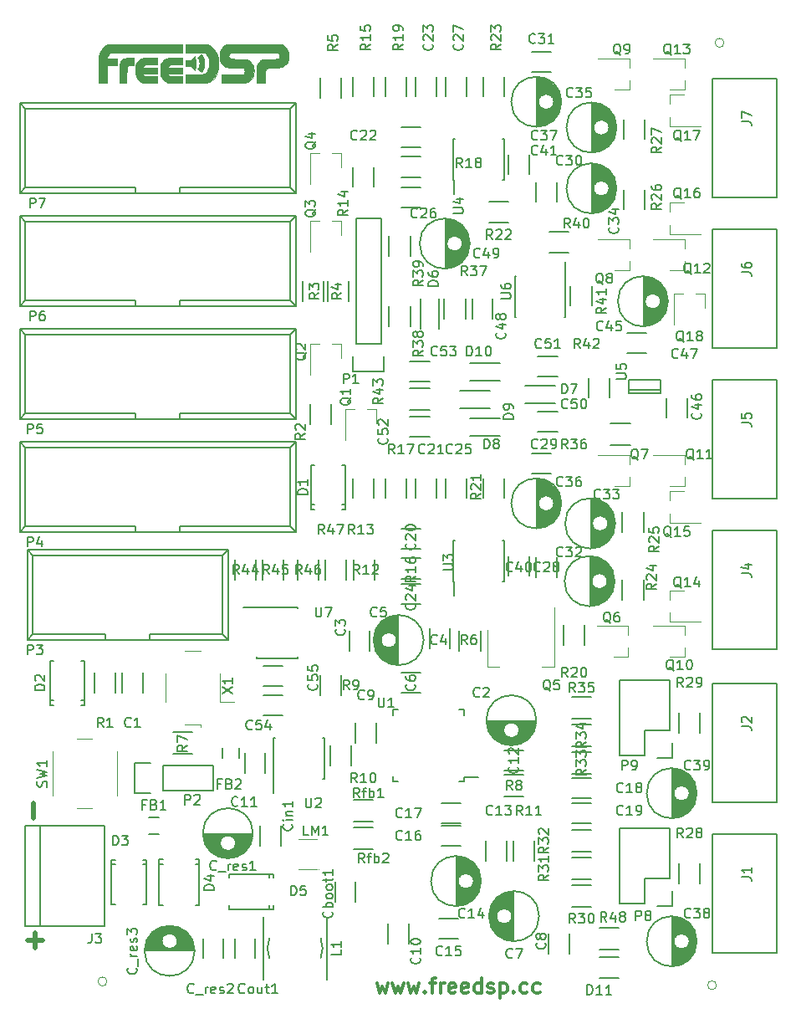
<source format=gto>
G04 #@! TF.FileFunction,Legend,Top*
%FSLAX46Y46*%
G04 Gerber Fmt 4.6, Leading zero omitted, Abs format (unit mm)*
G04 Created by KiCad (PCBNEW 4.0.6-e0-6349~52~ubuntu16.10.1) date Wed Jul  5 18:24:47 2017*
%MOMM*%
%LPD*%
G01*
G04 APERTURE LIST*
%ADD10C,0.100000*%
%ADD11C,0.500000*%
%ADD12C,0.300000*%
%ADD13C,0.150000*%
%ADD14C,0.120000*%
%ADD15C,0.010000*%
G04 APERTURE END LIST*
D10*
D11*
X64770095Y-151018857D02*
X66293905Y-151018857D01*
X65532000Y-151780762D02*
X65532000Y-150256952D01*
X65420857Y-138683905D02*
X65420857Y-137160095D01*
D12*
X100172286Y-155380571D02*
X100458000Y-156380571D01*
X100743714Y-155666286D01*
X101029429Y-156380571D01*
X101315143Y-155380571D01*
X101743715Y-155380571D02*
X102029429Y-156380571D01*
X102315143Y-155666286D01*
X102600858Y-156380571D01*
X102886572Y-155380571D01*
X103315144Y-155380571D02*
X103600858Y-156380571D01*
X103886572Y-155666286D01*
X104172287Y-156380571D01*
X104458001Y-155380571D01*
X105029430Y-156237714D02*
X105100858Y-156309143D01*
X105029430Y-156380571D01*
X104958001Y-156309143D01*
X105029430Y-156237714D01*
X105029430Y-156380571D01*
X105529430Y-155380571D02*
X106100859Y-155380571D01*
X105743716Y-156380571D02*
X105743716Y-155094857D01*
X105815144Y-154952000D01*
X105958002Y-154880571D01*
X106100859Y-154880571D01*
X106600859Y-156380571D02*
X106600859Y-155380571D01*
X106600859Y-155666286D02*
X106672287Y-155523429D01*
X106743716Y-155452000D01*
X106886573Y-155380571D01*
X107029430Y-155380571D01*
X108100858Y-156309143D02*
X107958001Y-156380571D01*
X107672287Y-156380571D01*
X107529430Y-156309143D01*
X107458001Y-156166286D01*
X107458001Y-155594857D01*
X107529430Y-155452000D01*
X107672287Y-155380571D01*
X107958001Y-155380571D01*
X108100858Y-155452000D01*
X108172287Y-155594857D01*
X108172287Y-155737714D01*
X107458001Y-155880571D01*
X109386572Y-156309143D02*
X109243715Y-156380571D01*
X108958001Y-156380571D01*
X108815144Y-156309143D01*
X108743715Y-156166286D01*
X108743715Y-155594857D01*
X108815144Y-155452000D01*
X108958001Y-155380571D01*
X109243715Y-155380571D01*
X109386572Y-155452000D01*
X109458001Y-155594857D01*
X109458001Y-155737714D01*
X108743715Y-155880571D01*
X110743715Y-156380571D02*
X110743715Y-154880571D01*
X110743715Y-156309143D02*
X110600858Y-156380571D01*
X110315144Y-156380571D01*
X110172286Y-156309143D01*
X110100858Y-156237714D01*
X110029429Y-156094857D01*
X110029429Y-155666286D01*
X110100858Y-155523429D01*
X110172286Y-155452000D01*
X110315144Y-155380571D01*
X110600858Y-155380571D01*
X110743715Y-155452000D01*
X111386572Y-156309143D02*
X111529429Y-156380571D01*
X111815144Y-156380571D01*
X111958001Y-156309143D01*
X112029429Y-156166286D01*
X112029429Y-156094857D01*
X111958001Y-155952000D01*
X111815144Y-155880571D01*
X111600858Y-155880571D01*
X111458001Y-155809143D01*
X111386572Y-155666286D01*
X111386572Y-155594857D01*
X111458001Y-155452000D01*
X111600858Y-155380571D01*
X111815144Y-155380571D01*
X111958001Y-155452000D01*
X112672287Y-155380571D02*
X112672287Y-156880571D01*
X112672287Y-155452000D02*
X112815144Y-155380571D01*
X113100858Y-155380571D01*
X113243715Y-155452000D01*
X113315144Y-155523429D01*
X113386573Y-155666286D01*
X113386573Y-156094857D01*
X113315144Y-156237714D01*
X113243715Y-156309143D01*
X113100858Y-156380571D01*
X112815144Y-156380571D01*
X112672287Y-156309143D01*
X114029430Y-156237714D02*
X114100858Y-156309143D01*
X114029430Y-156380571D01*
X113958001Y-156309143D01*
X114029430Y-156237714D01*
X114029430Y-156380571D01*
X115386573Y-156309143D02*
X115243716Y-156380571D01*
X114958002Y-156380571D01*
X114815144Y-156309143D01*
X114743716Y-156237714D01*
X114672287Y-156094857D01*
X114672287Y-155666286D01*
X114743716Y-155523429D01*
X114815144Y-155452000D01*
X114958002Y-155380571D01*
X115243716Y-155380571D01*
X115386573Y-155452000D01*
X116672287Y-156309143D02*
X116529430Y-156380571D01*
X116243716Y-156380571D01*
X116100858Y-156309143D01*
X116029430Y-156237714D01*
X115958001Y-156094857D01*
X115958001Y-155666286D01*
X116029430Y-155523429D01*
X116100858Y-155452000D01*
X116243716Y-155380571D01*
X116529430Y-155380571D01*
X116672287Y-155452000D01*
D13*
X64770000Y-111528000D02*
X85090000Y-111528000D01*
X65310000Y-112078000D02*
X84530000Y-112078000D01*
X64770000Y-120628000D02*
X85090000Y-120628000D01*
X65310000Y-120078000D02*
X72680000Y-120078000D01*
X77180000Y-120078000D02*
X84530000Y-120078000D01*
X72680000Y-120078000D02*
X72680000Y-120628000D01*
X77180000Y-120078000D02*
X77180000Y-120628000D01*
X64770000Y-111528000D02*
X64770000Y-120628000D01*
X65310000Y-112078000D02*
X65310000Y-120078000D01*
X85090000Y-111528000D02*
X85090000Y-120628000D01*
X84530000Y-112078000D02*
X84530000Y-120078000D01*
X64770000Y-111528000D02*
X65310000Y-112078000D01*
X85090000Y-111528000D02*
X84530000Y-112078000D01*
X64770000Y-120628000D02*
X65310000Y-120078000D01*
X85090000Y-120628000D02*
X84530000Y-120078000D01*
X73669000Y-125968000D02*
X73669000Y-123968000D01*
X71619000Y-123968000D02*
X71619000Y-125968000D01*
X99450000Y-121713500D02*
X99450000Y-119713500D01*
X97400000Y-119713500D02*
X97400000Y-121713500D01*
X107578000Y-121459500D02*
X107578000Y-119459500D01*
X105528000Y-119459500D02*
X105528000Y-121459500D01*
X104632000Y-123943000D02*
X102632000Y-123943000D01*
X102632000Y-125993000D02*
X104632000Y-125993000D01*
X117593000Y-150384000D02*
X117593000Y-152384000D01*
X119643000Y-152384000D02*
X119643000Y-150384000D01*
X100085000Y-131048000D02*
X100085000Y-129048000D01*
X98035000Y-129048000D02*
X98035000Y-131048000D01*
X103387000Y-151368000D02*
X103387000Y-149368000D01*
X101337000Y-149368000D02*
X101337000Y-151368000D01*
X86795500Y-132096000D02*
X86795500Y-134096000D01*
X88845500Y-134096000D02*
X88845500Y-132096000D01*
X113046000Y-133867000D02*
X115046000Y-133867000D01*
X115046000Y-131817000D02*
X113046000Y-131817000D01*
X113293000Y-142986000D02*
X113293000Y-140986000D01*
X111243000Y-140986000D02*
X111243000Y-142986000D01*
X106442000Y-150885000D02*
X108442000Y-150885000D01*
X108442000Y-148835000D02*
X106442000Y-148835000D01*
X108696000Y-139437000D02*
X106696000Y-139437000D01*
X106696000Y-141487000D02*
X108696000Y-141487000D01*
X108696000Y-137151000D02*
X106696000Y-137151000D01*
X106696000Y-139201000D02*
X108696000Y-139201000D01*
X121904000Y-134611000D02*
X119904000Y-134611000D01*
X119904000Y-136661000D02*
X121904000Y-136661000D01*
X119904000Y-139201000D02*
X121904000Y-139201000D01*
X121904000Y-137151000D02*
X119904000Y-137151000D01*
X104632000Y-109338000D02*
X102632000Y-109338000D01*
X102632000Y-111388000D02*
X104632000Y-111388000D01*
X106181000Y-106283000D02*
X106181000Y-104283000D01*
X104131000Y-104283000D02*
X104131000Y-106283000D01*
X104632000Y-68698000D02*
X102632000Y-68698000D01*
X102632000Y-70748000D02*
X104632000Y-70748000D01*
X106181000Y-65643000D02*
X106181000Y-63643000D01*
X104131000Y-63643000D02*
X104131000Y-65643000D01*
X102632000Y-116976000D02*
X104632000Y-116976000D01*
X104632000Y-114926000D02*
X102632000Y-114926000D01*
X107179000Y-104283000D02*
X107179000Y-106283000D01*
X109229000Y-106283000D02*
X109229000Y-104283000D01*
X102632000Y-76844000D02*
X104632000Y-76844000D01*
X104632000Y-74794000D02*
X102632000Y-74794000D01*
X107179000Y-63643000D02*
X107179000Y-65643000D01*
X109229000Y-65643000D02*
X109229000Y-63643000D01*
X116323000Y-112284000D02*
X116323000Y-114284000D01*
X118373000Y-114284000D02*
X118373000Y-112284000D01*
X117840000Y-101718000D02*
X115840000Y-101718000D01*
X115840000Y-103768000D02*
X117840000Y-103768000D01*
X116323000Y-74311000D02*
X116323000Y-76311000D01*
X118373000Y-76311000D02*
X118373000Y-74311000D01*
X117840000Y-61078000D02*
X115840000Y-61078000D01*
X115840000Y-63128000D02*
X117840000Y-63128000D01*
X121788500Y-112182000D02*
X121788500Y-117180000D01*
X121928500Y-112190000D02*
X121928500Y-114527000D01*
X121928500Y-114835000D02*
X121928500Y-117172000D01*
X122068500Y-112206000D02*
X122068500Y-114208000D01*
X122068500Y-115154000D02*
X122068500Y-117156000D01*
X122208500Y-112230000D02*
X122208500Y-114061000D01*
X122208500Y-115301000D02*
X122208500Y-117132000D01*
X122348500Y-112263000D02*
X122348500Y-113969000D01*
X122348500Y-115393000D02*
X122348500Y-117099000D01*
X122488500Y-112304000D02*
X122488500Y-113913000D01*
X122488500Y-115449000D02*
X122488500Y-117058000D01*
X122628500Y-112354000D02*
X122628500Y-113886000D01*
X122628500Y-115476000D02*
X122628500Y-117008000D01*
X122768500Y-112415000D02*
X122768500Y-113883000D01*
X122768500Y-115479000D02*
X122768500Y-116947000D01*
X122908500Y-112485000D02*
X122908500Y-113905000D01*
X122908500Y-115457000D02*
X122908500Y-116877000D01*
X123048500Y-112567000D02*
X123048500Y-113955000D01*
X123048500Y-115407000D02*
X123048500Y-116795000D01*
X123188500Y-112662000D02*
X123188500Y-114037000D01*
X123188500Y-115325000D02*
X123188500Y-116700000D01*
X123328500Y-112773000D02*
X123328500Y-114169000D01*
X123328500Y-115193000D02*
X123328500Y-116589000D01*
X123468500Y-112901000D02*
X123468500Y-114416000D01*
X123468500Y-114946000D02*
X123468500Y-116461000D01*
X123608500Y-113050000D02*
X123608500Y-116312000D01*
X123748500Y-113229000D02*
X123748500Y-116133000D01*
X123888500Y-113448000D02*
X123888500Y-115914000D01*
X124028500Y-113737000D02*
X124028500Y-115625000D01*
X124168500Y-114209000D02*
X124168500Y-115153000D01*
X123513500Y-114681000D02*
G75*
G03X123513500Y-114681000I-800000J0D01*
G01*
X124251000Y-114681000D02*
G75*
G03X124251000Y-114681000I-2537500J0D01*
G01*
X121852000Y-106340000D02*
X121852000Y-111338000D01*
X121992000Y-106348000D02*
X121992000Y-108685000D01*
X121992000Y-108993000D02*
X121992000Y-111330000D01*
X122132000Y-106364000D02*
X122132000Y-108366000D01*
X122132000Y-109312000D02*
X122132000Y-111314000D01*
X122272000Y-106388000D02*
X122272000Y-108219000D01*
X122272000Y-109459000D02*
X122272000Y-111290000D01*
X122412000Y-106421000D02*
X122412000Y-108127000D01*
X122412000Y-109551000D02*
X122412000Y-111257000D01*
X122552000Y-106462000D02*
X122552000Y-108071000D01*
X122552000Y-109607000D02*
X122552000Y-111216000D01*
X122692000Y-106512000D02*
X122692000Y-108044000D01*
X122692000Y-109634000D02*
X122692000Y-111166000D01*
X122832000Y-106573000D02*
X122832000Y-108041000D01*
X122832000Y-109637000D02*
X122832000Y-111105000D01*
X122972000Y-106643000D02*
X122972000Y-108063000D01*
X122972000Y-109615000D02*
X122972000Y-111035000D01*
X123112000Y-106725000D02*
X123112000Y-108113000D01*
X123112000Y-109565000D02*
X123112000Y-110953000D01*
X123252000Y-106820000D02*
X123252000Y-108195000D01*
X123252000Y-109483000D02*
X123252000Y-110858000D01*
X123392000Y-106931000D02*
X123392000Y-108327000D01*
X123392000Y-109351000D02*
X123392000Y-110747000D01*
X123532000Y-107059000D02*
X123532000Y-108574000D01*
X123532000Y-109104000D02*
X123532000Y-110619000D01*
X123672000Y-107208000D02*
X123672000Y-110470000D01*
X123812000Y-107387000D02*
X123812000Y-110291000D01*
X123952000Y-107606000D02*
X123952000Y-110072000D01*
X124092000Y-107895000D02*
X124092000Y-109783000D01*
X124232000Y-108367000D02*
X124232000Y-109311000D01*
X123577000Y-108839000D02*
G75*
G03X123577000Y-108839000I-800000J0D01*
G01*
X124314500Y-108839000D02*
G75*
G03X124314500Y-108839000I-2537500J0D01*
G01*
X121979000Y-72431000D02*
X121979000Y-77429000D01*
X122119000Y-72439000D02*
X122119000Y-74776000D01*
X122119000Y-75084000D02*
X122119000Y-77421000D01*
X122259000Y-72455000D02*
X122259000Y-74457000D01*
X122259000Y-75403000D02*
X122259000Y-77405000D01*
X122399000Y-72479000D02*
X122399000Y-74310000D01*
X122399000Y-75550000D02*
X122399000Y-77381000D01*
X122539000Y-72512000D02*
X122539000Y-74218000D01*
X122539000Y-75642000D02*
X122539000Y-77348000D01*
X122679000Y-72553000D02*
X122679000Y-74162000D01*
X122679000Y-75698000D02*
X122679000Y-77307000D01*
X122819000Y-72603000D02*
X122819000Y-74135000D01*
X122819000Y-75725000D02*
X122819000Y-77257000D01*
X122959000Y-72664000D02*
X122959000Y-74132000D01*
X122959000Y-75728000D02*
X122959000Y-77196000D01*
X123099000Y-72734000D02*
X123099000Y-74154000D01*
X123099000Y-75706000D02*
X123099000Y-77126000D01*
X123239000Y-72816000D02*
X123239000Y-74204000D01*
X123239000Y-75656000D02*
X123239000Y-77044000D01*
X123379000Y-72911000D02*
X123379000Y-74286000D01*
X123379000Y-75574000D02*
X123379000Y-76949000D01*
X123519000Y-73022000D02*
X123519000Y-74418000D01*
X123519000Y-75442000D02*
X123519000Y-76838000D01*
X123659000Y-73150000D02*
X123659000Y-74665000D01*
X123659000Y-75195000D02*
X123659000Y-76710000D01*
X123799000Y-73299000D02*
X123799000Y-76561000D01*
X123939000Y-73478000D02*
X123939000Y-76382000D01*
X124079000Y-73697000D02*
X124079000Y-76163000D01*
X124219000Y-73986000D02*
X124219000Y-75874000D01*
X124359000Y-74458000D02*
X124359000Y-75402000D01*
X123704000Y-74930000D02*
G75*
G03X123704000Y-74930000I-800000J0D01*
G01*
X124441500Y-74930000D02*
G75*
G03X124441500Y-74930000I-2537500J0D01*
G01*
X121979000Y-66271500D02*
X121979000Y-71269500D01*
X122119000Y-66279500D02*
X122119000Y-68616500D01*
X122119000Y-68924500D02*
X122119000Y-71261500D01*
X122259000Y-66295500D02*
X122259000Y-68297500D01*
X122259000Y-69243500D02*
X122259000Y-71245500D01*
X122399000Y-66319500D02*
X122399000Y-68150500D01*
X122399000Y-69390500D02*
X122399000Y-71221500D01*
X122539000Y-66352500D02*
X122539000Y-68058500D01*
X122539000Y-69482500D02*
X122539000Y-71188500D01*
X122679000Y-66393500D02*
X122679000Y-68002500D01*
X122679000Y-69538500D02*
X122679000Y-71147500D01*
X122819000Y-66443500D02*
X122819000Y-67975500D01*
X122819000Y-69565500D02*
X122819000Y-71097500D01*
X122959000Y-66504500D02*
X122959000Y-67972500D01*
X122959000Y-69568500D02*
X122959000Y-71036500D01*
X123099000Y-66574500D02*
X123099000Y-67994500D01*
X123099000Y-69546500D02*
X123099000Y-70966500D01*
X123239000Y-66656500D02*
X123239000Y-68044500D01*
X123239000Y-69496500D02*
X123239000Y-70884500D01*
X123379000Y-66751500D02*
X123379000Y-68126500D01*
X123379000Y-69414500D02*
X123379000Y-70789500D01*
X123519000Y-66862500D02*
X123519000Y-68258500D01*
X123519000Y-69282500D02*
X123519000Y-70678500D01*
X123659000Y-66990500D02*
X123659000Y-68505500D01*
X123659000Y-69035500D02*
X123659000Y-70550500D01*
X123799000Y-67139500D02*
X123799000Y-70401500D01*
X123939000Y-67318500D02*
X123939000Y-70222500D01*
X124079000Y-67537500D02*
X124079000Y-70003500D01*
X124219000Y-67826500D02*
X124219000Y-69714500D01*
X124359000Y-68298500D02*
X124359000Y-69242500D01*
X123704000Y-68770500D02*
G75*
G03X123704000Y-68770500I-800000J0D01*
G01*
X124441500Y-68770500D02*
G75*
G03X124441500Y-68770500I-2537500J0D01*
G01*
X116391000Y-104308000D02*
X116391000Y-109306000D01*
X116531000Y-104316000D02*
X116531000Y-106653000D01*
X116531000Y-106961000D02*
X116531000Y-109298000D01*
X116671000Y-104332000D02*
X116671000Y-106334000D01*
X116671000Y-107280000D02*
X116671000Y-109282000D01*
X116811000Y-104356000D02*
X116811000Y-106187000D01*
X116811000Y-107427000D02*
X116811000Y-109258000D01*
X116951000Y-104389000D02*
X116951000Y-106095000D01*
X116951000Y-107519000D02*
X116951000Y-109225000D01*
X117091000Y-104430000D02*
X117091000Y-106039000D01*
X117091000Y-107575000D02*
X117091000Y-109184000D01*
X117231000Y-104480000D02*
X117231000Y-106012000D01*
X117231000Y-107602000D02*
X117231000Y-109134000D01*
X117371000Y-104541000D02*
X117371000Y-106009000D01*
X117371000Y-107605000D02*
X117371000Y-109073000D01*
X117511000Y-104611000D02*
X117511000Y-106031000D01*
X117511000Y-107583000D02*
X117511000Y-109003000D01*
X117651000Y-104693000D02*
X117651000Y-106081000D01*
X117651000Y-107533000D02*
X117651000Y-108921000D01*
X117791000Y-104788000D02*
X117791000Y-106163000D01*
X117791000Y-107451000D02*
X117791000Y-108826000D01*
X117931000Y-104899000D02*
X117931000Y-106295000D01*
X117931000Y-107319000D02*
X117931000Y-108715000D01*
X118071000Y-105027000D02*
X118071000Y-106542000D01*
X118071000Y-107072000D02*
X118071000Y-108587000D01*
X118211000Y-105176000D02*
X118211000Y-108438000D01*
X118351000Y-105355000D02*
X118351000Y-108259000D01*
X118491000Y-105574000D02*
X118491000Y-108040000D01*
X118631000Y-105863000D02*
X118631000Y-107751000D01*
X118771000Y-106335000D02*
X118771000Y-107279000D01*
X118116000Y-106807000D02*
G75*
G03X118116000Y-106807000I-800000J0D01*
G01*
X118853500Y-106807000D02*
G75*
G03X118853500Y-106807000I-2537500J0D01*
G01*
X116391000Y-63668000D02*
X116391000Y-68666000D01*
X116531000Y-63676000D02*
X116531000Y-66013000D01*
X116531000Y-66321000D02*
X116531000Y-68658000D01*
X116671000Y-63692000D02*
X116671000Y-65694000D01*
X116671000Y-66640000D02*
X116671000Y-68642000D01*
X116811000Y-63716000D02*
X116811000Y-65547000D01*
X116811000Y-66787000D02*
X116811000Y-68618000D01*
X116951000Y-63749000D02*
X116951000Y-65455000D01*
X116951000Y-66879000D02*
X116951000Y-68585000D01*
X117091000Y-63790000D02*
X117091000Y-65399000D01*
X117091000Y-66935000D02*
X117091000Y-68544000D01*
X117231000Y-63840000D02*
X117231000Y-65372000D01*
X117231000Y-66962000D02*
X117231000Y-68494000D01*
X117371000Y-63901000D02*
X117371000Y-65369000D01*
X117371000Y-66965000D02*
X117371000Y-68433000D01*
X117511000Y-63971000D02*
X117511000Y-65391000D01*
X117511000Y-66943000D02*
X117511000Y-68363000D01*
X117651000Y-64053000D02*
X117651000Y-65441000D01*
X117651000Y-66893000D02*
X117651000Y-68281000D01*
X117791000Y-64148000D02*
X117791000Y-65523000D01*
X117791000Y-66811000D02*
X117791000Y-68186000D01*
X117931000Y-64259000D02*
X117931000Y-65655000D01*
X117931000Y-66679000D02*
X117931000Y-68075000D01*
X118071000Y-64387000D02*
X118071000Y-65902000D01*
X118071000Y-66432000D02*
X118071000Y-67947000D01*
X118211000Y-64536000D02*
X118211000Y-67798000D01*
X118351000Y-64715000D02*
X118351000Y-67619000D01*
X118491000Y-64934000D02*
X118491000Y-67400000D01*
X118631000Y-65223000D02*
X118631000Y-67111000D01*
X118771000Y-65695000D02*
X118771000Y-66639000D01*
X118116000Y-66167000D02*
G75*
G03X118116000Y-66167000I-800000J0D01*
G01*
X118853500Y-66167000D02*
G75*
G03X118853500Y-66167000I-2537500J0D01*
G01*
X130107000Y-148631000D02*
X130107000Y-153629000D01*
X130247000Y-148639000D02*
X130247000Y-150976000D01*
X130247000Y-151284000D02*
X130247000Y-153621000D01*
X130387000Y-148655000D02*
X130387000Y-150657000D01*
X130387000Y-151603000D02*
X130387000Y-153605000D01*
X130527000Y-148679000D02*
X130527000Y-150510000D01*
X130527000Y-151750000D02*
X130527000Y-153581000D01*
X130667000Y-148712000D02*
X130667000Y-150418000D01*
X130667000Y-151842000D02*
X130667000Y-153548000D01*
X130807000Y-148753000D02*
X130807000Y-150362000D01*
X130807000Y-151898000D02*
X130807000Y-153507000D01*
X130947000Y-148803000D02*
X130947000Y-150335000D01*
X130947000Y-151925000D02*
X130947000Y-153457000D01*
X131087000Y-148864000D02*
X131087000Y-150332000D01*
X131087000Y-151928000D02*
X131087000Y-153396000D01*
X131227000Y-148934000D02*
X131227000Y-150354000D01*
X131227000Y-151906000D02*
X131227000Y-153326000D01*
X131367000Y-149016000D02*
X131367000Y-150404000D01*
X131367000Y-151856000D02*
X131367000Y-153244000D01*
X131507000Y-149111000D02*
X131507000Y-150486000D01*
X131507000Y-151774000D02*
X131507000Y-153149000D01*
X131647000Y-149222000D02*
X131647000Y-150618000D01*
X131647000Y-151642000D02*
X131647000Y-153038000D01*
X131787000Y-149350000D02*
X131787000Y-150865000D01*
X131787000Y-151395000D02*
X131787000Y-152910000D01*
X131927000Y-149499000D02*
X131927000Y-152761000D01*
X132067000Y-149678000D02*
X132067000Y-152582000D01*
X132207000Y-149897000D02*
X132207000Y-152363000D01*
X132347000Y-150186000D02*
X132347000Y-152074000D01*
X132487000Y-150658000D02*
X132487000Y-151602000D01*
X131832000Y-151130000D02*
G75*
G03X131832000Y-151130000I-800000J0D01*
G01*
X132569500Y-151130000D02*
G75*
G03X132569500Y-151130000I-2537500J0D01*
G01*
X130107000Y-133645000D02*
X130107000Y-138643000D01*
X130247000Y-133653000D02*
X130247000Y-135990000D01*
X130247000Y-136298000D02*
X130247000Y-138635000D01*
X130387000Y-133669000D02*
X130387000Y-135671000D01*
X130387000Y-136617000D02*
X130387000Y-138619000D01*
X130527000Y-133693000D02*
X130527000Y-135524000D01*
X130527000Y-136764000D02*
X130527000Y-138595000D01*
X130667000Y-133726000D02*
X130667000Y-135432000D01*
X130667000Y-136856000D02*
X130667000Y-138562000D01*
X130807000Y-133767000D02*
X130807000Y-135376000D01*
X130807000Y-136912000D02*
X130807000Y-138521000D01*
X130947000Y-133817000D02*
X130947000Y-135349000D01*
X130947000Y-136939000D02*
X130947000Y-138471000D01*
X131087000Y-133878000D02*
X131087000Y-135346000D01*
X131087000Y-136942000D02*
X131087000Y-138410000D01*
X131227000Y-133948000D02*
X131227000Y-135368000D01*
X131227000Y-136920000D02*
X131227000Y-138340000D01*
X131367000Y-134030000D02*
X131367000Y-135418000D01*
X131367000Y-136870000D02*
X131367000Y-138258000D01*
X131507000Y-134125000D02*
X131507000Y-135500000D01*
X131507000Y-136788000D02*
X131507000Y-138163000D01*
X131647000Y-134236000D02*
X131647000Y-135632000D01*
X131647000Y-136656000D02*
X131647000Y-138052000D01*
X131787000Y-134364000D02*
X131787000Y-135879000D01*
X131787000Y-136409000D02*
X131787000Y-137924000D01*
X131927000Y-134513000D02*
X131927000Y-137775000D01*
X132067000Y-134692000D02*
X132067000Y-137596000D01*
X132207000Y-134911000D02*
X132207000Y-137377000D01*
X132347000Y-135200000D02*
X132347000Y-137088000D01*
X132487000Y-135672000D02*
X132487000Y-136616000D01*
X131832000Y-136144000D02*
G75*
G03X131832000Y-136144000I-800000J0D01*
G01*
X132569500Y-136144000D02*
G75*
G03X132569500Y-136144000I-2537500J0D01*
G01*
X115579000Y-114157000D02*
X115579000Y-112157000D01*
X113529000Y-112157000D02*
X113529000Y-114157000D01*
X115579000Y-73517000D02*
X115579000Y-71517000D01*
X113529000Y-71517000D02*
X113529000Y-73517000D01*
X127186000Y-83861000D02*
X127186000Y-88859000D01*
X127326000Y-83869000D02*
X127326000Y-86206000D01*
X127326000Y-86514000D02*
X127326000Y-88851000D01*
X127466000Y-83885000D02*
X127466000Y-85887000D01*
X127466000Y-86833000D02*
X127466000Y-88835000D01*
X127606000Y-83909000D02*
X127606000Y-85740000D01*
X127606000Y-86980000D02*
X127606000Y-88811000D01*
X127746000Y-83942000D02*
X127746000Y-85648000D01*
X127746000Y-87072000D02*
X127746000Y-88778000D01*
X127886000Y-83983000D02*
X127886000Y-85592000D01*
X127886000Y-87128000D02*
X127886000Y-88737000D01*
X128026000Y-84033000D02*
X128026000Y-85565000D01*
X128026000Y-87155000D02*
X128026000Y-88687000D01*
X128166000Y-84094000D02*
X128166000Y-85562000D01*
X128166000Y-87158000D02*
X128166000Y-88626000D01*
X128306000Y-84164000D02*
X128306000Y-85584000D01*
X128306000Y-87136000D02*
X128306000Y-88556000D01*
X128446000Y-84246000D02*
X128446000Y-85634000D01*
X128446000Y-87086000D02*
X128446000Y-88474000D01*
X128586000Y-84341000D02*
X128586000Y-85716000D01*
X128586000Y-87004000D02*
X128586000Y-88379000D01*
X128726000Y-84452000D02*
X128726000Y-85848000D01*
X128726000Y-86872000D02*
X128726000Y-88268000D01*
X128866000Y-84580000D02*
X128866000Y-86095000D01*
X128866000Y-86625000D02*
X128866000Y-88140000D01*
X129006000Y-84729000D02*
X129006000Y-87991000D01*
X129146000Y-84908000D02*
X129146000Y-87812000D01*
X129286000Y-85127000D02*
X129286000Y-87593000D01*
X129426000Y-85416000D02*
X129426000Y-87304000D01*
X129566000Y-85888000D02*
X129566000Y-86832000D01*
X128911000Y-86360000D02*
G75*
G03X128911000Y-86360000I-800000J0D01*
G01*
X129648500Y-86360000D02*
G75*
G03X129648500Y-86360000I-2537500J0D01*
G01*
X129531000Y-96155000D02*
X129531000Y-98155000D01*
X131581000Y-98155000D02*
X131581000Y-96155000D01*
X125492000Y-91576000D02*
X127492000Y-91576000D01*
X127492000Y-89526000D02*
X125492000Y-89526000D01*
X111896000Y-88122000D02*
X111896000Y-86122000D01*
X109846000Y-86122000D02*
X109846000Y-88122000D01*
X107120000Y-78019000D02*
X107120000Y-83017000D01*
X107260000Y-78027000D02*
X107260000Y-80364000D01*
X107260000Y-80672000D02*
X107260000Y-83009000D01*
X107400000Y-78043000D02*
X107400000Y-80045000D01*
X107400000Y-80991000D02*
X107400000Y-82993000D01*
X107540000Y-78067000D02*
X107540000Y-79898000D01*
X107540000Y-81138000D02*
X107540000Y-82969000D01*
X107680000Y-78100000D02*
X107680000Y-79806000D01*
X107680000Y-81230000D02*
X107680000Y-82936000D01*
X107820000Y-78141000D02*
X107820000Y-79750000D01*
X107820000Y-81286000D02*
X107820000Y-82895000D01*
X107960000Y-78191000D02*
X107960000Y-79723000D01*
X107960000Y-81313000D02*
X107960000Y-82845000D01*
X108100000Y-78252000D02*
X108100000Y-79720000D01*
X108100000Y-81316000D02*
X108100000Y-82784000D01*
X108240000Y-78322000D02*
X108240000Y-79742000D01*
X108240000Y-81294000D02*
X108240000Y-82714000D01*
X108380000Y-78404000D02*
X108380000Y-79792000D01*
X108380000Y-81244000D02*
X108380000Y-82632000D01*
X108520000Y-78499000D02*
X108520000Y-79874000D01*
X108520000Y-81162000D02*
X108520000Y-82537000D01*
X108660000Y-78610000D02*
X108660000Y-80006000D01*
X108660000Y-81030000D02*
X108660000Y-82426000D01*
X108800000Y-78738000D02*
X108800000Y-80253000D01*
X108800000Y-80783000D02*
X108800000Y-82298000D01*
X108940000Y-78887000D02*
X108940000Y-82149000D01*
X109080000Y-79066000D02*
X109080000Y-81970000D01*
X109220000Y-79285000D02*
X109220000Y-81751000D01*
X109360000Y-79574000D02*
X109360000Y-81462000D01*
X109500000Y-80046000D02*
X109500000Y-80990000D01*
X108845000Y-80518000D02*
G75*
G03X108845000Y-80518000I-800000J0D01*
G01*
X109582500Y-80518000D02*
G75*
G03X109582500Y-80518000I-2537500J0D01*
G01*
X118475000Y-97527000D02*
X116475000Y-97527000D01*
X116475000Y-99577000D02*
X118475000Y-99577000D01*
X118475000Y-91939000D02*
X116475000Y-91939000D01*
X116475000Y-93989000D02*
X118475000Y-93989000D01*
X105521000Y-98035000D02*
X103521000Y-98035000D01*
X103521000Y-100085000D02*
X105521000Y-100085000D01*
X105521000Y-92447000D02*
X103521000Y-92447000D01*
X103521000Y-94497000D02*
X105521000Y-94497000D01*
X88662000Y-128279000D02*
X90662000Y-128279000D01*
X90662000Y-126229000D02*
X88662000Y-126229000D01*
X90662000Y-123244500D02*
X88662000Y-123244500D01*
X88662000Y-125294500D02*
X90662000Y-125294500D01*
X95939500Y-145113500D02*
X95939500Y-147113500D01*
X97989500Y-147113500D02*
X97989500Y-145113500D01*
X90433000Y-141462000D02*
X90433000Y-139462000D01*
X88383000Y-139462000D02*
X88383000Y-141462000D01*
X85779500Y-150828500D02*
X85779500Y-152828500D01*
X87829500Y-152828500D02*
X87829500Y-150828500D01*
X87589000Y-140267000D02*
X82591000Y-140267000D01*
X87581000Y-140407000D02*
X85244000Y-140407000D01*
X84936000Y-140407000D02*
X82599000Y-140407000D01*
X87565000Y-140547000D02*
X85563000Y-140547000D01*
X84617000Y-140547000D02*
X82615000Y-140547000D01*
X87541000Y-140687000D02*
X85710000Y-140687000D01*
X84470000Y-140687000D02*
X82639000Y-140687000D01*
X87508000Y-140827000D02*
X85802000Y-140827000D01*
X84378000Y-140827000D02*
X82672000Y-140827000D01*
X87467000Y-140967000D02*
X85858000Y-140967000D01*
X84322000Y-140967000D02*
X82713000Y-140967000D01*
X87417000Y-141107000D02*
X85885000Y-141107000D01*
X84295000Y-141107000D02*
X82763000Y-141107000D01*
X87356000Y-141247000D02*
X85888000Y-141247000D01*
X84292000Y-141247000D02*
X82824000Y-141247000D01*
X87286000Y-141387000D02*
X85866000Y-141387000D01*
X84314000Y-141387000D02*
X82894000Y-141387000D01*
X87204000Y-141527000D02*
X85816000Y-141527000D01*
X84364000Y-141527000D02*
X82976000Y-141527000D01*
X87109000Y-141667000D02*
X85734000Y-141667000D01*
X84446000Y-141667000D02*
X83071000Y-141667000D01*
X86998000Y-141807000D02*
X85602000Y-141807000D01*
X84578000Y-141807000D02*
X83182000Y-141807000D01*
X86870000Y-141947000D02*
X85355000Y-141947000D01*
X84825000Y-141947000D02*
X83310000Y-141947000D01*
X86721000Y-142087000D02*
X83459000Y-142087000D01*
X86542000Y-142227000D02*
X83638000Y-142227000D01*
X86323000Y-142367000D02*
X83857000Y-142367000D01*
X86034000Y-142507000D02*
X84146000Y-142507000D01*
X85562000Y-142647000D02*
X84618000Y-142647000D01*
X85890000Y-141192000D02*
G75*
G03X85890000Y-141192000I-800000J0D01*
G01*
X87627500Y-140192000D02*
G75*
G03X87627500Y-140192000I-2537500J0D01*
G01*
X82604500Y-150828500D02*
X82604500Y-152828500D01*
X84654500Y-152828500D02*
X84654500Y-150828500D01*
X76685500Y-152023500D02*
X81683500Y-152023500D01*
X76693500Y-151883500D02*
X79030500Y-151883500D01*
X79338500Y-151883500D02*
X81675500Y-151883500D01*
X76709500Y-151743500D02*
X78711500Y-151743500D01*
X79657500Y-151743500D02*
X81659500Y-151743500D01*
X76733500Y-151603500D02*
X78564500Y-151603500D01*
X79804500Y-151603500D02*
X81635500Y-151603500D01*
X76766500Y-151463500D02*
X78472500Y-151463500D01*
X79896500Y-151463500D02*
X81602500Y-151463500D01*
X76807500Y-151323500D02*
X78416500Y-151323500D01*
X79952500Y-151323500D02*
X81561500Y-151323500D01*
X76857500Y-151183500D02*
X78389500Y-151183500D01*
X79979500Y-151183500D02*
X81511500Y-151183500D01*
X76918500Y-151043500D02*
X78386500Y-151043500D01*
X79982500Y-151043500D02*
X81450500Y-151043500D01*
X76988500Y-150903500D02*
X78408500Y-150903500D01*
X79960500Y-150903500D02*
X81380500Y-150903500D01*
X77070500Y-150763500D02*
X78458500Y-150763500D01*
X79910500Y-150763500D02*
X81298500Y-150763500D01*
X77165500Y-150623500D02*
X78540500Y-150623500D01*
X79828500Y-150623500D02*
X81203500Y-150623500D01*
X77276500Y-150483500D02*
X78672500Y-150483500D01*
X79696500Y-150483500D02*
X81092500Y-150483500D01*
X77404500Y-150343500D02*
X78919500Y-150343500D01*
X79449500Y-150343500D02*
X80964500Y-150343500D01*
X77553500Y-150203500D02*
X80815500Y-150203500D01*
X77732500Y-150063500D02*
X80636500Y-150063500D01*
X77951500Y-149923500D02*
X80417500Y-149923500D01*
X78240500Y-149783500D02*
X80128500Y-149783500D01*
X78712500Y-149643500D02*
X79656500Y-149643500D01*
X79984500Y-151098500D02*
G75*
G03X79984500Y-151098500I-800000J0D01*
G01*
X81722000Y-152098500D02*
G75*
G03X81722000Y-152098500I-2537500J0D01*
G01*
X97000060Y-106955140D02*
X96649540Y-106955140D01*
X93499940Y-106955140D02*
X93850460Y-106955140D01*
X97000060Y-102905560D02*
X96649540Y-102905560D01*
X97000060Y-107406440D02*
X96649540Y-107406440D01*
X93499940Y-107406440D02*
X93850460Y-107406440D01*
X93499940Y-102905560D02*
X93850460Y-102905560D01*
X97000060Y-107406440D02*
X97000060Y-102905560D01*
X93499940Y-107406440D02*
X93499940Y-102905560D01*
X70584060Y-126767140D02*
X70233540Y-126767140D01*
X67083940Y-126767140D02*
X67434460Y-126767140D01*
X70584060Y-122717560D02*
X70233540Y-122717560D01*
X70584060Y-127218440D02*
X70233540Y-127218440D01*
X67083940Y-127218440D02*
X67434460Y-127218440D01*
X67083940Y-122717560D02*
X67434460Y-122717560D01*
X70584060Y-127218440D02*
X70584060Y-122717560D01*
X67083940Y-127218440D02*
X67083940Y-122717560D01*
X73306940Y-143361860D02*
X73657460Y-143361860D01*
X76807060Y-143361860D02*
X76456540Y-143361860D01*
X73306940Y-147411440D02*
X73657460Y-147411440D01*
X73306940Y-142910560D02*
X73657460Y-142910560D01*
X76807060Y-142910560D02*
X76456540Y-142910560D01*
X76807060Y-147411440D02*
X76456540Y-147411440D01*
X73306940Y-142910560D02*
X73306940Y-147411440D01*
X76807060Y-142910560D02*
X76807060Y-147411440D01*
X78337000Y-142854680D02*
X78536800Y-142854680D01*
X78387000Y-143311720D02*
X78536000Y-143311720D01*
X78337000Y-147457160D02*
X78486000Y-147457160D01*
X81937000Y-142859760D02*
X81788000Y-142859760D01*
X81937000Y-143311720D02*
X81788000Y-143311720D01*
X81937000Y-147462240D02*
X81788000Y-147462240D01*
X78188020Y-143311720D02*
X78386140Y-143311720D01*
X82135980Y-143311720D02*
X81937860Y-143311720D01*
X78140560Y-147457160D02*
X78338680Y-147457160D01*
X78140560Y-142854680D02*
X78140560Y-147457160D01*
X78140560Y-142854680D02*
X78338680Y-142854680D01*
X82135980Y-142859760D02*
X81937860Y-142859760D01*
X82135980Y-142859760D02*
X82135980Y-147462240D01*
X82135980Y-147462240D02*
X81937860Y-147462240D01*
X89238640Y-144363440D02*
X89238640Y-144713960D01*
X89238640Y-147863560D02*
X89238640Y-147513040D01*
X85189060Y-144363440D02*
X85189060Y-144713960D01*
X89689940Y-144363440D02*
X89689940Y-144713960D01*
X89689940Y-147863560D02*
X89689940Y-147513040D01*
X85189060Y-147863560D02*
X85189060Y-147513040D01*
X89689940Y-144363440D02*
X85189060Y-144363440D01*
X89689940Y-147863560D02*
X85189060Y-147863560D01*
X106437000Y-89122000D02*
X106437000Y-86122000D01*
X104637000Y-89122000D02*
X104637000Y-86122000D01*
X118205000Y-94858000D02*
X115205000Y-94858000D01*
X118205000Y-96658000D02*
X115205000Y-96658000D01*
X112617000Y-98160000D02*
X109617000Y-98160000D01*
X112617000Y-99960000D02*
X109617000Y-99960000D01*
X108617000Y-97166000D02*
X111617000Y-97166000D01*
X108617000Y-95366000D02*
X111617000Y-95366000D01*
X112617000Y-92572000D02*
X109617000Y-92572000D01*
X112617000Y-94372000D02*
X109617000Y-94372000D01*
X78097000Y-138596000D02*
X77097000Y-138596000D01*
X77097000Y-140296000D02*
X78097000Y-140296000D01*
X84494000Y-131580000D02*
X84494000Y-132580000D01*
X86194000Y-132580000D02*
X86194000Y-131580000D01*
X134136000Y-152304000D02*
X140636000Y-152304000D01*
X134136000Y-140304000D02*
X134136000Y-152304000D01*
X140636000Y-140304000D02*
X134136000Y-140304000D01*
X140636000Y-152304000D02*
X140636000Y-140304000D01*
X134136000Y-137064000D02*
X140636000Y-137064000D01*
X134136000Y-125064000D02*
X134136000Y-137064000D01*
X140636000Y-125064000D02*
X134136000Y-125064000D01*
X140636000Y-137064000D02*
X140636000Y-125064000D01*
X66040000Y-149606000D02*
X66040000Y-139446000D01*
X64580000Y-149606000D02*
X72580000Y-149606000D01*
X72580000Y-149606000D02*
X72580000Y-139446000D01*
X72580000Y-139446000D02*
X64580000Y-139446000D01*
X64530000Y-139446000D02*
X64530000Y-149606000D01*
X134136000Y-121570000D02*
X140636000Y-121570000D01*
X134136000Y-109570000D02*
X134136000Y-121570000D01*
X140636000Y-109570000D02*
X134136000Y-109570000D01*
X140636000Y-121570000D02*
X140636000Y-109570000D01*
X134136000Y-106330000D02*
X140636000Y-106330000D01*
X134136000Y-94330000D02*
X134136000Y-106330000D01*
X140636000Y-94330000D02*
X134136000Y-94330000D01*
X140636000Y-106330000D02*
X140636000Y-94330000D01*
X134136000Y-91090000D02*
X140636000Y-91090000D01*
X134136000Y-79090000D02*
X134136000Y-91090000D01*
X140636000Y-79090000D02*
X134136000Y-79090000D01*
X140636000Y-91090000D02*
X140636000Y-79090000D01*
X134136000Y-75850000D02*
X140636000Y-75850000D01*
X134136000Y-63850000D02*
X134136000Y-75850000D01*
X140636000Y-63850000D02*
X134136000Y-63850000D01*
X140636000Y-75850000D02*
X140636000Y-63850000D01*
X88684500Y-148628500D02*
X88684500Y-155028500D01*
X95084500Y-148628500D02*
X95084500Y-155028500D01*
X89283193Y-150831905D02*
G75*
G03X89284500Y-152828500I2601307J-996595D01*
G01*
X94485807Y-152825095D02*
G75*
G03X94484500Y-150828500I-2601307J996595D01*
G01*
D10*
X94354500Y-143853500D02*
G75*
G03X94354500Y-143853500I-50000J0D01*
G01*
X94104500Y-140753500D02*
X92204500Y-140753500D01*
X94104500Y-143853500D02*
X92204500Y-143853500D01*
D13*
X98044000Y-90678000D02*
X98044000Y-77978000D01*
X98044000Y-77978000D02*
X100584000Y-77978000D01*
X100584000Y-77978000D02*
X100584000Y-90678000D01*
X97764000Y-93498000D02*
X97764000Y-91948000D01*
X98044000Y-90678000D02*
X100584000Y-90678000D01*
X100864000Y-91948000D02*
X100864000Y-93498000D01*
X100864000Y-93498000D02*
X97764000Y-93498000D01*
X78486000Y-135890000D02*
X83566000Y-135890000D01*
X83566000Y-135890000D02*
X83566000Y-133350000D01*
X83566000Y-133350000D02*
X78486000Y-133350000D01*
X75666000Y-133070000D02*
X77216000Y-133070000D01*
X78486000Y-133350000D02*
X78486000Y-135890000D01*
X77216000Y-136170000D02*
X75666000Y-136170000D01*
X75666000Y-136170000D02*
X75666000Y-133070000D01*
X64008000Y-100606000D02*
X91948000Y-100606000D01*
X64548000Y-101156000D02*
X91388000Y-101156000D01*
X64008000Y-109706000D02*
X91948000Y-109706000D01*
X64548000Y-109156000D02*
X75728000Y-109156000D01*
X80228000Y-109156000D02*
X91388000Y-109156000D01*
X75728000Y-109156000D02*
X75728000Y-109706000D01*
X80228000Y-109156000D02*
X80228000Y-109706000D01*
X64008000Y-100606000D02*
X64008000Y-109706000D01*
X64548000Y-101156000D02*
X64548000Y-109156000D01*
X91948000Y-100606000D02*
X91948000Y-109706000D01*
X91388000Y-101156000D02*
X91388000Y-109156000D01*
X64008000Y-100606000D02*
X64548000Y-101156000D01*
X91948000Y-100606000D02*
X91388000Y-101156000D01*
X64008000Y-109706000D02*
X64548000Y-109156000D01*
X91948000Y-109706000D02*
X91388000Y-109156000D01*
X64008000Y-89176000D02*
X91948000Y-89176000D01*
X64548000Y-89726000D02*
X91388000Y-89726000D01*
X64008000Y-98276000D02*
X91948000Y-98276000D01*
X64548000Y-97726000D02*
X75728000Y-97726000D01*
X80228000Y-97726000D02*
X91388000Y-97726000D01*
X75728000Y-97726000D02*
X75728000Y-98276000D01*
X80228000Y-97726000D02*
X80228000Y-98276000D01*
X64008000Y-89176000D02*
X64008000Y-98276000D01*
X64548000Y-89726000D02*
X64548000Y-97726000D01*
X91948000Y-89176000D02*
X91948000Y-98276000D01*
X91388000Y-89726000D02*
X91388000Y-97726000D01*
X64008000Y-89176000D02*
X64548000Y-89726000D01*
X91948000Y-89176000D02*
X91388000Y-89726000D01*
X64008000Y-98276000D02*
X64548000Y-97726000D01*
X91948000Y-98276000D02*
X91388000Y-97726000D01*
X64008000Y-77746000D02*
X91948000Y-77746000D01*
X64548000Y-78296000D02*
X91388000Y-78296000D01*
X64008000Y-86846000D02*
X91948000Y-86846000D01*
X64548000Y-86296000D02*
X75728000Y-86296000D01*
X80228000Y-86296000D02*
X91388000Y-86296000D01*
X75728000Y-86296000D02*
X75728000Y-86846000D01*
X80228000Y-86296000D02*
X80228000Y-86846000D01*
X64008000Y-77746000D02*
X64008000Y-86846000D01*
X64548000Y-78296000D02*
X64548000Y-86296000D01*
X91948000Y-77746000D02*
X91948000Y-86846000D01*
X91388000Y-78296000D02*
X91388000Y-86296000D01*
X64008000Y-77746000D02*
X64548000Y-78296000D01*
X91948000Y-77746000D02*
X91388000Y-78296000D01*
X64008000Y-86846000D02*
X64548000Y-86296000D01*
X91948000Y-86846000D02*
X91388000Y-86296000D01*
X64008000Y-66316000D02*
X91948000Y-66316000D01*
X64548000Y-66866000D02*
X91388000Y-66866000D01*
X64008000Y-75416000D02*
X91948000Y-75416000D01*
X64548000Y-74866000D02*
X75728000Y-74866000D01*
X80228000Y-74866000D02*
X91388000Y-74866000D01*
X75728000Y-74866000D02*
X75728000Y-75416000D01*
X80228000Y-74866000D02*
X80228000Y-75416000D01*
X64008000Y-66316000D02*
X64008000Y-75416000D01*
X64548000Y-66866000D02*
X64548000Y-74866000D01*
X91948000Y-66316000D02*
X91948000Y-75416000D01*
X91388000Y-66866000D02*
X91388000Y-74866000D01*
X64008000Y-66316000D02*
X64548000Y-66866000D01*
X91948000Y-66316000D02*
X91388000Y-66866000D01*
X64008000Y-75416000D02*
X64548000Y-74866000D01*
X91948000Y-75416000D02*
X91388000Y-74866000D01*
X129794000Y-144780000D02*
X129794000Y-139700000D01*
X130074000Y-147600000D02*
X128524000Y-147600000D01*
X127254000Y-147320000D02*
X127254000Y-144780000D01*
X127254000Y-144780000D02*
X129794000Y-144780000D01*
X129794000Y-139700000D02*
X124714000Y-139700000D01*
X124714000Y-139700000D02*
X124714000Y-144780000D01*
X130074000Y-147600000D02*
X130074000Y-146050000D01*
X124714000Y-147320000D02*
X127254000Y-147320000D01*
X124714000Y-144780000D02*
X124714000Y-147320000D01*
X129794000Y-129794000D02*
X129794000Y-124714000D01*
X130074000Y-132614000D02*
X128524000Y-132614000D01*
X127254000Y-132334000D02*
X127254000Y-129794000D01*
X127254000Y-129794000D02*
X129794000Y-129794000D01*
X129794000Y-124714000D02*
X124714000Y-124714000D01*
X124714000Y-124714000D02*
X124714000Y-129794000D01*
X130074000Y-132614000D02*
X130074000Y-131064000D01*
X124714000Y-132334000D02*
X127254000Y-132334000D01*
X124714000Y-129794000D02*
X124714000Y-132334000D01*
X76513000Y-123968000D02*
X76513000Y-125968000D01*
X74363000Y-125968000D02*
X74363000Y-123968000D01*
X95563000Y-96790000D02*
X95563000Y-98790000D01*
X93413000Y-98790000D02*
X93413000Y-96790000D01*
X94801000Y-84344000D02*
X94801000Y-86344000D01*
X92651000Y-86344000D02*
X92651000Y-84344000D01*
X97341000Y-84344000D02*
X97341000Y-86344000D01*
X95191000Y-86344000D02*
X95191000Y-84344000D01*
X94429000Y-65770000D02*
X94429000Y-63770000D01*
X96579000Y-63770000D02*
X96579000Y-65770000D01*
X110676000Y-119713500D02*
X110676000Y-121713500D01*
X108526000Y-121713500D02*
X108526000Y-119713500D01*
X79518000Y-129989000D02*
X81518000Y-129989000D01*
X81518000Y-132139000D02*
X79518000Y-132139000D01*
X115046000Y-136457000D02*
X113046000Y-136457000D01*
X113046000Y-134307000D02*
X115046000Y-134307000D01*
X96579000Y-124222000D02*
X96579000Y-126222000D01*
X94429000Y-126222000D02*
X94429000Y-124222000D01*
X97595000Y-131334000D02*
X97595000Y-133334000D01*
X95445000Y-133334000D02*
X95445000Y-131334000D01*
X116137000Y-140986000D02*
X116137000Y-142986000D01*
X113987000Y-142986000D02*
X113987000Y-140986000D01*
X99944500Y-112538000D02*
X99944500Y-114538000D01*
X97794500Y-114538000D02*
X97794500Y-112538000D01*
X97731000Y-106283000D02*
X97731000Y-104283000D01*
X99881000Y-104283000D02*
X99881000Y-106283000D01*
X99881000Y-72787000D02*
X99881000Y-74787000D01*
X97731000Y-74787000D02*
X97731000Y-72787000D01*
X97731000Y-65643000D02*
X97731000Y-63643000D01*
X99881000Y-63643000D02*
X99881000Y-65643000D01*
X102632000Y-112336000D02*
X104632000Y-112336000D01*
X104632000Y-114486000D02*
X102632000Y-114486000D01*
X101033000Y-106283000D02*
X101033000Y-104283000D01*
X103183000Y-104283000D02*
X103183000Y-106283000D01*
X102632000Y-71696000D02*
X104632000Y-71696000D01*
X104632000Y-73846000D02*
X102632000Y-73846000D01*
X101033000Y-65643000D02*
X101033000Y-63643000D01*
X103183000Y-63643000D02*
X103183000Y-65643000D01*
X119067000Y-121142000D02*
X119067000Y-119142000D01*
X121217000Y-119142000D02*
X121217000Y-121142000D01*
X110939000Y-106283000D02*
X110939000Y-104283000D01*
X113089000Y-104283000D02*
X113089000Y-106283000D01*
X111522000Y-76268000D02*
X113522000Y-76268000D01*
X113522000Y-78418000D02*
X111522000Y-78418000D01*
X110939000Y-65643000D02*
X110939000Y-63643000D01*
X113089000Y-63643000D02*
X113089000Y-65643000D01*
X127186000Y-114570000D02*
X127186000Y-116570000D01*
X125036000Y-116570000D02*
X125036000Y-114570000D01*
X125036000Y-109712000D02*
X125036000Y-107712000D01*
X127186000Y-107712000D02*
X127186000Y-109712000D01*
X127313000Y-75073000D02*
X127313000Y-77073000D01*
X125163000Y-77073000D02*
X125163000Y-75073000D01*
X125163000Y-69961000D02*
X125163000Y-67961000D01*
X127313000Y-67961000D02*
X127313000Y-69961000D01*
X132901000Y-143272000D02*
X132901000Y-145272000D01*
X130751000Y-145272000D02*
X130751000Y-143272000D01*
X132901000Y-128032000D02*
X132901000Y-130032000D01*
X130751000Y-130032000D02*
X130751000Y-128032000D01*
X121904000Y-147633000D02*
X119904000Y-147633000D01*
X119904000Y-145483000D02*
X121904000Y-145483000D01*
X121904000Y-144839000D02*
X119904000Y-144839000D01*
X119904000Y-142689000D02*
X121904000Y-142689000D01*
X121904000Y-142045000D02*
X119904000Y-142045000D01*
X119904000Y-139895000D02*
X121904000Y-139895000D01*
X121904000Y-134171000D02*
X119904000Y-134171000D01*
X119904000Y-132021000D02*
X121904000Y-132021000D01*
X121904000Y-131377000D02*
X119904000Y-131377000D01*
X119904000Y-129227000D02*
X121904000Y-129227000D01*
X121904000Y-128583000D02*
X119904000Y-128583000D01*
X119904000Y-126433000D02*
X121904000Y-126433000D01*
X125841000Y-100897000D02*
X123841000Y-100897000D01*
X123841000Y-98747000D02*
X125841000Y-98747000D01*
X109152000Y-86122000D02*
X109152000Y-88122000D01*
X107002000Y-88122000D02*
X107002000Y-86122000D01*
X101414000Y-88884000D02*
X101414000Y-86884000D01*
X103564000Y-86884000D02*
X103564000Y-88884000D01*
X101414000Y-81772000D02*
X101414000Y-79772000D01*
X103564000Y-79772000D02*
X103564000Y-81772000D01*
X119618000Y-81466000D02*
X117618000Y-81466000D01*
X117618000Y-79316000D02*
X119618000Y-79316000D01*
X119765500Y-86788500D02*
X119765500Y-84788500D01*
X121915500Y-84788500D02*
X121915500Y-86788500D01*
X121607000Y-96123000D02*
X121607000Y-94123000D01*
X123757000Y-94123000D02*
X123757000Y-96123000D01*
X105521000Y-97341000D02*
X103521000Y-97341000D01*
X103521000Y-95191000D02*
X105521000Y-95191000D01*
X85793000Y-114538000D02*
X85793000Y-112538000D01*
X87943000Y-112538000D02*
X87943000Y-114538000D01*
X88587000Y-114538000D02*
X88587000Y-112538000D01*
X90737000Y-112538000D02*
X90737000Y-114538000D01*
X92143000Y-114538000D02*
X92143000Y-112538000D01*
X94293000Y-112538000D02*
X94293000Y-114538000D01*
X94937000Y-114538000D02*
X94937000Y-112538000D01*
X97087000Y-112538000D02*
X97087000Y-114538000D01*
X97806000Y-136847000D02*
X99806000Y-136847000D01*
X99806000Y-138997000D02*
X97806000Y-138997000D01*
X99806000Y-141791000D02*
X97806000Y-141791000D01*
X97806000Y-139641000D02*
X99806000Y-139641000D01*
X109035000Y-134943000D02*
X109035000Y-134493000D01*
X101785000Y-134943000D02*
X101785000Y-134418000D01*
X101785000Y-127693000D02*
X101785000Y-128218000D01*
X109035000Y-127693000D02*
X109035000Y-128218000D01*
X109035000Y-134943000D02*
X108510000Y-134943000D01*
X109035000Y-127693000D02*
X108510000Y-127693000D01*
X101785000Y-127693000D02*
X102310000Y-127693000D01*
X101785000Y-134943000D02*
X102310000Y-134943000D01*
X109035000Y-134493000D02*
X110410000Y-134493000D01*
X89690500Y-134726500D02*
X89740500Y-134726500D01*
X89690500Y-130576500D02*
X89835500Y-130576500D01*
X94840500Y-130576500D02*
X94695500Y-130576500D01*
X94840500Y-134726500D02*
X94695500Y-134726500D01*
X89690500Y-134726500D02*
X89690500Y-130576500D01*
X94840500Y-134726500D02*
X94840500Y-130576500D01*
X89740500Y-134726500D02*
X89740500Y-136126500D01*
X107915000Y-114724000D02*
X107965000Y-114724000D01*
X107915000Y-110574000D02*
X108060000Y-110574000D01*
X113065000Y-110574000D02*
X112920000Y-110574000D01*
X113065000Y-114724000D02*
X112920000Y-114724000D01*
X107915000Y-114724000D02*
X107915000Y-110574000D01*
X113065000Y-114724000D02*
X113065000Y-110574000D01*
X107965000Y-114724000D02*
X107965000Y-116124000D01*
X107915000Y-74084000D02*
X107965000Y-74084000D01*
X107915000Y-69934000D02*
X108060000Y-69934000D01*
X113065000Y-69934000D02*
X112920000Y-69934000D01*
X113065000Y-74084000D02*
X112920000Y-74084000D01*
X107915000Y-74084000D02*
X107915000Y-69934000D01*
X113065000Y-74084000D02*
X113065000Y-69934000D01*
X107965000Y-74084000D02*
X107965000Y-75484000D01*
X125685000Y-95336000D02*
X128935000Y-95336000D01*
X126335000Y-95676000D02*
X128935000Y-95676000D01*
X128935000Y-95676000D02*
X128935000Y-94316000D01*
X128935000Y-94316000D02*
X125685000Y-94316000D01*
X125685000Y-94316000D02*
X125685000Y-95676000D01*
X125685000Y-95676000D02*
X126335000Y-95676000D01*
X119288000Y-83777000D02*
X119238000Y-83777000D01*
X119288000Y-87927000D02*
X119143000Y-87927000D01*
X114138000Y-87927000D02*
X114283000Y-87927000D01*
X114138000Y-83777000D02*
X114283000Y-83777000D01*
X119288000Y-83777000D02*
X119288000Y-87927000D01*
X114138000Y-83777000D02*
X114138000Y-87927000D01*
X119238000Y-83777000D02*
X119238000Y-82377000D01*
X88031500Y-117313000D02*
X88031500Y-117363000D01*
X92181500Y-117313000D02*
X92181500Y-117458000D01*
X92181500Y-122463000D02*
X92181500Y-122318000D01*
X88031500Y-122463000D02*
X88031500Y-122318000D01*
X88031500Y-117313000D02*
X92181500Y-117313000D01*
X88031500Y-122463000D02*
X92181500Y-122463000D01*
X88031500Y-117363000D02*
X86631500Y-117363000D01*
D14*
X82334000Y-129416000D02*
X82334000Y-129176000D01*
X82334000Y-129176000D02*
X80734000Y-129176000D01*
X80734000Y-121776000D02*
X82334000Y-121776000D01*
X78794000Y-126916000D02*
X78794000Y-124036000D01*
X84274000Y-124036000D02*
X84274000Y-126916000D01*
X84274000Y-126916000D02*
X85734000Y-126916000D01*
X100132000Y-97284000D02*
X99202000Y-97284000D01*
X96972000Y-97284000D02*
X97902000Y-97284000D01*
X96972000Y-97284000D02*
X96972000Y-100444000D01*
X100132000Y-97284000D02*
X100132000Y-98744000D01*
X96576000Y-90680000D02*
X95646000Y-90680000D01*
X93416000Y-90680000D02*
X94346000Y-90680000D01*
X93416000Y-90680000D02*
X93416000Y-93840000D01*
X96576000Y-90680000D02*
X96576000Y-92140000D01*
X96576000Y-78234000D02*
X95646000Y-78234000D01*
X93416000Y-78234000D02*
X94346000Y-78234000D01*
X93416000Y-78234000D02*
X93416000Y-81394000D01*
X96576000Y-78234000D02*
X96576000Y-79694000D01*
X96576000Y-71376000D02*
X95646000Y-71376000D01*
X93416000Y-71376000D02*
X94346000Y-71376000D01*
X93416000Y-71376000D02*
X93416000Y-74536000D01*
X96576000Y-71376000D02*
X96576000Y-72836000D01*
X111334500Y-123385500D02*
X112594500Y-123385500D01*
X118154500Y-123385500D02*
X116894500Y-123385500D01*
X111334500Y-119625500D02*
X111334500Y-123385500D01*
X118154500Y-117375500D02*
X118154500Y-123385500D01*
X125601000Y-122357000D02*
X125601000Y-121427000D01*
X125601000Y-119197000D02*
X125601000Y-120127000D01*
X125601000Y-119197000D02*
X122441000Y-119197000D01*
X125601000Y-122357000D02*
X124141000Y-122357000D01*
X125728000Y-105085000D02*
X125728000Y-104155000D01*
X125728000Y-101925000D02*
X125728000Y-102855000D01*
X125728000Y-101925000D02*
X122568000Y-101925000D01*
X125728000Y-105085000D02*
X124268000Y-105085000D01*
X125728000Y-83241000D02*
X125728000Y-82311000D01*
X125728000Y-80081000D02*
X125728000Y-81011000D01*
X125728000Y-80081000D02*
X122568000Y-80081000D01*
X125728000Y-83241000D02*
X124268000Y-83241000D01*
X125728000Y-64953000D02*
X125728000Y-64023000D01*
X125728000Y-61793000D02*
X125728000Y-62723000D01*
X125728000Y-61793000D02*
X122568000Y-61793000D01*
X125728000Y-64953000D02*
X124268000Y-64953000D01*
X131316000Y-122357000D02*
X131316000Y-121427000D01*
X131316000Y-119197000D02*
X131316000Y-120127000D01*
X131316000Y-119197000D02*
X128156000Y-119197000D01*
X131316000Y-122357000D02*
X129856000Y-122357000D01*
X131316000Y-105085000D02*
X131316000Y-104155000D01*
X131316000Y-101925000D02*
X131316000Y-102855000D01*
X131316000Y-101925000D02*
X128156000Y-101925000D01*
X131316000Y-105085000D02*
X129856000Y-105085000D01*
X131316000Y-83241000D02*
X131316000Y-82311000D01*
X131316000Y-80081000D02*
X131316000Y-81011000D01*
X131316000Y-80081000D02*
X128156000Y-80081000D01*
X131316000Y-83241000D02*
X129856000Y-83241000D01*
X131316000Y-64953000D02*
X131316000Y-64023000D01*
X131316000Y-61793000D02*
X131316000Y-62723000D01*
X131316000Y-61793000D02*
X128156000Y-61793000D01*
X131316000Y-64953000D02*
X129856000Y-64953000D01*
X129796000Y-115641000D02*
X129796000Y-116571000D01*
X129796000Y-118801000D02*
X129796000Y-117871000D01*
X129796000Y-118801000D02*
X132956000Y-118801000D01*
X129796000Y-115641000D02*
X131256000Y-115641000D01*
X129796000Y-105608000D02*
X129796000Y-106538000D01*
X129796000Y-108768000D02*
X129796000Y-107838000D01*
X129796000Y-108768000D02*
X132956000Y-108768000D01*
X129796000Y-105608000D02*
X131256000Y-105608000D01*
X129796000Y-76398000D02*
X129796000Y-77328000D01*
X129796000Y-79558000D02*
X129796000Y-78628000D01*
X129796000Y-79558000D02*
X132956000Y-79558000D01*
X129796000Y-76398000D02*
X131256000Y-76398000D01*
X129796000Y-65476000D02*
X129796000Y-66406000D01*
X129796000Y-68636000D02*
X129796000Y-67706000D01*
X129796000Y-68636000D02*
X132956000Y-68636000D01*
X129796000Y-65476000D02*
X131256000Y-65476000D01*
X133406000Y-85600000D02*
X132476000Y-85600000D01*
X130246000Y-85600000D02*
X131176000Y-85600000D01*
X130246000Y-85600000D02*
X130246000Y-88760000D01*
X133406000Y-85600000D02*
X133406000Y-87060000D01*
X73826000Y-136414000D02*
X73826000Y-131914000D01*
X69826000Y-137664000D02*
X71326000Y-137664000D01*
X67326000Y-131914000D02*
X67326000Y-136414000D01*
X71326000Y-130664000D02*
X69826000Y-130664000D01*
D13*
X116291000Y-128837000D02*
X111293000Y-128837000D01*
X116283000Y-128977000D02*
X113946000Y-128977000D01*
X113638000Y-128977000D02*
X111301000Y-128977000D01*
X116267000Y-129117000D02*
X114265000Y-129117000D01*
X113319000Y-129117000D02*
X111317000Y-129117000D01*
X116243000Y-129257000D02*
X114412000Y-129257000D01*
X113172000Y-129257000D02*
X111341000Y-129257000D01*
X116210000Y-129397000D02*
X114504000Y-129397000D01*
X113080000Y-129397000D02*
X111374000Y-129397000D01*
X116169000Y-129537000D02*
X114560000Y-129537000D01*
X113024000Y-129537000D02*
X111415000Y-129537000D01*
X116119000Y-129677000D02*
X114587000Y-129677000D01*
X112997000Y-129677000D02*
X111465000Y-129677000D01*
X116058000Y-129817000D02*
X114590000Y-129817000D01*
X112994000Y-129817000D02*
X111526000Y-129817000D01*
X115988000Y-129957000D02*
X114568000Y-129957000D01*
X113016000Y-129957000D02*
X111596000Y-129957000D01*
X115906000Y-130097000D02*
X114518000Y-130097000D01*
X113066000Y-130097000D02*
X111678000Y-130097000D01*
X115811000Y-130237000D02*
X114436000Y-130237000D01*
X113148000Y-130237000D02*
X111773000Y-130237000D01*
X115700000Y-130377000D02*
X114304000Y-130377000D01*
X113280000Y-130377000D02*
X111884000Y-130377000D01*
X115572000Y-130517000D02*
X114057000Y-130517000D01*
X113527000Y-130517000D02*
X112012000Y-130517000D01*
X115423000Y-130657000D02*
X112161000Y-130657000D01*
X115244000Y-130797000D02*
X112340000Y-130797000D01*
X115025000Y-130937000D02*
X112559000Y-130937000D01*
X114736000Y-131077000D02*
X112848000Y-131077000D01*
X114264000Y-131217000D02*
X113320000Y-131217000D01*
X114592000Y-129762000D02*
G75*
G03X114592000Y-129762000I-800000J0D01*
G01*
X116329500Y-128762000D02*
G75*
G03X116329500Y-128762000I-2537500J0D01*
G01*
X102303000Y-123149000D02*
X102303000Y-118151000D01*
X102163000Y-123141000D02*
X102163000Y-120804000D01*
X102163000Y-120496000D02*
X102163000Y-118159000D01*
X102023000Y-123125000D02*
X102023000Y-121123000D01*
X102023000Y-120177000D02*
X102023000Y-118175000D01*
X101883000Y-123101000D02*
X101883000Y-121270000D01*
X101883000Y-120030000D02*
X101883000Y-118199000D01*
X101743000Y-123068000D02*
X101743000Y-121362000D01*
X101743000Y-119938000D02*
X101743000Y-118232000D01*
X101603000Y-123027000D02*
X101603000Y-121418000D01*
X101603000Y-119882000D02*
X101603000Y-118273000D01*
X101463000Y-122977000D02*
X101463000Y-121445000D01*
X101463000Y-119855000D02*
X101463000Y-118323000D01*
X101323000Y-122916000D02*
X101323000Y-121448000D01*
X101323000Y-119852000D02*
X101323000Y-118384000D01*
X101183000Y-122846000D02*
X101183000Y-121426000D01*
X101183000Y-119874000D02*
X101183000Y-118454000D01*
X101043000Y-122764000D02*
X101043000Y-121376000D01*
X101043000Y-119924000D02*
X101043000Y-118536000D01*
X100903000Y-122669000D02*
X100903000Y-121294000D01*
X100903000Y-120006000D02*
X100903000Y-118631000D01*
X100763000Y-122558000D02*
X100763000Y-121162000D01*
X100763000Y-120138000D02*
X100763000Y-118742000D01*
X100623000Y-122430000D02*
X100623000Y-120915000D01*
X100623000Y-120385000D02*
X100623000Y-118870000D01*
X100483000Y-122281000D02*
X100483000Y-119019000D01*
X100343000Y-122102000D02*
X100343000Y-119198000D01*
X100203000Y-121883000D02*
X100203000Y-119417000D01*
X100063000Y-121594000D02*
X100063000Y-119706000D01*
X99923000Y-121122000D02*
X99923000Y-120178000D01*
X102178000Y-120650000D02*
G75*
G03X102178000Y-120650000I-800000J0D01*
G01*
X104915500Y-120650000D02*
G75*
G03X104915500Y-120650000I-2537500J0D01*
G01*
X113987000Y-151089000D02*
X113987000Y-146091000D01*
X113847000Y-151081000D02*
X113847000Y-148744000D01*
X113847000Y-148436000D02*
X113847000Y-146099000D01*
X113707000Y-151065000D02*
X113707000Y-149063000D01*
X113707000Y-148117000D02*
X113707000Y-146115000D01*
X113567000Y-151041000D02*
X113567000Y-149210000D01*
X113567000Y-147970000D02*
X113567000Y-146139000D01*
X113427000Y-151008000D02*
X113427000Y-149302000D01*
X113427000Y-147878000D02*
X113427000Y-146172000D01*
X113287000Y-150967000D02*
X113287000Y-149358000D01*
X113287000Y-147822000D02*
X113287000Y-146213000D01*
X113147000Y-150917000D02*
X113147000Y-149385000D01*
X113147000Y-147795000D02*
X113147000Y-146263000D01*
X113007000Y-150856000D02*
X113007000Y-149388000D01*
X113007000Y-147792000D02*
X113007000Y-146324000D01*
X112867000Y-150786000D02*
X112867000Y-149366000D01*
X112867000Y-147814000D02*
X112867000Y-146394000D01*
X112727000Y-150704000D02*
X112727000Y-149316000D01*
X112727000Y-147864000D02*
X112727000Y-146476000D01*
X112587000Y-150609000D02*
X112587000Y-149234000D01*
X112587000Y-147946000D02*
X112587000Y-146571000D01*
X112447000Y-150498000D02*
X112447000Y-149102000D01*
X112447000Y-148078000D02*
X112447000Y-146682000D01*
X112307000Y-150370000D02*
X112307000Y-148855000D01*
X112307000Y-148325000D02*
X112307000Y-146810000D01*
X112167000Y-150221000D02*
X112167000Y-146959000D01*
X112027000Y-150042000D02*
X112027000Y-147138000D01*
X111887000Y-149823000D02*
X111887000Y-147357000D01*
X111747000Y-149534000D02*
X111747000Y-147646000D01*
X111607000Y-149062000D02*
X111607000Y-148118000D01*
X113862000Y-148590000D02*
G75*
G03X113862000Y-148590000I-800000J0D01*
G01*
X116599500Y-148590000D02*
G75*
G03X116599500Y-148590000I-2537500J0D01*
G01*
X108263000Y-142535000D02*
X108263000Y-147533000D01*
X108403000Y-142543000D02*
X108403000Y-144880000D01*
X108403000Y-145188000D02*
X108403000Y-147525000D01*
X108543000Y-142559000D02*
X108543000Y-144561000D01*
X108543000Y-145507000D02*
X108543000Y-147509000D01*
X108683000Y-142583000D02*
X108683000Y-144414000D01*
X108683000Y-145654000D02*
X108683000Y-147485000D01*
X108823000Y-142616000D02*
X108823000Y-144322000D01*
X108823000Y-145746000D02*
X108823000Y-147452000D01*
X108963000Y-142657000D02*
X108963000Y-144266000D01*
X108963000Y-145802000D02*
X108963000Y-147411000D01*
X109103000Y-142707000D02*
X109103000Y-144239000D01*
X109103000Y-145829000D02*
X109103000Y-147361000D01*
X109243000Y-142768000D02*
X109243000Y-144236000D01*
X109243000Y-145832000D02*
X109243000Y-147300000D01*
X109383000Y-142838000D02*
X109383000Y-144258000D01*
X109383000Y-145810000D02*
X109383000Y-147230000D01*
X109523000Y-142920000D02*
X109523000Y-144308000D01*
X109523000Y-145760000D02*
X109523000Y-147148000D01*
X109663000Y-143015000D02*
X109663000Y-144390000D01*
X109663000Y-145678000D02*
X109663000Y-147053000D01*
X109803000Y-143126000D02*
X109803000Y-144522000D01*
X109803000Y-145546000D02*
X109803000Y-146942000D01*
X109943000Y-143254000D02*
X109943000Y-144769000D01*
X109943000Y-145299000D02*
X109943000Y-146814000D01*
X110083000Y-143403000D02*
X110083000Y-146665000D01*
X110223000Y-143582000D02*
X110223000Y-146486000D01*
X110363000Y-143801000D02*
X110363000Y-146267000D01*
X110503000Y-144090000D02*
X110503000Y-145978000D01*
X110643000Y-144562000D02*
X110643000Y-145506000D01*
X109988000Y-145034000D02*
G75*
G03X109988000Y-145034000I-800000J0D01*
G01*
X110725500Y-145034000D02*
G75*
G03X110725500Y-145034000I-2537500J0D01*
G01*
D15*
G36*
X75565000Y-62452250D02*
X75341730Y-62452250D01*
X75149018Y-62463800D01*
X75009669Y-62500107D01*
X74917580Y-62563658D01*
X74870796Y-62644072D01*
X74857793Y-62716202D01*
X74847526Y-62847812D01*
X74840161Y-63034932D01*
X74835865Y-63273595D01*
X74834750Y-63504737D01*
X74834750Y-64262000D01*
X74104500Y-64262000D01*
X74104500Y-63331137D01*
X74105383Y-63024912D01*
X74108682Y-62774828D01*
X74115368Y-62573544D01*
X74126413Y-62413720D01*
X74142789Y-62288012D01*
X74165468Y-62189080D01*
X74195423Y-62109582D01*
X74233624Y-62042176D01*
X74281045Y-61979521D01*
X74283901Y-61976113D01*
X74364209Y-61891431D01*
X74449756Y-61828747D01*
X74551949Y-61784575D01*
X74682192Y-61755430D01*
X74851891Y-61737823D01*
X75072450Y-61728270D01*
X75096687Y-61727649D01*
X75565000Y-61716175D01*
X75565000Y-62452250D01*
X75565000Y-62452250D01*
G37*
X75565000Y-62452250D02*
X75341730Y-62452250D01*
X75149018Y-62463800D01*
X75009669Y-62500107D01*
X74917580Y-62563658D01*
X74870796Y-62644072D01*
X74857793Y-62716202D01*
X74847526Y-62847812D01*
X74840161Y-63034932D01*
X74835865Y-63273595D01*
X74834750Y-63504737D01*
X74834750Y-64262000D01*
X74104500Y-64262000D01*
X74104500Y-63331137D01*
X74105383Y-63024912D01*
X74108682Y-62774828D01*
X74115368Y-62573544D01*
X74126413Y-62413720D01*
X74142789Y-62288012D01*
X74165468Y-62189080D01*
X74195423Y-62109582D01*
X74233624Y-62042176D01*
X74281045Y-61979521D01*
X74283901Y-61976113D01*
X74364209Y-61891431D01*
X74449756Y-61828747D01*
X74551949Y-61784575D01*
X74682192Y-61755430D01*
X74851891Y-61737823D01*
X75072450Y-61728270D01*
X75096687Y-61727649D01*
X75565000Y-61716175D01*
X75565000Y-62452250D01*
G36*
X77946250Y-62388750D02*
X77317318Y-62388750D01*
X77093814Y-62389168D01*
X76924584Y-62391670D01*
X76800406Y-62398123D01*
X76712052Y-62410397D01*
X76650299Y-62430360D01*
X76605923Y-62459882D01*
X76569698Y-62500830D01*
X76538020Y-62546627D01*
X76506356Y-62596042D01*
X76489694Y-62634035D01*
X76494411Y-62662107D01*
X76526883Y-62681759D01*
X76593486Y-62694492D01*
X76700597Y-62701808D01*
X76854592Y-62705208D01*
X77061848Y-62706193D01*
X77216000Y-62706250D01*
X77946250Y-62706250D01*
X77946250Y-63309500D01*
X77216000Y-63309500D01*
X77008299Y-63310223D01*
X76823573Y-63312252D01*
X76670684Y-63315375D01*
X76558496Y-63319380D01*
X76495871Y-63324056D01*
X76485750Y-63326951D01*
X76505113Y-63386015D01*
X76551322Y-63463465D01*
X76606553Y-63532552D01*
X76642741Y-63562558D01*
X76695432Y-63573727D01*
X76802954Y-63582989D01*
X76956655Y-63589929D01*
X77147883Y-63594134D01*
X77325037Y-63595250D01*
X77946250Y-63595250D01*
X77946250Y-64262000D01*
X77255687Y-64257242D01*
X77047589Y-64255256D01*
X76856727Y-64252394D01*
X76693748Y-64248900D01*
X76569300Y-64245017D01*
X76494028Y-64240986D01*
X76481394Y-64239604D01*
X76409150Y-64216494D01*
X76308681Y-64169997D01*
X76227394Y-64125098D01*
X76053149Y-63985706D01*
X75912482Y-63801893D01*
X75806179Y-63583615D01*
X75735025Y-63340828D01*
X75699806Y-63083488D01*
X75701307Y-62821551D01*
X75740316Y-62564974D01*
X75817616Y-62323712D01*
X75933995Y-62107722D01*
X76056456Y-61959122D01*
X76130915Y-61889649D01*
X76205044Y-61835116D01*
X76287579Y-61793743D01*
X76387251Y-61763755D01*
X76512795Y-61743374D01*
X76672944Y-61730823D01*
X76876431Y-61724323D01*
X77131991Y-61722099D01*
X77221655Y-61722000D01*
X77946250Y-61722000D01*
X77946250Y-62388750D01*
X77946250Y-62388750D01*
G37*
X77946250Y-62388750D02*
X77317318Y-62388750D01*
X77093814Y-62389168D01*
X76924584Y-62391670D01*
X76800406Y-62398123D01*
X76712052Y-62410397D01*
X76650299Y-62430360D01*
X76605923Y-62459882D01*
X76569698Y-62500830D01*
X76538020Y-62546627D01*
X76506356Y-62596042D01*
X76489694Y-62634035D01*
X76494411Y-62662107D01*
X76526883Y-62681759D01*
X76593486Y-62694492D01*
X76700597Y-62701808D01*
X76854592Y-62705208D01*
X77061848Y-62706193D01*
X77216000Y-62706250D01*
X77946250Y-62706250D01*
X77946250Y-63309500D01*
X77216000Y-63309500D01*
X77008299Y-63310223D01*
X76823573Y-63312252D01*
X76670684Y-63315375D01*
X76558496Y-63319380D01*
X76495871Y-63324056D01*
X76485750Y-63326951D01*
X76505113Y-63386015D01*
X76551322Y-63463465D01*
X76606553Y-63532552D01*
X76642741Y-63562558D01*
X76695432Y-63573727D01*
X76802954Y-63582989D01*
X76956655Y-63589929D01*
X77147883Y-63594134D01*
X77325037Y-63595250D01*
X77946250Y-63595250D01*
X77946250Y-64262000D01*
X77255687Y-64257242D01*
X77047589Y-64255256D01*
X76856727Y-64252394D01*
X76693748Y-64248900D01*
X76569300Y-64245017D01*
X76494028Y-64240986D01*
X76481394Y-64239604D01*
X76409150Y-64216494D01*
X76308681Y-64169997D01*
X76227394Y-64125098D01*
X76053149Y-63985706D01*
X75912482Y-63801893D01*
X75806179Y-63583615D01*
X75735025Y-63340828D01*
X75699806Y-63083488D01*
X75701307Y-62821551D01*
X75740316Y-62564974D01*
X75817616Y-62323712D01*
X75933995Y-62107722D01*
X76056456Y-61959122D01*
X76130915Y-61889649D01*
X76205044Y-61835116D01*
X76287579Y-61793743D01*
X76387251Y-61763755D01*
X76512795Y-61743374D01*
X76672944Y-61730823D01*
X76876431Y-61724323D01*
X77131991Y-61722099D01*
X77221655Y-61722000D01*
X77946250Y-61722000D01*
X77946250Y-62388750D01*
G36*
X80454500Y-62388750D02*
X79839656Y-62388750D01*
X79625421Y-62389205D01*
X79465206Y-62391146D01*
X79349532Y-62395436D01*
X79268923Y-62402937D01*
X79213900Y-62414514D01*
X79174987Y-62431027D01*
X79144329Y-62452058D01*
X79074276Y-62529667D01*
X79030574Y-62610808D01*
X78997303Y-62706250D01*
X80486250Y-62706250D01*
X80486250Y-63309500D01*
X78991765Y-63309500D01*
X79028600Y-63380937D01*
X79078629Y-63459184D01*
X79130502Y-63523812D01*
X79155004Y-63548195D01*
X79183870Y-63566288D01*
X79226216Y-63579028D01*
X79291154Y-63587353D01*
X79387799Y-63592199D01*
X79525266Y-63594504D01*
X79712669Y-63595207D01*
X79825034Y-63595250D01*
X80454500Y-63595250D01*
X80454500Y-64262000D01*
X79763937Y-64260963D01*
X79526277Y-64259885D01*
X79342142Y-64256994D01*
X79201570Y-64251601D01*
X79094594Y-64243016D01*
X79011252Y-64230549D01*
X78941579Y-64213510D01*
X78903993Y-64201430D01*
X78711022Y-64101550D01*
X78541777Y-63944805D01*
X78399445Y-63734415D01*
X78356153Y-63647782D01*
X78307068Y-63534347D01*
X78274968Y-63436080D01*
X78255347Y-63331504D01*
X78243698Y-63199142D01*
X78238164Y-63085591D01*
X78243535Y-62760526D01*
X78289316Y-62480958D01*
X78376830Y-62242339D01*
X78507402Y-62040120D01*
X78559638Y-61981155D01*
X78629965Y-61910087D01*
X78695496Y-61854354D01*
X78765043Y-61811972D01*
X78847420Y-61780956D01*
X78951439Y-61759323D01*
X79085914Y-61745088D01*
X79259657Y-61736267D01*
X79481482Y-61730876D01*
X79684562Y-61727893D01*
X80454500Y-61717911D01*
X80454500Y-62388750D01*
X80454500Y-62388750D01*
G37*
X80454500Y-62388750D02*
X79839656Y-62388750D01*
X79625421Y-62389205D01*
X79465206Y-62391146D01*
X79349532Y-62395436D01*
X79268923Y-62402937D01*
X79213900Y-62414514D01*
X79174987Y-62431027D01*
X79144329Y-62452058D01*
X79074276Y-62529667D01*
X79030574Y-62610808D01*
X78997303Y-62706250D01*
X80486250Y-62706250D01*
X80486250Y-63309500D01*
X78991765Y-63309500D01*
X79028600Y-63380937D01*
X79078629Y-63459184D01*
X79130502Y-63523812D01*
X79155004Y-63548195D01*
X79183870Y-63566288D01*
X79226216Y-63579028D01*
X79291154Y-63587353D01*
X79387799Y-63592199D01*
X79525266Y-63594504D01*
X79712669Y-63595207D01*
X79825034Y-63595250D01*
X80454500Y-63595250D01*
X80454500Y-64262000D01*
X79763937Y-64260963D01*
X79526277Y-64259885D01*
X79342142Y-64256994D01*
X79201570Y-64251601D01*
X79094594Y-64243016D01*
X79011252Y-64230549D01*
X78941579Y-64213510D01*
X78903993Y-64201430D01*
X78711022Y-64101550D01*
X78541777Y-63944805D01*
X78399445Y-63734415D01*
X78356153Y-63647782D01*
X78307068Y-63534347D01*
X78274968Y-63436080D01*
X78255347Y-63331504D01*
X78243698Y-63199142D01*
X78238164Y-63085591D01*
X78243535Y-62760526D01*
X78289316Y-62480958D01*
X78376830Y-62242339D01*
X78507402Y-62040120D01*
X78559638Y-61981155D01*
X78629965Y-61910087D01*
X78695496Y-61854354D01*
X78765043Y-61811972D01*
X78847420Y-61780956D01*
X78951439Y-61759323D01*
X79085914Y-61745088D01*
X79259657Y-61736267D01*
X79481482Y-61730876D01*
X79684562Y-61727893D01*
X80454500Y-61717911D01*
X80454500Y-62388750D01*
G36*
X80486250Y-61182250D02*
X73224890Y-61182250D01*
X73119769Y-61253687D01*
X73007574Y-61364565D01*
X72923981Y-61517819D01*
X72886426Y-61650562D01*
X72867837Y-61753750D01*
X73882250Y-61753750D01*
X73882250Y-62484000D01*
X72866250Y-62484000D01*
X72866250Y-64230250D01*
X71977250Y-64230250D01*
X71977521Y-63238062D01*
X71980188Y-62785475D01*
X71988000Y-62394024D01*
X72001075Y-62061545D01*
X72019529Y-61785875D01*
X72043477Y-61564848D01*
X72073037Y-61396301D01*
X72077562Y-61377049D01*
X72176471Y-61082188D01*
X72317861Y-60830513D01*
X72499543Y-60624987D01*
X72719328Y-60468577D01*
X72766423Y-60444060D01*
X72976004Y-60340875D01*
X80486250Y-60323735D01*
X80486250Y-61182250D01*
X80486250Y-61182250D01*
G37*
X80486250Y-61182250D02*
X73224890Y-61182250D01*
X73119769Y-61253687D01*
X73007574Y-61364565D01*
X72923981Y-61517819D01*
X72886426Y-61650562D01*
X72867837Y-61753750D01*
X73882250Y-61753750D01*
X73882250Y-62484000D01*
X72866250Y-62484000D01*
X72866250Y-64230250D01*
X71977250Y-64230250D01*
X71977521Y-63238062D01*
X71980188Y-62785475D01*
X71988000Y-62394024D01*
X72001075Y-62061545D01*
X72019529Y-61785875D01*
X72043477Y-61564848D01*
X72073037Y-61396301D01*
X72077562Y-61377049D01*
X72176471Y-61082188D01*
X72317861Y-60830513D01*
X72499543Y-60624987D01*
X72719328Y-60468577D01*
X72766423Y-60444060D01*
X72976004Y-60340875D01*
X80486250Y-60323735D01*
X80486250Y-61182250D01*
G36*
X82124196Y-60325263D02*
X82360276Y-60326309D01*
X82548183Y-60328521D01*
X82695579Y-60332282D01*
X82810128Y-60337975D01*
X82899492Y-60345983D01*
X82971333Y-60356690D01*
X83033316Y-60370480D01*
X83093101Y-60387735D01*
X83094343Y-60388123D01*
X83328007Y-60493951D01*
X83540351Y-60656455D01*
X83727870Y-60871361D01*
X83887061Y-61134394D01*
X84014424Y-61441282D01*
X84049443Y-61553429D01*
X84087287Y-61734261D01*
X84112523Y-61958653D01*
X84124968Y-62207890D01*
X84124440Y-62463258D01*
X84110758Y-62706044D01*
X84083738Y-62917534D01*
X84063649Y-63011701D01*
X83961491Y-63314301D01*
X83820910Y-63584781D01*
X83647343Y-63816324D01*
X83446229Y-64002113D01*
X83223004Y-64135332D01*
X83141304Y-64168050D01*
X83089377Y-64184832D01*
X83034288Y-64198312D01*
X82968715Y-64208846D01*
X82885335Y-64216793D01*
X82776828Y-64222511D01*
X82635871Y-64226356D01*
X82455144Y-64228687D01*
X82227325Y-64229862D01*
X81945091Y-64230238D01*
X81868168Y-64230250D01*
X80772000Y-64230250D01*
X80772000Y-63373000D01*
X81700687Y-63372477D01*
X81968282Y-63372174D01*
X82180116Y-63371246D01*
X82343930Y-63369164D01*
X82467464Y-63365397D01*
X82558456Y-63359414D01*
X82624646Y-63350686D01*
X82673775Y-63338682D01*
X82713583Y-63322872D01*
X82751808Y-63302725D01*
X82756375Y-63300150D01*
X82893299Y-63188207D01*
X83004968Y-63028132D01*
X83090231Y-62830537D01*
X83147941Y-62606038D01*
X83176949Y-62365248D01*
X83176105Y-62118780D01*
X83144262Y-61877248D01*
X83080269Y-61651266D01*
X82982979Y-61451448D01*
X82960234Y-61416734D01*
X82915191Y-61353838D01*
X82870923Y-61303327D01*
X82820206Y-61263844D01*
X82755812Y-61234033D01*
X82670517Y-61212534D01*
X82557094Y-61197993D01*
X82408318Y-61189051D01*
X82216962Y-61184352D01*
X81975801Y-61182537D01*
X81711764Y-61182249D01*
X80772000Y-61182250D01*
X80772000Y-60325000D01*
X81832280Y-60325000D01*
X82124196Y-60325263D01*
X82124196Y-60325263D01*
G37*
X82124196Y-60325263D02*
X82360276Y-60326309D01*
X82548183Y-60328521D01*
X82695579Y-60332282D01*
X82810128Y-60337975D01*
X82899492Y-60345983D01*
X82971333Y-60356690D01*
X83033316Y-60370480D01*
X83093101Y-60387735D01*
X83094343Y-60388123D01*
X83328007Y-60493951D01*
X83540351Y-60656455D01*
X83727870Y-60871361D01*
X83887061Y-61134394D01*
X84014424Y-61441282D01*
X84049443Y-61553429D01*
X84087287Y-61734261D01*
X84112523Y-61958653D01*
X84124968Y-62207890D01*
X84124440Y-62463258D01*
X84110758Y-62706044D01*
X84083738Y-62917534D01*
X84063649Y-63011701D01*
X83961491Y-63314301D01*
X83820910Y-63584781D01*
X83647343Y-63816324D01*
X83446229Y-64002113D01*
X83223004Y-64135332D01*
X83141304Y-64168050D01*
X83089377Y-64184832D01*
X83034288Y-64198312D01*
X82968715Y-64208846D01*
X82885335Y-64216793D01*
X82776828Y-64222511D01*
X82635871Y-64226356D01*
X82455144Y-64228687D01*
X82227325Y-64229862D01*
X81945091Y-64230238D01*
X81868168Y-64230250D01*
X80772000Y-64230250D01*
X80772000Y-63373000D01*
X81700687Y-63372477D01*
X81968282Y-63372174D01*
X82180116Y-63371246D01*
X82343930Y-63369164D01*
X82467464Y-63365397D01*
X82558456Y-63359414D01*
X82624646Y-63350686D01*
X82673775Y-63338682D01*
X82713583Y-63322872D01*
X82751808Y-63302725D01*
X82756375Y-63300150D01*
X82893299Y-63188207D01*
X83004968Y-63028132D01*
X83090231Y-62830537D01*
X83147941Y-62606038D01*
X83176949Y-62365248D01*
X83176105Y-62118780D01*
X83144262Y-61877248D01*
X83080269Y-61651266D01*
X82982979Y-61451448D01*
X82960234Y-61416734D01*
X82915191Y-61353838D01*
X82870923Y-61303327D01*
X82820206Y-61263844D01*
X82755812Y-61234033D01*
X82670517Y-61212534D01*
X82557094Y-61197993D01*
X82408318Y-61189051D01*
X82216962Y-61184352D01*
X81975801Y-61182537D01*
X81711764Y-61182249D01*
X80772000Y-61182250D01*
X80772000Y-60325000D01*
X81832280Y-60325000D01*
X82124196Y-60325263D01*
G36*
X88223090Y-60340895D02*
X88645690Y-60341020D01*
X89013062Y-60341346D01*
X89329340Y-60341968D01*
X89598661Y-60342981D01*
X89825159Y-60344482D01*
X90012971Y-60346565D01*
X90166232Y-60349326D01*
X90289077Y-60352861D01*
X90385642Y-60357266D01*
X90460063Y-60362635D01*
X90516475Y-60369065D01*
X90559013Y-60376651D01*
X90591814Y-60385489D01*
X90619013Y-60395673D01*
X90644745Y-60407301D01*
X90646250Y-60408007D01*
X90836596Y-60531411D01*
X91002288Y-60708411D01*
X91134783Y-60928250D01*
X91177052Y-61020264D01*
X91205177Y-61097633D01*
X91222025Y-61177391D01*
X91230463Y-61276574D01*
X91233357Y-61412217D01*
X91233625Y-61515625D01*
X91232483Y-61682276D01*
X91227263Y-61802487D01*
X91215274Y-61893303D01*
X91193825Y-61971766D01*
X91160222Y-62054923D01*
X91142200Y-62094564D01*
X91040295Y-62266390D01*
X90904319Y-62427276D01*
X90751455Y-62559368D01*
X90621765Y-62635365D01*
X90565374Y-62654382D01*
X90486495Y-62669519D01*
X90376584Y-62681527D01*
X90227097Y-62691158D01*
X90029491Y-62699163D01*
X89830960Y-62704902D01*
X89605573Y-62711094D01*
X89434595Y-62717244D01*
X89308942Y-62724355D01*
X89219532Y-62733427D01*
X89157280Y-62745462D01*
X89113105Y-62761462D01*
X89077922Y-62782430D01*
X89068960Y-62788943D01*
X88997951Y-62846968D01*
X88944147Y-62907520D01*
X88904973Y-62980374D01*
X88877855Y-63075306D01*
X88860216Y-63202092D01*
X88849481Y-63370508D01*
X88843076Y-63590328D01*
X88841915Y-63650812D01*
X88831456Y-64230250D01*
X87975462Y-64230250D01*
X87985293Y-63380937D01*
X87995125Y-62531625D01*
X88084372Y-62349880D01*
X88155926Y-62230029D01*
X88244657Y-62115829D01*
X88302386Y-62057915D01*
X88383567Y-61993390D01*
X88464132Y-61943533D01*
X88553628Y-61906500D01*
X88661599Y-61880445D01*
X88797594Y-61863522D01*
X88971159Y-61853885D01*
X89191840Y-61849689D01*
X89382925Y-61849000D01*
X89654060Y-61847205D01*
X89868328Y-61840225D01*
X90032300Y-61825665D01*
X90152546Y-61801129D01*
X90235639Y-61764223D01*
X90288149Y-61712550D01*
X90316648Y-61643718D01*
X90327706Y-61555330D01*
X90328750Y-61504273D01*
X90305216Y-61373308D01*
X90246552Y-61279936D01*
X90164355Y-61182250D01*
X87754177Y-61182249D01*
X87305970Y-61182278D01*
X86916941Y-61182439D01*
X86582768Y-61182845D01*
X86299129Y-61183610D01*
X86061701Y-61184847D01*
X85866163Y-61186668D01*
X85708193Y-61189187D01*
X85583467Y-61192518D01*
X85487666Y-61196772D01*
X85416466Y-61202064D01*
X85365545Y-61208506D01*
X85330581Y-61216211D01*
X85307252Y-61225293D01*
X85291236Y-61235865D01*
X85279232Y-61247017D01*
X85196628Y-61367976D01*
X85166134Y-61503066D01*
X85188034Y-61636300D01*
X85262612Y-61751688D01*
X85270146Y-61758998D01*
X85295728Y-61781422D01*
X85324281Y-61798972D01*
X85363665Y-61812426D01*
X85421742Y-61822561D01*
X85506372Y-61830155D01*
X85625415Y-61835986D01*
X85786734Y-61840831D01*
X85998188Y-61845467D01*
X86179930Y-61849000D01*
X86432871Y-61854101D01*
X86630711Y-61859088D01*
X86781845Y-61864716D01*
X86894664Y-61871745D01*
X86977562Y-61880932D01*
X87038933Y-61893034D01*
X87087170Y-61908810D01*
X87130667Y-61929017D01*
X87144025Y-61936046D01*
X87345133Y-62078584D01*
X87506909Y-62267329D01*
X87626253Y-62496336D01*
X87700067Y-62759664D01*
X87725250Y-63050392D01*
X87699587Y-63329053D01*
X87625430Y-63584108D01*
X87507023Y-63807956D01*
X87348610Y-63992996D01*
X87154436Y-64131626D01*
X87108704Y-64154507D01*
X87067299Y-64173315D01*
X87027358Y-64188689D01*
X86982323Y-64200978D01*
X86925633Y-64210530D01*
X86850728Y-64217693D01*
X86751048Y-64222813D01*
X86620033Y-64226238D01*
X86451123Y-64228317D01*
X86237757Y-64229396D01*
X85973376Y-64229824D01*
X85685312Y-64229939D01*
X84423250Y-64230250D01*
X84423250Y-63373000D01*
X86641141Y-63373000D01*
X86706111Y-63290404D01*
X86772431Y-63164540D01*
X86794100Y-63025474D01*
X86771860Y-62891956D01*
X86706457Y-62782741D01*
X86685188Y-62762865D01*
X86649022Y-62748835D01*
X86573844Y-62737032D01*
X86454624Y-62727124D01*
X86286330Y-62718780D01*
X86063932Y-62711671D01*
X85823416Y-62706250D01*
X85575382Y-62701270D01*
X85381977Y-62696580D01*
X85234341Y-62691248D01*
X85123615Y-62684343D01*
X85040938Y-62674932D01*
X84977452Y-62662084D01*
X84924296Y-62644867D01*
X84872611Y-62622349D01*
X84830234Y-62601789D01*
X84714192Y-62534213D01*
X84606587Y-62454100D01*
X84552362Y-62402180D01*
X84403895Y-62186715D01*
X84302496Y-61938898D01*
X84249632Y-61670564D01*
X84246768Y-61393546D01*
X84295368Y-61119680D01*
X84368697Y-60918584D01*
X84492652Y-60705911D01*
X84651819Y-60540156D01*
X84810001Y-60434423D01*
X84978875Y-60340875D01*
X87741125Y-60340875D01*
X88223090Y-60340895D01*
X88223090Y-60340895D01*
G37*
X88223090Y-60340895D02*
X88645690Y-60341020D01*
X89013062Y-60341346D01*
X89329340Y-60341968D01*
X89598661Y-60342981D01*
X89825159Y-60344482D01*
X90012971Y-60346565D01*
X90166232Y-60349326D01*
X90289077Y-60352861D01*
X90385642Y-60357266D01*
X90460063Y-60362635D01*
X90516475Y-60369065D01*
X90559013Y-60376651D01*
X90591814Y-60385489D01*
X90619013Y-60395673D01*
X90644745Y-60407301D01*
X90646250Y-60408007D01*
X90836596Y-60531411D01*
X91002288Y-60708411D01*
X91134783Y-60928250D01*
X91177052Y-61020264D01*
X91205177Y-61097633D01*
X91222025Y-61177391D01*
X91230463Y-61276574D01*
X91233357Y-61412217D01*
X91233625Y-61515625D01*
X91232483Y-61682276D01*
X91227263Y-61802487D01*
X91215274Y-61893303D01*
X91193825Y-61971766D01*
X91160222Y-62054923D01*
X91142200Y-62094564D01*
X91040295Y-62266390D01*
X90904319Y-62427276D01*
X90751455Y-62559368D01*
X90621765Y-62635365D01*
X90565374Y-62654382D01*
X90486495Y-62669519D01*
X90376584Y-62681527D01*
X90227097Y-62691158D01*
X90029491Y-62699163D01*
X89830960Y-62704902D01*
X89605573Y-62711094D01*
X89434595Y-62717244D01*
X89308942Y-62724355D01*
X89219532Y-62733427D01*
X89157280Y-62745462D01*
X89113105Y-62761462D01*
X89077922Y-62782430D01*
X89068960Y-62788943D01*
X88997951Y-62846968D01*
X88944147Y-62907520D01*
X88904973Y-62980374D01*
X88877855Y-63075306D01*
X88860216Y-63202092D01*
X88849481Y-63370508D01*
X88843076Y-63590328D01*
X88841915Y-63650812D01*
X88831456Y-64230250D01*
X87975462Y-64230250D01*
X87985293Y-63380937D01*
X87995125Y-62531625D01*
X88084372Y-62349880D01*
X88155926Y-62230029D01*
X88244657Y-62115829D01*
X88302386Y-62057915D01*
X88383567Y-61993390D01*
X88464132Y-61943533D01*
X88553628Y-61906500D01*
X88661599Y-61880445D01*
X88797594Y-61863522D01*
X88971159Y-61853885D01*
X89191840Y-61849689D01*
X89382925Y-61849000D01*
X89654060Y-61847205D01*
X89868328Y-61840225D01*
X90032300Y-61825665D01*
X90152546Y-61801129D01*
X90235639Y-61764223D01*
X90288149Y-61712550D01*
X90316648Y-61643718D01*
X90327706Y-61555330D01*
X90328750Y-61504273D01*
X90305216Y-61373308D01*
X90246552Y-61279936D01*
X90164355Y-61182250D01*
X87754177Y-61182249D01*
X87305970Y-61182278D01*
X86916941Y-61182439D01*
X86582768Y-61182845D01*
X86299129Y-61183610D01*
X86061701Y-61184847D01*
X85866163Y-61186668D01*
X85708193Y-61189187D01*
X85583467Y-61192518D01*
X85487666Y-61196772D01*
X85416466Y-61202064D01*
X85365545Y-61208506D01*
X85330581Y-61216211D01*
X85307252Y-61225293D01*
X85291236Y-61235865D01*
X85279232Y-61247017D01*
X85196628Y-61367976D01*
X85166134Y-61503066D01*
X85188034Y-61636300D01*
X85262612Y-61751688D01*
X85270146Y-61758998D01*
X85295728Y-61781422D01*
X85324281Y-61798972D01*
X85363665Y-61812426D01*
X85421742Y-61822561D01*
X85506372Y-61830155D01*
X85625415Y-61835986D01*
X85786734Y-61840831D01*
X85998188Y-61845467D01*
X86179930Y-61849000D01*
X86432871Y-61854101D01*
X86630711Y-61859088D01*
X86781845Y-61864716D01*
X86894664Y-61871745D01*
X86977562Y-61880932D01*
X87038933Y-61893034D01*
X87087170Y-61908810D01*
X87130667Y-61929017D01*
X87144025Y-61936046D01*
X87345133Y-62078584D01*
X87506909Y-62267329D01*
X87626253Y-62496336D01*
X87700067Y-62759664D01*
X87725250Y-63050392D01*
X87699587Y-63329053D01*
X87625430Y-63584108D01*
X87507023Y-63807956D01*
X87348610Y-63992996D01*
X87154436Y-64131626D01*
X87108704Y-64154507D01*
X87067299Y-64173315D01*
X87027358Y-64188689D01*
X86982323Y-64200978D01*
X86925633Y-64210530D01*
X86850728Y-64217693D01*
X86751048Y-64222813D01*
X86620033Y-64226238D01*
X86451123Y-64228317D01*
X86237757Y-64229396D01*
X85973376Y-64229824D01*
X85685312Y-64229939D01*
X84423250Y-64230250D01*
X84423250Y-63373000D01*
X86641141Y-63373000D01*
X86706111Y-63290404D01*
X86772431Y-63164540D01*
X86794100Y-63025474D01*
X86771860Y-62891956D01*
X86706457Y-62782741D01*
X86685188Y-62762865D01*
X86649022Y-62748835D01*
X86573844Y-62737032D01*
X86454624Y-62727124D01*
X86286330Y-62718780D01*
X86063932Y-62711671D01*
X85823416Y-62706250D01*
X85575382Y-62701270D01*
X85381977Y-62696580D01*
X85234341Y-62691248D01*
X85123615Y-62684343D01*
X85040938Y-62674932D01*
X84977452Y-62662084D01*
X84924296Y-62644867D01*
X84872611Y-62622349D01*
X84830234Y-62601789D01*
X84714192Y-62534213D01*
X84606587Y-62454100D01*
X84552362Y-62402180D01*
X84403895Y-62186715D01*
X84302496Y-61938898D01*
X84249632Y-61670564D01*
X84246768Y-61393546D01*
X84295368Y-61119680D01*
X84368697Y-60918584D01*
X84492652Y-60705911D01*
X84651819Y-60540156D01*
X84810001Y-60434423D01*
X84978875Y-60340875D01*
X87741125Y-60340875D01*
X88223090Y-60340895D01*
G36*
X82401141Y-61399709D02*
X82466139Y-61468880D01*
X82534884Y-61569929D01*
X82598018Y-61689098D01*
X82646182Y-61812630D01*
X82646190Y-61812656D01*
X82695819Y-62053441D01*
X82707533Y-62315023D01*
X82681268Y-62569699D01*
X82648276Y-62704393D01*
X82598572Y-62834498D01*
X82536720Y-62954261D01*
X82471593Y-63049905D01*
X82412062Y-63107652D01*
X82381696Y-63118379D01*
X82341396Y-63097535D01*
X82270594Y-63043169D01*
X82183808Y-62966537D01*
X82174058Y-62957373D01*
X82087874Y-62873572D01*
X82042240Y-62819705D01*
X82030276Y-62783482D01*
X82045104Y-62752614D01*
X82053785Y-62742519D01*
X82132719Y-62615199D01*
X82184477Y-62449509D01*
X82207025Y-62265386D01*
X82198331Y-62082770D01*
X82156363Y-61921600D01*
X82140900Y-61887905D01*
X82092819Y-61807134D01*
X82048499Y-61754203D01*
X82034911Y-61745415D01*
X82035599Y-61718447D01*
X82070382Y-61660600D01*
X82127844Y-61585282D01*
X82196573Y-61505900D01*
X82265155Y-61435862D01*
X82322174Y-61388574D01*
X82349250Y-61376174D01*
X82401141Y-61399709D01*
X82401141Y-61399709D01*
G37*
X82401141Y-61399709D02*
X82466139Y-61468880D01*
X82534884Y-61569929D01*
X82598018Y-61689098D01*
X82646182Y-61812630D01*
X82646190Y-61812656D01*
X82695819Y-62053441D01*
X82707533Y-62315023D01*
X82681268Y-62569699D01*
X82648276Y-62704393D01*
X82598572Y-62834498D01*
X82536720Y-62954261D01*
X82471593Y-63049905D01*
X82412062Y-63107652D01*
X82381696Y-63118379D01*
X82341396Y-63097535D01*
X82270594Y-63043169D01*
X82183808Y-62966537D01*
X82174058Y-62957373D01*
X82087874Y-62873572D01*
X82042240Y-62819705D01*
X82030276Y-62783482D01*
X82045104Y-62752614D01*
X82053785Y-62742519D01*
X82132719Y-62615199D01*
X82184477Y-62449509D01*
X82207025Y-62265386D01*
X82198331Y-62082770D01*
X82156363Y-61921600D01*
X82140900Y-61887905D01*
X82092819Y-61807134D01*
X82048499Y-61754203D01*
X82034911Y-61745415D01*
X82035599Y-61718447D01*
X82070382Y-61660600D01*
X82127844Y-61585282D01*
X82196573Y-61505900D01*
X82265155Y-61435862D01*
X82322174Y-61388574D01*
X82349250Y-61376174D01*
X82401141Y-61399709D01*
G36*
X81769911Y-61561771D02*
X81776305Y-61646678D01*
X81781598Y-61777358D01*
X81785481Y-61944946D01*
X81787649Y-62140581D01*
X81788000Y-62261750D01*
X81786974Y-62469448D01*
X81784099Y-62654173D01*
X81779674Y-62807062D01*
X81773998Y-62919251D01*
X81767373Y-62981877D01*
X81763270Y-62992000D01*
X81731427Y-62970844D01*
X81666814Y-62914163D01*
X81580739Y-62832140D01*
X81534000Y-62785625D01*
X81329459Y-62579250D01*
X80772000Y-62579250D01*
X80772000Y-61976000D01*
X81339472Y-61976000D01*
X81538457Y-61753750D01*
X81627413Y-61657213D01*
X81701663Y-61581850D01*
X81750584Y-61538189D01*
X81762721Y-61531500D01*
X81769911Y-61561771D01*
X81769911Y-61561771D01*
G37*
X81769911Y-61561771D02*
X81776305Y-61646678D01*
X81781598Y-61777358D01*
X81785481Y-61944946D01*
X81787649Y-62140581D01*
X81788000Y-62261750D01*
X81786974Y-62469448D01*
X81784099Y-62654173D01*
X81779674Y-62807062D01*
X81773998Y-62919251D01*
X81767373Y-62981877D01*
X81763270Y-62992000D01*
X81731427Y-62970844D01*
X81666814Y-62914163D01*
X81580739Y-62832140D01*
X81534000Y-62785625D01*
X81329459Y-62579250D01*
X80772000Y-62579250D01*
X80772000Y-61976000D01*
X81339472Y-61976000D01*
X81538457Y-61753750D01*
X81627413Y-61657213D01*
X81701663Y-61581850D01*
X81750584Y-61538189D01*
X81762721Y-61531500D01*
X81769911Y-61561771D01*
D13*
X124698000Y-154872000D02*
X122698000Y-154872000D01*
X122698000Y-152722000D02*
X124698000Y-152722000D01*
X124698000Y-151951000D02*
X122698000Y-151951000D01*
X122698000Y-149801000D02*
X124698000Y-149801000D01*
D10*
X134562000Y-155575000D02*
G75*
G03X134562000Y-155575000I-450000J0D01*
G01*
X72840000Y-155194000D02*
G75*
G03X72840000Y-155194000I-450000J0D01*
G01*
X135324000Y-60198000D02*
G75*
G03X135324000Y-60198000I-450000J0D01*
G01*
D13*
X64793905Y-122118381D02*
X64793905Y-121118381D01*
X65174858Y-121118381D01*
X65270096Y-121166000D01*
X65317715Y-121213619D01*
X65365334Y-121308857D01*
X65365334Y-121451714D01*
X65317715Y-121546952D01*
X65270096Y-121594571D01*
X65174858Y-121642190D01*
X64793905Y-121642190D01*
X65698667Y-121118381D02*
X66317715Y-121118381D01*
X65984381Y-121499333D01*
X66127239Y-121499333D01*
X66222477Y-121546952D01*
X66270096Y-121594571D01*
X66317715Y-121689810D01*
X66317715Y-121927905D01*
X66270096Y-122023143D01*
X66222477Y-122070762D01*
X66127239Y-122118381D01*
X65841524Y-122118381D01*
X65746286Y-122070762D01*
X65698667Y-122023143D01*
X75271334Y-129389143D02*
X75223715Y-129436762D01*
X75080858Y-129484381D01*
X74985620Y-129484381D01*
X74842762Y-129436762D01*
X74747524Y-129341524D01*
X74699905Y-129246286D01*
X74652286Y-129055810D01*
X74652286Y-128912952D01*
X74699905Y-128722476D01*
X74747524Y-128627238D01*
X74842762Y-128532000D01*
X74985620Y-128484381D01*
X75080858Y-128484381D01*
X75223715Y-128532000D01*
X75271334Y-128579619D01*
X76223715Y-129484381D02*
X75652286Y-129484381D01*
X75938000Y-129484381D02*
X75938000Y-128484381D01*
X75842762Y-128627238D01*
X75747524Y-128722476D01*
X75652286Y-128770095D01*
X96877143Y-119546666D02*
X96924762Y-119594285D01*
X96972381Y-119737142D01*
X96972381Y-119832380D01*
X96924762Y-119975238D01*
X96829524Y-120070476D01*
X96734286Y-120118095D01*
X96543810Y-120165714D01*
X96400952Y-120165714D01*
X96210476Y-120118095D01*
X96115238Y-120070476D01*
X96020000Y-119975238D01*
X95972381Y-119832380D01*
X95972381Y-119737142D01*
X96020000Y-119594285D01*
X96067619Y-119546666D01*
X95972381Y-119213333D02*
X95972381Y-118594285D01*
X96353333Y-118927619D01*
X96353333Y-118784761D01*
X96400952Y-118689523D01*
X96448571Y-118641904D01*
X96543810Y-118594285D01*
X96781905Y-118594285D01*
X96877143Y-118641904D01*
X96924762Y-118689523D01*
X96972381Y-118784761D01*
X96972381Y-119070476D01*
X96924762Y-119165714D01*
X96877143Y-119213333D01*
X106259334Y-121007143D02*
X106211715Y-121054762D01*
X106068858Y-121102381D01*
X105973620Y-121102381D01*
X105830762Y-121054762D01*
X105735524Y-120959524D01*
X105687905Y-120864286D01*
X105640286Y-120673810D01*
X105640286Y-120530952D01*
X105687905Y-120340476D01*
X105735524Y-120245238D01*
X105830762Y-120150000D01*
X105973620Y-120102381D01*
X106068858Y-120102381D01*
X106211715Y-120150000D01*
X106259334Y-120197619D01*
X107116477Y-120435714D02*
X107116477Y-121102381D01*
X106878381Y-120054762D02*
X106640286Y-120769048D01*
X107259334Y-120769048D01*
X103989143Y-125134666D02*
X104036762Y-125182285D01*
X104084381Y-125325142D01*
X104084381Y-125420380D01*
X104036762Y-125563238D01*
X103941524Y-125658476D01*
X103846286Y-125706095D01*
X103655810Y-125753714D01*
X103512952Y-125753714D01*
X103322476Y-125706095D01*
X103227238Y-125658476D01*
X103132000Y-125563238D01*
X103084381Y-125420380D01*
X103084381Y-125325142D01*
X103132000Y-125182285D01*
X103179619Y-125134666D01*
X103084381Y-124277523D02*
X103084381Y-124468000D01*
X103132000Y-124563238D01*
X103179619Y-124610857D01*
X103322476Y-124706095D01*
X103512952Y-124753714D01*
X103893905Y-124753714D01*
X103989143Y-124706095D01*
X104036762Y-124658476D01*
X104084381Y-124563238D01*
X104084381Y-124372761D01*
X104036762Y-124277523D01*
X103989143Y-124229904D01*
X103893905Y-124182285D01*
X103655810Y-124182285D01*
X103560571Y-124229904D01*
X103512952Y-124277523D01*
X103465333Y-124372761D01*
X103465333Y-124563238D01*
X103512952Y-124658476D01*
X103560571Y-124706095D01*
X103655810Y-124753714D01*
X117197143Y-151296666D02*
X117244762Y-151344285D01*
X117292381Y-151487142D01*
X117292381Y-151582380D01*
X117244762Y-151725238D01*
X117149524Y-151820476D01*
X117054286Y-151868095D01*
X116863810Y-151915714D01*
X116720952Y-151915714D01*
X116530476Y-151868095D01*
X116435238Y-151820476D01*
X116340000Y-151725238D01*
X116292381Y-151582380D01*
X116292381Y-151487142D01*
X116340000Y-151344285D01*
X116387619Y-151296666D01*
X116720952Y-150725238D02*
X116673333Y-150820476D01*
X116625714Y-150868095D01*
X116530476Y-150915714D01*
X116482857Y-150915714D01*
X116387619Y-150868095D01*
X116340000Y-150820476D01*
X116292381Y-150725238D01*
X116292381Y-150534761D01*
X116340000Y-150439523D01*
X116387619Y-150391904D01*
X116482857Y-150344285D01*
X116530476Y-150344285D01*
X116625714Y-150391904D01*
X116673333Y-150439523D01*
X116720952Y-150534761D01*
X116720952Y-150725238D01*
X116768571Y-150820476D01*
X116816190Y-150868095D01*
X116911429Y-150915714D01*
X117101905Y-150915714D01*
X117197143Y-150868095D01*
X117244762Y-150820476D01*
X117292381Y-150725238D01*
X117292381Y-150534761D01*
X117244762Y-150439523D01*
X117197143Y-150391904D01*
X117101905Y-150344285D01*
X116911429Y-150344285D01*
X116816190Y-150391904D01*
X116768571Y-150439523D01*
X116720952Y-150534761D01*
X98893334Y-126595143D02*
X98845715Y-126642762D01*
X98702858Y-126690381D01*
X98607620Y-126690381D01*
X98464762Y-126642762D01*
X98369524Y-126547524D01*
X98321905Y-126452286D01*
X98274286Y-126261810D01*
X98274286Y-126118952D01*
X98321905Y-125928476D01*
X98369524Y-125833238D01*
X98464762Y-125738000D01*
X98607620Y-125690381D01*
X98702858Y-125690381D01*
X98845715Y-125738000D01*
X98893334Y-125785619D01*
X99369524Y-126690381D02*
X99560000Y-126690381D01*
X99655239Y-126642762D01*
X99702858Y-126595143D01*
X99798096Y-126452286D01*
X99845715Y-126261810D01*
X99845715Y-125880857D01*
X99798096Y-125785619D01*
X99750477Y-125738000D01*
X99655239Y-125690381D01*
X99464762Y-125690381D01*
X99369524Y-125738000D01*
X99321905Y-125785619D01*
X99274286Y-125880857D01*
X99274286Y-126118952D01*
X99321905Y-126214190D01*
X99369524Y-126261810D01*
X99464762Y-126309429D01*
X99655239Y-126309429D01*
X99750477Y-126261810D01*
X99798096Y-126214190D01*
X99845715Y-126118952D01*
X104497143Y-152788857D02*
X104544762Y-152836476D01*
X104592381Y-152979333D01*
X104592381Y-153074571D01*
X104544762Y-153217429D01*
X104449524Y-153312667D01*
X104354286Y-153360286D01*
X104163810Y-153407905D01*
X104020952Y-153407905D01*
X103830476Y-153360286D01*
X103735238Y-153312667D01*
X103640000Y-153217429D01*
X103592381Y-153074571D01*
X103592381Y-152979333D01*
X103640000Y-152836476D01*
X103687619Y-152788857D01*
X104592381Y-151836476D02*
X104592381Y-152407905D01*
X104592381Y-152122191D02*
X103592381Y-152122191D01*
X103735238Y-152217429D01*
X103830476Y-152312667D01*
X103878095Y-152407905D01*
X103592381Y-151217429D02*
X103592381Y-151122190D01*
X103640000Y-151026952D01*
X103687619Y-150979333D01*
X103782857Y-150931714D01*
X103973333Y-150884095D01*
X104211429Y-150884095D01*
X104401905Y-150931714D01*
X104497143Y-150979333D01*
X104544762Y-151026952D01*
X104592381Y-151122190D01*
X104592381Y-151217429D01*
X104544762Y-151312667D01*
X104497143Y-151360286D01*
X104401905Y-151407905D01*
X104211429Y-151455524D01*
X103973333Y-151455524D01*
X103782857Y-151407905D01*
X103687619Y-151360286D01*
X103640000Y-151312667D01*
X103592381Y-151217429D01*
X86098143Y-137390143D02*
X86050524Y-137437762D01*
X85907667Y-137485381D01*
X85812429Y-137485381D01*
X85669571Y-137437762D01*
X85574333Y-137342524D01*
X85526714Y-137247286D01*
X85479095Y-137056810D01*
X85479095Y-136913952D01*
X85526714Y-136723476D01*
X85574333Y-136628238D01*
X85669571Y-136533000D01*
X85812429Y-136485381D01*
X85907667Y-136485381D01*
X86050524Y-136533000D01*
X86098143Y-136580619D01*
X87050524Y-137485381D02*
X86479095Y-137485381D01*
X86764809Y-137485381D02*
X86764809Y-136485381D01*
X86669571Y-136628238D01*
X86574333Y-136723476D01*
X86479095Y-136771095D01*
X88002905Y-137485381D02*
X87431476Y-137485381D01*
X87717190Y-137485381D02*
X87717190Y-136485381D01*
X87621952Y-136628238D01*
X87526714Y-136723476D01*
X87431476Y-136771095D01*
X114403143Y-133484857D02*
X114450762Y-133532476D01*
X114498381Y-133675333D01*
X114498381Y-133770571D01*
X114450762Y-133913429D01*
X114355524Y-134008667D01*
X114260286Y-134056286D01*
X114069810Y-134103905D01*
X113926952Y-134103905D01*
X113736476Y-134056286D01*
X113641238Y-134008667D01*
X113546000Y-133913429D01*
X113498381Y-133770571D01*
X113498381Y-133675333D01*
X113546000Y-133532476D01*
X113593619Y-133484857D01*
X114498381Y-132532476D02*
X114498381Y-133103905D01*
X114498381Y-132818191D02*
X113498381Y-132818191D01*
X113641238Y-132913429D01*
X113736476Y-133008667D01*
X113784095Y-133103905D01*
X113593619Y-132151524D02*
X113546000Y-132103905D01*
X113498381Y-132008667D01*
X113498381Y-131770571D01*
X113546000Y-131675333D01*
X113593619Y-131627714D01*
X113688857Y-131580095D01*
X113784095Y-131580095D01*
X113926952Y-131627714D01*
X114498381Y-132199143D01*
X114498381Y-131580095D01*
X111879143Y-138279143D02*
X111831524Y-138326762D01*
X111688667Y-138374381D01*
X111593429Y-138374381D01*
X111450571Y-138326762D01*
X111355333Y-138231524D01*
X111307714Y-138136286D01*
X111260095Y-137945810D01*
X111260095Y-137802952D01*
X111307714Y-137612476D01*
X111355333Y-137517238D01*
X111450571Y-137422000D01*
X111593429Y-137374381D01*
X111688667Y-137374381D01*
X111831524Y-137422000D01*
X111879143Y-137469619D01*
X112831524Y-138374381D02*
X112260095Y-138374381D01*
X112545809Y-138374381D02*
X112545809Y-137374381D01*
X112450571Y-137517238D01*
X112355333Y-137612476D01*
X112260095Y-137660095D01*
X113164857Y-137374381D02*
X113783905Y-137374381D01*
X113450571Y-137755333D01*
X113593429Y-137755333D01*
X113688667Y-137802952D01*
X113736286Y-137850571D01*
X113783905Y-137945810D01*
X113783905Y-138183905D01*
X113736286Y-138279143D01*
X113688667Y-138326762D01*
X113593429Y-138374381D01*
X113307714Y-138374381D01*
X113212476Y-138326762D01*
X113164857Y-138279143D01*
X106799143Y-152503143D02*
X106751524Y-152550762D01*
X106608667Y-152598381D01*
X106513429Y-152598381D01*
X106370571Y-152550762D01*
X106275333Y-152455524D01*
X106227714Y-152360286D01*
X106180095Y-152169810D01*
X106180095Y-152026952D01*
X106227714Y-151836476D01*
X106275333Y-151741238D01*
X106370571Y-151646000D01*
X106513429Y-151598381D01*
X106608667Y-151598381D01*
X106751524Y-151646000D01*
X106799143Y-151693619D01*
X107751524Y-152598381D02*
X107180095Y-152598381D01*
X107465809Y-152598381D02*
X107465809Y-151598381D01*
X107370571Y-151741238D01*
X107275333Y-151836476D01*
X107180095Y-151884095D01*
X108656286Y-151598381D02*
X108180095Y-151598381D01*
X108132476Y-152074571D01*
X108180095Y-152026952D01*
X108275333Y-151979333D01*
X108513429Y-151979333D01*
X108608667Y-152026952D01*
X108656286Y-152074571D01*
X108703905Y-152169810D01*
X108703905Y-152407905D01*
X108656286Y-152503143D01*
X108608667Y-152550762D01*
X108513429Y-152598381D01*
X108275333Y-152598381D01*
X108180095Y-152550762D01*
X108132476Y-152503143D01*
X102735143Y-140819143D02*
X102687524Y-140866762D01*
X102544667Y-140914381D01*
X102449429Y-140914381D01*
X102306571Y-140866762D01*
X102211333Y-140771524D01*
X102163714Y-140676286D01*
X102116095Y-140485810D01*
X102116095Y-140342952D01*
X102163714Y-140152476D01*
X102211333Y-140057238D01*
X102306571Y-139962000D01*
X102449429Y-139914381D01*
X102544667Y-139914381D01*
X102687524Y-139962000D01*
X102735143Y-140009619D01*
X103687524Y-140914381D02*
X103116095Y-140914381D01*
X103401809Y-140914381D02*
X103401809Y-139914381D01*
X103306571Y-140057238D01*
X103211333Y-140152476D01*
X103116095Y-140200095D01*
X104544667Y-139914381D02*
X104354190Y-139914381D01*
X104258952Y-139962000D01*
X104211333Y-140009619D01*
X104116095Y-140152476D01*
X104068476Y-140342952D01*
X104068476Y-140723905D01*
X104116095Y-140819143D01*
X104163714Y-140866762D01*
X104258952Y-140914381D01*
X104449429Y-140914381D01*
X104544667Y-140866762D01*
X104592286Y-140819143D01*
X104639905Y-140723905D01*
X104639905Y-140485810D01*
X104592286Y-140390571D01*
X104544667Y-140342952D01*
X104449429Y-140295333D01*
X104258952Y-140295333D01*
X104163714Y-140342952D01*
X104116095Y-140390571D01*
X104068476Y-140485810D01*
X102735143Y-138533143D02*
X102687524Y-138580762D01*
X102544667Y-138628381D01*
X102449429Y-138628381D01*
X102306571Y-138580762D01*
X102211333Y-138485524D01*
X102163714Y-138390286D01*
X102116095Y-138199810D01*
X102116095Y-138056952D01*
X102163714Y-137866476D01*
X102211333Y-137771238D01*
X102306571Y-137676000D01*
X102449429Y-137628381D01*
X102544667Y-137628381D01*
X102687524Y-137676000D01*
X102735143Y-137723619D01*
X103687524Y-138628381D02*
X103116095Y-138628381D01*
X103401809Y-138628381D02*
X103401809Y-137628381D01*
X103306571Y-137771238D01*
X103211333Y-137866476D01*
X103116095Y-137914095D01*
X104020857Y-137628381D02*
X104687524Y-137628381D01*
X104258952Y-138628381D01*
X125087143Y-135993143D02*
X125039524Y-136040762D01*
X124896667Y-136088381D01*
X124801429Y-136088381D01*
X124658571Y-136040762D01*
X124563333Y-135945524D01*
X124515714Y-135850286D01*
X124468095Y-135659810D01*
X124468095Y-135516952D01*
X124515714Y-135326476D01*
X124563333Y-135231238D01*
X124658571Y-135136000D01*
X124801429Y-135088381D01*
X124896667Y-135088381D01*
X125039524Y-135136000D01*
X125087143Y-135183619D01*
X126039524Y-136088381D02*
X125468095Y-136088381D01*
X125753809Y-136088381D02*
X125753809Y-135088381D01*
X125658571Y-135231238D01*
X125563333Y-135326476D01*
X125468095Y-135374095D01*
X126610952Y-135516952D02*
X126515714Y-135469333D01*
X126468095Y-135421714D01*
X126420476Y-135326476D01*
X126420476Y-135278857D01*
X126468095Y-135183619D01*
X126515714Y-135136000D01*
X126610952Y-135088381D01*
X126801429Y-135088381D01*
X126896667Y-135136000D01*
X126944286Y-135183619D01*
X126991905Y-135278857D01*
X126991905Y-135326476D01*
X126944286Y-135421714D01*
X126896667Y-135469333D01*
X126801429Y-135516952D01*
X126610952Y-135516952D01*
X126515714Y-135564571D01*
X126468095Y-135612190D01*
X126420476Y-135707429D01*
X126420476Y-135897905D01*
X126468095Y-135993143D01*
X126515714Y-136040762D01*
X126610952Y-136088381D01*
X126801429Y-136088381D01*
X126896667Y-136040762D01*
X126944286Y-135993143D01*
X126991905Y-135897905D01*
X126991905Y-135707429D01*
X126944286Y-135612190D01*
X126896667Y-135564571D01*
X126801429Y-135516952D01*
X125087143Y-138279143D02*
X125039524Y-138326762D01*
X124896667Y-138374381D01*
X124801429Y-138374381D01*
X124658571Y-138326762D01*
X124563333Y-138231524D01*
X124515714Y-138136286D01*
X124468095Y-137945810D01*
X124468095Y-137802952D01*
X124515714Y-137612476D01*
X124563333Y-137517238D01*
X124658571Y-137422000D01*
X124801429Y-137374381D01*
X124896667Y-137374381D01*
X125039524Y-137422000D01*
X125087143Y-137469619D01*
X126039524Y-138374381D02*
X125468095Y-138374381D01*
X125753809Y-138374381D02*
X125753809Y-137374381D01*
X125658571Y-137517238D01*
X125563333Y-137612476D01*
X125468095Y-137660095D01*
X126515714Y-138374381D02*
X126706190Y-138374381D01*
X126801429Y-138326762D01*
X126849048Y-138279143D01*
X126944286Y-138136286D01*
X126991905Y-137945810D01*
X126991905Y-137564857D01*
X126944286Y-137469619D01*
X126896667Y-137422000D01*
X126801429Y-137374381D01*
X126610952Y-137374381D01*
X126515714Y-137422000D01*
X126468095Y-137469619D01*
X126420476Y-137564857D01*
X126420476Y-137802952D01*
X126468095Y-137898190D01*
X126515714Y-137945810D01*
X126610952Y-137993429D01*
X126801429Y-137993429D01*
X126896667Y-137945810D01*
X126944286Y-137898190D01*
X126991905Y-137802952D01*
X103989143Y-110878857D02*
X104036762Y-110926476D01*
X104084381Y-111069333D01*
X104084381Y-111164571D01*
X104036762Y-111307429D01*
X103941524Y-111402667D01*
X103846286Y-111450286D01*
X103655810Y-111497905D01*
X103512952Y-111497905D01*
X103322476Y-111450286D01*
X103227238Y-111402667D01*
X103132000Y-111307429D01*
X103084381Y-111164571D01*
X103084381Y-111069333D01*
X103132000Y-110926476D01*
X103179619Y-110878857D01*
X103179619Y-110497905D02*
X103132000Y-110450286D01*
X103084381Y-110355048D01*
X103084381Y-110116952D01*
X103132000Y-110021714D01*
X103179619Y-109974095D01*
X103274857Y-109926476D01*
X103370095Y-109926476D01*
X103512952Y-109974095D01*
X104084381Y-110545524D01*
X104084381Y-109926476D01*
X103084381Y-109307429D02*
X103084381Y-109212190D01*
X103132000Y-109116952D01*
X103179619Y-109069333D01*
X103274857Y-109021714D01*
X103465333Y-108974095D01*
X103703429Y-108974095D01*
X103893905Y-109021714D01*
X103989143Y-109069333D01*
X104036762Y-109116952D01*
X104084381Y-109212190D01*
X104084381Y-109307429D01*
X104036762Y-109402667D01*
X103989143Y-109450286D01*
X103893905Y-109497905D01*
X103703429Y-109545524D01*
X103465333Y-109545524D01*
X103274857Y-109497905D01*
X103179619Y-109450286D01*
X103132000Y-109402667D01*
X103084381Y-109307429D01*
X105021143Y-101703143D02*
X104973524Y-101750762D01*
X104830667Y-101798381D01*
X104735429Y-101798381D01*
X104592571Y-101750762D01*
X104497333Y-101655524D01*
X104449714Y-101560286D01*
X104402095Y-101369810D01*
X104402095Y-101226952D01*
X104449714Y-101036476D01*
X104497333Y-100941238D01*
X104592571Y-100846000D01*
X104735429Y-100798381D01*
X104830667Y-100798381D01*
X104973524Y-100846000D01*
X105021143Y-100893619D01*
X105402095Y-100893619D02*
X105449714Y-100846000D01*
X105544952Y-100798381D01*
X105783048Y-100798381D01*
X105878286Y-100846000D01*
X105925905Y-100893619D01*
X105973524Y-100988857D01*
X105973524Y-101084095D01*
X105925905Y-101226952D01*
X105354476Y-101798381D01*
X105973524Y-101798381D01*
X106925905Y-101798381D02*
X106354476Y-101798381D01*
X106640190Y-101798381D02*
X106640190Y-100798381D01*
X106544952Y-100941238D01*
X106449714Y-101036476D01*
X106354476Y-101084095D01*
X98163143Y-69953143D02*
X98115524Y-70000762D01*
X97972667Y-70048381D01*
X97877429Y-70048381D01*
X97734571Y-70000762D01*
X97639333Y-69905524D01*
X97591714Y-69810286D01*
X97544095Y-69619810D01*
X97544095Y-69476952D01*
X97591714Y-69286476D01*
X97639333Y-69191238D01*
X97734571Y-69096000D01*
X97877429Y-69048381D01*
X97972667Y-69048381D01*
X98115524Y-69096000D01*
X98163143Y-69143619D01*
X98544095Y-69143619D02*
X98591714Y-69096000D01*
X98686952Y-69048381D01*
X98925048Y-69048381D01*
X99020286Y-69096000D01*
X99067905Y-69143619D01*
X99115524Y-69238857D01*
X99115524Y-69334095D01*
X99067905Y-69476952D01*
X98496476Y-70048381D01*
X99115524Y-70048381D01*
X99496476Y-69143619D02*
X99544095Y-69096000D01*
X99639333Y-69048381D01*
X99877429Y-69048381D01*
X99972667Y-69096000D01*
X100020286Y-69143619D01*
X100067905Y-69238857D01*
X100067905Y-69334095D01*
X100020286Y-69476952D01*
X99448857Y-70048381D01*
X100067905Y-70048381D01*
X105767143Y-60332857D02*
X105814762Y-60380476D01*
X105862381Y-60523333D01*
X105862381Y-60618571D01*
X105814762Y-60761429D01*
X105719524Y-60856667D01*
X105624286Y-60904286D01*
X105433810Y-60951905D01*
X105290952Y-60951905D01*
X105100476Y-60904286D01*
X105005238Y-60856667D01*
X104910000Y-60761429D01*
X104862381Y-60618571D01*
X104862381Y-60523333D01*
X104910000Y-60380476D01*
X104957619Y-60332857D01*
X104957619Y-59951905D02*
X104910000Y-59904286D01*
X104862381Y-59809048D01*
X104862381Y-59570952D01*
X104910000Y-59475714D01*
X104957619Y-59428095D01*
X105052857Y-59380476D01*
X105148095Y-59380476D01*
X105290952Y-59428095D01*
X105862381Y-59999524D01*
X105862381Y-59380476D01*
X104862381Y-59047143D02*
X104862381Y-58428095D01*
X105243333Y-58761429D01*
X105243333Y-58618571D01*
X105290952Y-58523333D01*
X105338571Y-58475714D01*
X105433810Y-58428095D01*
X105671905Y-58428095D01*
X105767143Y-58475714D01*
X105814762Y-58523333D01*
X105862381Y-58618571D01*
X105862381Y-58904286D01*
X105814762Y-58999524D01*
X105767143Y-59047143D01*
X103989143Y-116974857D02*
X104036762Y-117022476D01*
X104084381Y-117165333D01*
X104084381Y-117260571D01*
X104036762Y-117403429D01*
X103941524Y-117498667D01*
X103846286Y-117546286D01*
X103655810Y-117593905D01*
X103512952Y-117593905D01*
X103322476Y-117546286D01*
X103227238Y-117498667D01*
X103132000Y-117403429D01*
X103084381Y-117260571D01*
X103084381Y-117165333D01*
X103132000Y-117022476D01*
X103179619Y-116974857D01*
X103179619Y-116593905D02*
X103132000Y-116546286D01*
X103084381Y-116451048D01*
X103084381Y-116212952D01*
X103132000Y-116117714D01*
X103179619Y-116070095D01*
X103274857Y-116022476D01*
X103370095Y-116022476D01*
X103512952Y-116070095D01*
X104084381Y-116641524D01*
X104084381Y-116022476D01*
X103417714Y-115165333D02*
X104084381Y-115165333D01*
X103036762Y-115403429D02*
X103751048Y-115641524D01*
X103751048Y-115022476D01*
X107815143Y-101703143D02*
X107767524Y-101750762D01*
X107624667Y-101798381D01*
X107529429Y-101798381D01*
X107386571Y-101750762D01*
X107291333Y-101655524D01*
X107243714Y-101560286D01*
X107196095Y-101369810D01*
X107196095Y-101226952D01*
X107243714Y-101036476D01*
X107291333Y-100941238D01*
X107386571Y-100846000D01*
X107529429Y-100798381D01*
X107624667Y-100798381D01*
X107767524Y-100846000D01*
X107815143Y-100893619D01*
X108196095Y-100893619D02*
X108243714Y-100846000D01*
X108338952Y-100798381D01*
X108577048Y-100798381D01*
X108672286Y-100846000D01*
X108719905Y-100893619D01*
X108767524Y-100988857D01*
X108767524Y-101084095D01*
X108719905Y-101226952D01*
X108148476Y-101798381D01*
X108767524Y-101798381D01*
X109672286Y-100798381D02*
X109196095Y-100798381D01*
X109148476Y-101274571D01*
X109196095Y-101226952D01*
X109291333Y-101179333D01*
X109529429Y-101179333D01*
X109624667Y-101226952D01*
X109672286Y-101274571D01*
X109719905Y-101369810D01*
X109719905Y-101607905D01*
X109672286Y-101703143D01*
X109624667Y-101750762D01*
X109529429Y-101798381D01*
X109291333Y-101798381D01*
X109196095Y-101750762D01*
X109148476Y-101703143D01*
X104259143Y-77827143D02*
X104211524Y-77874762D01*
X104068667Y-77922381D01*
X103973429Y-77922381D01*
X103830571Y-77874762D01*
X103735333Y-77779524D01*
X103687714Y-77684286D01*
X103640095Y-77493810D01*
X103640095Y-77350952D01*
X103687714Y-77160476D01*
X103735333Y-77065238D01*
X103830571Y-76970000D01*
X103973429Y-76922381D01*
X104068667Y-76922381D01*
X104211524Y-76970000D01*
X104259143Y-77017619D01*
X104640095Y-77017619D02*
X104687714Y-76970000D01*
X104782952Y-76922381D01*
X105021048Y-76922381D01*
X105116286Y-76970000D01*
X105163905Y-77017619D01*
X105211524Y-77112857D01*
X105211524Y-77208095D01*
X105163905Y-77350952D01*
X104592476Y-77922381D01*
X105211524Y-77922381D01*
X106068667Y-76922381D02*
X105878190Y-76922381D01*
X105782952Y-76970000D01*
X105735333Y-77017619D01*
X105640095Y-77160476D01*
X105592476Y-77350952D01*
X105592476Y-77731905D01*
X105640095Y-77827143D01*
X105687714Y-77874762D01*
X105782952Y-77922381D01*
X105973429Y-77922381D01*
X106068667Y-77874762D01*
X106116286Y-77827143D01*
X106163905Y-77731905D01*
X106163905Y-77493810D01*
X106116286Y-77398571D01*
X106068667Y-77350952D01*
X105973429Y-77303333D01*
X105782952Y-77303333D01*
X105687714Y-77350952D01*
X105640095Y-77398571D01*
X105592476Y-77493810D01*
X108815143Y-60332857D02*
X108862762Y-60380476D01*
X108910381Y-60523333D01*
X108910381Y-60618571D01*
X108862762Y-60761429D01*
X108767524Y-60856667D01*
X108672286Y-60904286D01*
X108481810Y-60951905D01*
X108338952Y-60951905D01*
X108148476Y-60904286D01*
X108053238Y-60856667D01*
X107958000Y-60761429D01*
X107910381Y-60618571D01*
X107910381Y-60523333D01*
X107958000Y-60380476D01*
X108005619Y-60332857D01*
X108005619Y-59951905D02*
X107958000Y-59904286D01*
X107910381Y-59809048D01*
X107910381Y-59570952D01*
X107958000Y-59475714D01*
X108005619Y-59428095D01*
X108100857Y-59380476D01*
X108196095Y-59380476D01*
X108338952Y-59428095D01*
X108910381Y-59999524D01*
X108910381Y-59380476D01*
X107910381Y-59047143D02*
X107910381Y-58380476D01*
X108910381Y-58809048D01*
X116705143Y-113641143D02*
X116657524Y-113688762D01*
X116514667Y-113736381D01*
X116419429Y-113736381D01*
X116276571Y-113688762D01*
X116181333Y-113593524D01*
X116133714Y-113498286D01*
X116086095Y-113307810D01*
X116086095Y-113164952D01*
X116133714Y-112974476D01*
X116181333Y-112879238D01*
X116276571Y-112784000D01*
X116419429Y-112736381D01*
X116514667Y-112736381D01*
X116657524Y-112784000D01*
X116705143Y-112831619D01*
X117086095Y-112831619D02*
X117133714Y-112784000D01*
X117228952Y-112736381D01*
X117467048Y-112736381D01*
X117562286Y-112784000D01*
X117609905Y-112831619D01*
X117657524Y-112926857D01*
X117657524Y-113022095D01*
X117609905Y-113164952D01*
X117038476Y-113736381D01*
X117657524Y-113736381D01*
X118228952Y-113164952D02*
X118133714Y-113117333D01*
X118086095Y-113069714D01*
X118038476Y-112974476D01*
X118038476Y-112926857D01*
X118086095Y-112831619D01*
X118133714Y-112784000D01*
X118228952Y-112736381D01*
X118419429Y-112736381D01*
X118514667Y-112784000D01*
X118562286Y-112831619D01*
X118609905Y-112926857D01*
X118609905Y-112974476D01*
X118562286Y-113069714D01*
X118514667Y-113117333D01*
X118419429Y-113164952D01*
X118228952Y-113164952D01*
X118133714Y-113212571D01*
X118086095Y-113260190D01*
X118038476Y-113355429D01*
X118038476Y-113545905D01*
X118086095Y-113641143D01*
X118133714Y-113688762D01*
X118228952Y-113736381D01*
X118419429Y-113736381D01*
X118514667Y-113688762D01*
X118562286Y-113641143D01*
X118609905Y-113545905D01*
X118609905Y-113355429D01*
X118562286Y-113260190D01*
X118514667Y-113212571D01*
X118419429Y-113164952D01*
X116451143Y-101195143D02*
X116403524Y-101242762D01*
X116260667Y-101290381D01*
X116165429Y-101290381D01*
X116022571Y-101242762D01*
X115927333Y-101147524D01*
X115879714Y-101052286D01*
X115832095Y-100861810D01*
X115832095Y-100718952D01*
X115879714Y-100528476D01*
X115927333Y-100433238D01*
X116022571Y-100338000D01*
X116165429Y-100290381D01*
X116260667Y-100290381D01*
X116403524Y-100338000D01*
X116451143Y-100385619D01*
X116832095Y-100385619D02*
X116879714Y-100338000D01*
X116974952Y-100290381D01*
X117213048Y-100290381D01*
X117308286Y-100338000D01*
X117355905Y-100385619D01*
X117403524Y-100480857D01*
X117403524Y-100576095D01*
X117355905Y-100718952D01*
X116784476Y-101290381D01*
X117403524Y-101290381D01*
X117879714Y-101290381D02*
X118070190Y-101290381D01*
X118165429Y-101242762D01*
X118213048Y-101195143D01*
X118308286Y-101052286D01*
X118355905Y-100861810D01*
X118355905Y-100480857D01*
X118308286Y-100385619D01*
X118260667Y-100338000D01*
X118165429Y-100290381D01*
X117974952Y-100290381D01*
X117879714Y-100338000D01*
X117832095Y-100385619D01*
X117784476Y-100480857D01*
X117784476Y-100718952D01*
X117832095Y-100814190D01*
X117879714Y-100861810D01*
X117974952Y-100909429D01*
X118165429Y-100909429D01*
X118260667Y-100861810D01*
X118308286Y-100814190D01*
X118355905Y-100718952D01*
X118991143Y-72493143D02*
X118943524Y-72540762D01*
X118800667Y-72588381D01*
X118705429Y-72588381D01*
X118562571Y-72540762D01*
X118467333Y-72445524D01*
X118419714Y-72350286D01*
X118372095Y-72159810D01*
X118372095Y-72016952D01*
X118419714Y-71826476D01*
X118467333Y-71731238D01*
X118562571Y-71636000D01*
X118705429Y-71588381D01*
X118800667Y-71588381D01*
X118943524Y-71636000D01*
X118991143Y-71683619D01*
X119324476Y-71588381D02*
X119943524Y-71588381D01*
X119610190Y-71969333D01*
X119753048Y-71969333D01*
X119848286Y-72016952D01*
X119895905Y-72064571D01*
X119943524Y-72159810D01*
X119943524Y-72397905D01*
X119895905Y-72493143D01*
X119848286Y-72540762D01*
X119753048Y-72588381D01*
X119467333Y-72588381D01*
X119372095Y-72540762D01*
X119324476Y-72493143D01*
X120562571Y-71588381D02*
X120657810Y-71588381D01*
X120753048Y-71636000D01*
X120800667Y-71683619D01*
X120848286Y-71778857D01*
X120895905Y-71969333D01*
X120895905Y-72207429D01*
X120848286Y-72397905D01*
X120800667Y-72493143D01*
X120753048Y-72540762D01*
X120657810Y-72588381D01*
X120562571Y-72588381D01*
X120467333Y-72540762D01*
X120419714Y-72493143D01*
X120372095Y-72397905D01*
X120324476Y-72207429D01*
X120324476Y-71969333D01*
X120372095Y-71778857D01*
X120419714Y-71683619D01*
X120467333Y-71636000D01*
X120562571Y-71588381D01*
X116197143Y-60160143D02*
X116149524Y-60207762D01*
X116006667Y-60255381D01*
X115911429Y-60255381D01*
X115768571Y-60207762D01*
X115673333Y-60112524D01*
X115625714Y-60017286D01*
X115578095Y-59826810D01*
X115578095Y-59683952D01*
X115625714Y-59493476D01*
X115673333Y-59398238D01*
X115768571Y-59303000D01*
X115911429Y-59255381D01*
X116006667Y-59255381D01*
X116149524Y-59303000D01*
X116197143Y-59350619D01*
X116530476Y-59255381D02*
X117149524Y-59255381D01*
X116816190Y-59636333D01*
X116959048Y-59636333D01*
X117054286Y-59683952D01*
X117101905Y-59731571D01*
X117149524Y-59826810D01*
X117149524Y-60064905D01*
X117101905Y-60160143D01*
X117054286Y-60207762D01*
X116959048Y-60255381D01*
X116673333Y-60255381D01*
X116578095Y-60207762D01*
X116530476Y-60160143D01*
X118101905Y-60255381D02*
X117530476Y-60255381D01*
X117816190Y-60255381D02*
X117816190Y-59255381D01*
X117720952Y-59398238D01*
X117625714Y-59493476D01*
X117530476Y-59541095D01*
X118991143Y-112117143D02*
X118943524Y-112164762D01*
X118800667Y-112212381D01*
X118705429Y-112212381D01*
X118562571Y-112164762D01*
X118467333Y-112069524D01*
X118419714Y-111974286D01*
X118372095Y-111783810D01*
X118372095Y-111640952D01*
X118419714Y-111450476D01*
X118467333Y-111355238D01*
X118562571Y-111260000D01*
X118705429Y-111212381D01*
X118800667Y-111212381D01*
X118943524Y-111260000D01*
X118991143Y-111307619D01*
X119324476Y-111212381D02*
X119943524Y-111212381D01*
X119610190Y-111593333D01*
X119753048Y-111593333D01*
X119848286Y-111640952D01*
X119895905Y-111688571D01*
X119943524Y-111783810D01*
X119943524Y-112021905D01*
X119895905Y-112117143D01*
X119848286Y-112164762D01*
X119753048Y-112212381D01*
X119467333Y-112212381D01*
X119372095Y-112164762D01*
X119324476Y-112117143D01*
X120324476Y-111307619D02*
X120372095Y-111260000D01*
X120467333Y-111212381D01*
X120705429Y-111212381D01*
X120800667Y-111260000D01*
X120848286Y-111307619D01*
X120895905Y-111402857D01*
X120895905Y-111498095D01*
X120848286Y-111640952D01*
X120276857Y-112212381D01*
X120895905Y-112212381D01*
X122801143Y-106275143D02*
X122753524Y-106322762D01*
X122610667Y-106370381D01*
X122515429Y-106370381D01*
X122372571Y-106322762D01*
X122277333Y-106227524D01*
X122229714Y-106132286D01*
X122182095Y-105941810D01*
X122182095Y-105798952D01*
X122229714Y-105608476D01*
X122277333Y-105513238D01*
X122372571Y-105418000D01*
X122515429Y-105370381D01*
X122610667Y-105370381D01*
X122753524Y-105418000D01*
X122801143Y-105465619D01*
X123134476Y-105370381D02*
X123753524Y-105370381D01*
X123420190Y-105751333D01*
X123563048Y-105751333D01*
X123658286Y-105798952D01*
X123705905Y-105846571D01*
X123753524Y-105941810D01*
X123753524Y-106179905D01*
X123705905Y-106275143D01*
X123658286Y-106322762D01*
X123563048Y-106370381D01*
X123277333Y-106370381D01*
X123182095Y-106322762D01*
X123134476Y-106275143D01*
X124086857Y-105370381D02*
X124705905Y-105370381D01*
X124372571Y-105751333D01*
X124515429Y-105751333D01*
X124610667Y-105798952D01*
X124658286Y-105846571D01*
X124705905Y-105941810D01*
X124705905Y-106179905D01*
X124658286Y-106275143D01*
X124610667Y-106322762D01*
X124515429Y-106370381D01*
X124229714Y-106370381D01*
X124134476Y-106322762D01*
X124086857Y-106275143D01*
X124563143Y-78874857D02*
X124610762Y-78922476D01*
X124658381Y-79065333D01*
X124658381Y-79160571D01*
X124610762Y-79303429D01*
X124515524Y-79398667D01*
X124420286Y-79446286D01*
X124229810Y-79493905D01*
X124086952Y-79493905D01*
X123896476Y-79446286D01*
X123801238Y-79398667D01*
X123706000Y-79303429D01*
X123658381Y-79160571D01*
X123658381Y-79065333D01*
X123706000Y-78922476D01*
X123753619Y-78874857D01*
X123658381Y-78541524D02*
X123658381Y-77922476D01*
X124039333Y-78255810D01*
X124039333Y-78112952D01*
X124086952Y-78017714D01*
X124134571Y-77970095D01*
X124229810Y-77922476D01*
X124467905Y-77922476D01*
X124563143Y-77970095D01*
X124610762Y-78017714D01*
X124658381Y-78112952D01*
X124658381Y-78398667D01*
X124610762Y-78493905D01*
X124563143Y-78541524D01*
X123991714Y-77065333D02*
X124658381Y-77065333D01*
X123610762Y-77303429D02*
X124325048Y-77541524D01*
X124325048Y-76922476D01*
X120007143Y-65635143D02*
X119959524Y-65682762D01*
X119816667Y-65730381D01*
X119721429Y-65730381D01*
X119578571Y-65682762D01*
X119483333Y-65587524D01*
X119435714Y-65492286D01*
X119388095Y-65301810D01*
X119388095Y-65158952D01*
X119435714Y-64968476D01*
X119483333Y-64873238D01*
X119578571Y-64778000D01*
X119721429Y-64730381D01*
X119816667Y-64730381D01*
X119959524Y-64778000D01*
X120007143Y-64825619D01*
X120340476Y-64730381D02*
X120959524Y-64730381D01*
X120626190Y-65111333D01*
X120769048Y-65111333D01*
X120864286Y-65158952D01*
X120911905Y-65206571D01*
X120959524Y-65301810D01*
X120959524Y-65539905D01*
X120911905Y-65635143D01*
X120864286Y-65682762D01*
X120769048Y-65730381D01*
X120483333Y-65730381D01*
X120388095Y-65682762D01*
X120340476Y-65635143D01*
X121864286Y-64730381D02*
X121388095Y-64730381D01*
X121340476Y-65206571D01*
X121388095Y-65158952D01*
X121483333Y-65111333D01*
X121721429Y-65111333D01*
X121816667Y-65158952D01*
X121864286Y-65206571D01*
X121911905Y-65301810D01*
X121911905Y-65539905D01*
X121864286Y-65635143D01*
X121816667Y-65682762D01*
X121721429Y-65730381D01*
X121483333Y-65730381D01*
X121388095Y-65682762D01*
X121340476Y-65635143D01*
X118991143Y-105005143D02*
X118943524Y-105052762D01*
X118800667Y-105100381D01*
X118705429Y-105100381D01*
X118562571Y-105052762D01*
X118467333Y-104957524D01*
X118419714Y-104862286D01*
X118372095Y-104671810D01*
X118372095Y-104528952D01*
X118419714Y-104338476D01*
X118467333Y-104243238D01*
X118562571Y-104148000D01*
X118705429Y-104100381D01*
X118800667Y-104100381D01*
X118943524Y-104148000D01*
X118991143Y-104195619D01*
X119324476Y-104100381D02*
X119943524Y-104100381D01*
X119610190Y-104481333D01*
X119753048Y-104481333D01*
X119848286Y-104528952D01*
X119895905Y-104576571D01*
X119943524Y-104671810D01*
X119943524Y-104909905D01*
X119895905Y-105005143D01*
X119848286Y-105052762D01*
X119753048Y-105100381D01*
X119467333Y-105100381D01*
X119372095Y-105052762D01*
X119324476Y-105005143D01*
X120800667Y-104100381D02*
X120610190Y-104100381D01*
X120514952Y-104148000D01*
X120467333Y-104195619D01*
X120372095Y-104338476D01*
X120324476Y-104528952D01*
X120324476Y-104909905D01*
X120372095Y-105005143D01*
X120419714Y-105052762D01*
X120514952Y-105100381D01*
X120705429Y-105100381D01*
X120800667Y-105052762D01*
X120848286Y-105005143D01*
X120895905Y-104909905D01*
X120895905Y-104671810D01*
X120848286Y-104576571D01*
X120800667Y-104528952D01*
X120705429Y-104481333D01*
X120514952Y-104481333D01*
X120419714Y-104528952D01*
X120372095Y-104576571D01*
X120324476Y-104671810D01*
X116451143Y-69953143D02*
X116403524Y-70000762D01*
X116260667Y-70048381D01*
X116165429Y-70048381D01*
X116022571Y-70000762D01*
X115927333Y-69905524D01*
X115879714Y-69810286D01*
X115832095Y-69619810D01*
X115832095Y-69476952D01*
X115879714Y-69286476D01*
X115927333Y-69191238D01*
X116022571Y-69096000D01*
X116165429Y-69048381D01*
X116260667Y-69048381D01*
X116403524Y-69096000D01*
X116451143Y-69143619D01*
X116784476Y-69048381D02*
X117403524Y-69048381D01*
X117070190Y-69429333D01*
X117213048Y-69429333D01*
X117308286Y-69476952D01*
X117355905Y-69524571D01*
X117403524Y-69619810D01*
X117403524Y-69857905D01*
X117355905Y-69953143D01*
X117308286Y-70000762D01*
X117213048Y-70048381D01*
X116927333Y-70048381D01*
X116832095Y-70000762D01*
X116784476Y-69953143D01*
X117736857Y-69048381D02*
X118403524Y-69048381D01*
X117974952Y-70048381D01*
X131945143Y-148693143D02*
X131897524Y-148740762D01*
X131754667Y-148788381D01*
X131659429Y-148788381D01*
X131516571Y-148740762D01*
X131421333Y-148645524D01*
X131373714Y-148550286D01*
X131326095Y-148359810D01*
X131326095Y-148216952D01*
X131373714Y-148026476D01*
X131421333Y-147931238D01*
X131516571Y-147836000D01*
X131659429Y-147788381D01*
X131754667Y-147788381D01*
X131897524Y-147836000D01*
X131945143Y-147883619D01*
X132278476Y-147788381D02*
X132897524Y-147788381D01*
X132564190Y-148169333D01*
X132707048Y-148169333D01*
X132802286Y-148216952D01*
X132849905Y-148264571D01*
X132897524Y-148359810D01*
X132897524Y-148597905D01*
X132849905Y-148693143D01*
X132802286Y-148740762D01*
X132707048Y-148788381D01*
X132421333Y-148788381D01*
X132326095Y-148740762D01*
X132278476Y-148693143D01*
X133468952Y-148216952D02*
X133373714Y-148169333D01*
X133326095Y-148121714D01*
X133278476Y-148026476D01*
X133278476Y-147978857D01*
X133326095Y-147883619D01*
X133373714Y-147836000D01*
X133468952Y-147788381D01*
X133659429Y-147788381D01*
X133754667Y-147836000D01*
X133802286Y-147883619D01*
X133849905Y-147978857D01*
X133849905Y-148026476D01*
X133802286Y-148121714D01*
X133754667Y-148169333D01*
X133659429Y-148216952D01*
X133468952Y-148216952D01*
X133373714Y-148264571D01*
X133326095Y-148312190D01*
X133278476Y-148407429D01*
X133278476Y-148597905D01*
X133326095Y-148693143D01*
X133373714Y-148740762D01*
X133468952Y-148788381D01*
X133659429Y-148788381D01*
X133754667Y-148740762D01*
X133802286Y-148693143D01*
X133849905Y-148597905D01*
X133849905Y-148407429D01*
X133802286Y-148312190D01*
X133754667Y-148264571D01*
X133659429Y-148216952D01*
X131945143Y-133707143D02*
X131897524Y-133754762D01*
X131754667Y-133802381D01*
X131659429Y-133802381D01*
X131516571Y-133754762D01*
X131421333Y-133659524D01*
X131373714Y-133564286D01*
X131326095Y-133373810D01*
X131326095Y-133230952D01*
X131373714Y-133040476D01*
X131421333Y-132945238D01*
X131516571Y-132850000D01*
X131659429Y-132802381D01*
X131754667Y-132802381D01*
X131897524Y-132850000D01*
X131945143Y-132897619D01*
X132278476Y-132802381D02*
X132897524Y-132802381D01*
X132564190Y-133183333D01*
X132707048Y-133183333D01*
X132802286Y-133230952D01*
X132849905Y-133278571D01*
X132897524Y-133373810D01*
X132897524Y-133611905D01*
X132849905Y-133707143D01*
X132802286Y-133754762D01*
X132707048Y-133802381D01*
X132421333Y-133802381D01*
X132326095Y-133754762D01*
X132278476Y-133707143D01*
X133373714Y-133802381D02*
X133564190Y-133802381D01*
X133659429Y-133754762D01*
X133707048Y-133707143D01*
X133802286Y-133564286D01*
X133849905Y-133373810D01*
X133849905Y-132992857D01*
X133802286Y-132897619D01*
X133754667Y-132850000D01*
X133659429Y-132802381D01*
X133468952Y-132802381D01*
X133373714Y-132850000D01*
X133326095Y-132897619D01*
X133278476Y-132992857D01*
X133278476Y-133230952D01*
X133326095Y-133326190D01*
X133373714Y-133373810D01*
X133468952Y-133421429D01*
X133659429Y-133421429D01*
X133754667Y-133373810D01*
X133802286Y-133326190D01*
X133849905Y-133230952D01*
X113911143Y-113641143D02*
X113863524Y-113688762D01*
X113720667Y-113736381D01*
X113625429Y-113736381D01*
X113482571Y-113688762D01*
X113387333Y-113593524D01*
X113339714Y-113498286D01*
X113292095Y-113307810D01*
X113292095Y-113164952D01*
X113339714Y-112974476D01*
X113387333Y-112879238D01*
X113482571Y-112784000D01*
X113625429Y-112736381D01*
X113720667Y-112736381D01*
X113863524Y-112784000D01*
X113911143Y-112831619D01*
X114768286Y-113069714D02*
X114768286Y-113736381D01*
X114530190Y-112688762D02*
X114292095Y-113403048D01*
X114911143Y-113403048D01*
X115482571Y-112736381D02*
X115577810Y-112736381D01*
X115673048Y-112784000D01*
X115720667Y-112831619D01*
X115768286Y-112926857D01*
X115815905Y-113117333D01*
X115815905Y-113355429D01*
X115768286Y-113545905D01*
X115720667Y-113641143D01*
X115673048Y-113688762D01*
X115577810Y-113736381D01*
X115482571Y-113736381D01*
X115387333Y-113688762D01*
X115339714Y-113641143D01*
X115292095Y-113545905D01*
X115244476Y-113355429D01*
X115244476Y-113117333D01*
X115292095Y-112926857D01*
X115339714Y-112831619D01*
X115387333Y-112784000D01*
X115482571Y-112736381D01*
X116451143Y-71477143D02*
X116403524Y-71524762D01*
X116260667Y-71572381D01*
X116165429Y-71572381D01*
X116022571Y-71524762D01*
X115927333Y-71429524D01*
X115879714Y-71334286D01*
X115832095Y-71143810D01*
X115832095Y-71000952D01*
X115879714Y-70810476D01*
X115927333Y-70715238D01*
X116022571Y-70620000D01*
X116165429Y-70572381D01*
X116260667Y-70572381D01*
X116403524Y-70620000D01*
X116451143Y-70667619D01*
X117308286Y-70905714D02*
X117308286Y-71572381D01*
X117070190Y-70524762D02*
X116832095Y-71239048D01*
X117451143Y-71239048D01*
X118355905Y-71572381D02*
X117784476Y-71572381D01*
X118070190Y-71572381D02*
X118070190Y-70572381D01*
X117974952Y-70715238D01*
X117879714Y-70810476D01*
X117784476Y-70858095D01*
X123055143Y-89257143D02*
X123007524Y-89304762D01*
X122864667Y-89352381D01*
X122769429Y-89352381D01*
X122626571Y-89304762D01*
X122531333Y-89209524D01*
X122483714Y-89114286D01*
X122436095Y-88923810D01*
X122436095Y-88780952D01*
X122483714Y-88590476D01*
X122531333Y-88495238D01*
X122626571Y-88400000D01*
X122769429Y-88352381D01*
X122864667Y-88352381D01*
X123007524Y-88400000D01*
X123055143Y-88447619D01*
X123912286Y-88685714D02*
X123912286Y-89352381D01*
X123674190Y-88304762D02*
X123436095Y-89019048D01*
X124055143Y-89019048D01*
X124912286Y-88352381D02*
X124436095Y-88352381D01*
X124388476Y-88828571D01*
X124436095Y-88780952D01*
X124531333Y-88733333D01*
X124769429Y-88733333D01*
X124864667Y-88780952D01*
X124912286Y-88828571D01*
X124959905Y-88923810D01*
X124959905Y-89161905D01*
X124912286Y-89257143D01*
X124864667Y-89304762D01*
X124769429Y-89352381D01*
X124531333Y-89352381D01*
X124436095Y-89304762D01*
X124388476Y-89257143D01*
X132945143Y-97670857D02*
X132992762Y-97718476D01*
X133040381Y-97861333D01*
X133040381Y-97956571D01*
X132992762Y-98099429D01*
X132897524Y-98194667D01*
X132802286Y-98242286D01*
X132611810Y-98289905D01*
X132468952Y-98289905D01*
X132278476Y-98242286D01*
X132183238Y-98194667D01*
X132088000Y-98099429D01*
X132040381Y-97956571D01*
X132040381Y-97861333D01*
X132088000Y-97718476D01*
X132135619Y-97670857D01*
X132373714Y-96813714D02*
X133040381Y-96813714D01*
X131992762Y-97051810D02*
X132707048Y-97289905D01*
X132707048Y-96670857D01*
X132040381Y-95861333D02*
X132040381Y-96051810D01*
X132088000Y-96147048D01*
X132135619Y-96194667D01*
X132278476Y-96289905D01*
X132468952Y-96337524D01*
X132849905Y-96337524D01*
X132945143Y-96289905D01*
X132992762Y-96242286D01*
X133040381Y-96147048D01*
X133040381Y-95956571D01*
X132992762Y-95861333D01*
X132945143Y-95813714D01*
X132849905Y-95766095D01*
X132611810Y-95766095D01*
X132516571Y-95813714D01*
X132468952Y-95861333D01*
X132421333Y-95956571D01*
X132421333Y-96147048D01*
X132468952Y-96242286D01*
X132516571Y-96289905D01*
X132611810Y-96337524D01*
X130675143Y-92051143D02*
X130627524Y-92098762D01*
X130484667Y-92146381D01*
X130389429Y-92146381D01*
X130246571Y-92098762D01*
X130151333Y-92003524D01*
X130103714Y-91908286D01*
X130056095Y-91717810D01*
X130056095Y-91574952D01*
X130103714Y-91384476D01*
X130151333Y-91289238D01*
X130246571Y-91194000D01*
X130389429Y-91146381D01*
X130484667Y-91146381D01*
X130627524Y-91194000D01*
X130675143Y-91241619D01*
X131532286Y-91479714D02*
X131532286Y-92146381D01*
X131294190Y-91098762D02*
X131056095Y-91813048D01*
X131675143Y-91813048D01*
X131960857Y-91146381D02*
X132627524Y-91146381D01*
X132198952Y-92146381D01*
X113133143Y-89542857D02*
X113180762Y-89590476D01*
X113228381Y-89733333D01*
X113228381Y-89828571D01*
X113180762Y-89971429D01*
X113085524Y-90066667D01*
X112990286Y-90114286D01*
X112799810Y-90161905D01*
X112656952Y-90161905D01*
X112466476Y-90114286D01*
X112371238Y-90066667D01*
X112276000Y-89971429D01*
X112228381Y-89828571D01*
X112228381Y-89733333D01*
X112276000Y-89590476D01*
X112323619Y-89542857D01*
X112561714Y-88685714D02*
X113228381Y-88685714D01*
X112180762Y-88923810D02*
X112895048Y-89161905D01*
X112895048Y-88542857D01*
X112656952Y-88019048D02*
X112609333Y-88114286D01*
X112561714Y-88161905D01*
X112466476Y-88209524D01*
X112418857Y-88209524D01*
X112323619Y-88161905D01*
X112276000Y-88114286D01*
X112228381Y-88019048D01*
X112228381Y-87828571D01*
X112276000Y-87733333D01*
X112323619Y-87685714D01*
X112418857Y-87638095D01*
X112466476Y-87638095D01*
X112561714Y-87685714D01*
X112609333Y-87733333D01*
X112656952Y-87828571D01*
X112656952Y-88019048D01*
X112704571Y-88114286D01*
X112752190Y-88161905D01*
X112847429Y-88209524D01*
X113037905Y-88209524D01*
X113133143Y-88161905D01*
X113180762Y-88114286D01*
X113228381Y-88019048D01*
X113228381Y-87828571D01*
X113180762Y-87733333D01*
X113133143Y-87685714D01*
X113037905Y-87638095D01*
X112847429Y-87638095D01*
X112752190Y-87685714D01*
X112704571Y-87733333D01*
X112656952Y-87828571D01*
X110609143Y-81891143D02*
X110561524Y-81938762D01*
X110418667Y-81986381D01*
X110323429Y-81986381D01*
X110180571Y-81938762D01*
X110085333Y-81843524D01*
X110037714Y-81748286D01*
X109990095Y-81557810D01*
X109990095Y-81414952D01*
X110037714Y-81224476D01*
X110085333Y-81129238D01*
X110180571Y-81034000D01*
X110323429Y-80986381D01*
X110418667Y-80986381D01*
X110561524Y-81034000D01*
X110609143Y-81081619D01*
X111466286Y-81319714D02*
X111466286Y-81986381D01*
X111228190Y-80938762D02*
X110990095Y-81653048D01*
X111609143Y-81653048D01*
X112037714Y-81986381D02*
X112228190Y-81986381D01*
X112323429Y-81938762D01*
X112371048Y-81891143D01*
X112466286Y-81748286D01*
X112513905Y-81557810D01*
X112513905Y-81176857D01*
X112466286Y-81081619D01*
X112418667Y-81034000D01*
X112323429Y-80986381D01*
X112132952Y-80986381D01*
X112037714Y-81034000D01*
X111990095Y-81081619D01*
X111942476Y-81176857D01*
X111942476Y-81414952D01*
X111990095Y-81510190D01*
X112037714Y-81557810D01*
X112132952Y-81605429D01*
X112323429Y-81605429D01*
X112418667Y-81557810D01*
X112466286Y-81510190D01*
X112513905Y-81414952D01*
X119499143Y-97131143D02*
X119451524Y-97178762D01*
X119308667Y-97226381D01*
X119213429Y-97226381D01*
X119070571Y-97178762D01*
X118975333Y-97083524D01*
X118927714Y-96988286D01*
X118880095Y-96797810D01*
X118880095Y-96654952D01*
X118927714Y-96464476D01*
X118975333Y-96369238D01*
X119070571Y-96274000D01*
X119213429Y-96226381D01*
X119308667Y-96226381D01*
X119451524Y-96274000D01*
X119499143Y-96321619D01*
X120403905Y-96226381D02*
X119927714Y-96226381D01*
X119880095Y-96702571D01*
X119927714Y-96654952D01*
X120022952Y-96607333D01*
X120261048Y-96607333D01*
X120356286Y-96654952D01*
X120403905Y-96702571D01*
X120451524Y-96797810D01*
X120451524Y-97035905D01*
X120403905Y-97131143D01*
X120356286Y-97178762D01*
X120261048Y-97226381D01*
X120022952Y-97226381D01*
X119927714Y-97178762D01*
X119880095Y-97131143D01*
X121070571Y-96226381D02*
X121165810Y-96226381D01*
X121261048Y-96274000D01*
X121308667Y-96321619D01*
X121356286Y-96416857D01*
X121403905Y-96607333D01*
X121403905Y-96845429D01*
X121356286Y-97035905D01*
X121308667Y-97131143D01*
X121261048Y-97178762D01*
X121165810Y-97226381D01*
X121070571Y-97226381D01*
X120975333Y-97178762D01*
X120927714Y-97131143D01*
X120880095Y-97035905D01*
X120832476Y-96845429D01*
X120832476Y-96607333D01*
X120880095Y-96416857D01*
X120927714Y-96321619D01*
X120975333Y-96274000D01*
X121070571Y-96226381D01*
X116832143Y-91021143D02*
X116784524Y-91068762D01*
X116641667Y-91116381D01*
X116546429Y-91116381D01*
X116403571Y-91068762D01*
X116308333Y-90973524D01*
X116260714Y-90878286D01*
X116213095Y-90687810D01*
X116213095Y-90544952D01*
X116260714Y-90354476D01*
X116308333Y-90259238D01*
X116403571Y-90164000D01*
X116546429Y-90116381D01*
X116641667Y-90116381D01*
X116784524Y-90164000D01*
X116832143Y-90211619D01*
X117736905Y-90116381D02*
X117260714Y-90116381D01*
X117213095Y-90592571D01*
X117260714Y-90544952D01*
X117355952Y-90497333D01*
X117594048Y-90497333D01*
X117689286Y-90544952D01*
X117736905Y-90592571D01*
X117784524Y-90687810D01*
X117784524Y-90925905D01*
X117736905Y-91021143D01*
X117689286Y-91068762D01*
X117594048Y-91116381D01*
X117355952Y-91116381D01*
X117260714Y-91068762D01*
X117213095Y-91021143D01*
X118736905Y-91116381D02*
X118165476Y-91116381D01*
X118451190Y-91116381D02*
X118451190Y-90116381D01*
X118355952Y-90259238D01*
X118260714Y-90354476D01*
X118165476Y-90402095D01*
X101195143Y-100210857D02*
X101242762Y-100258476D01*
X101290381Y-100401333D01*
X101290381Y-100496571D01*
X101242762Y-100639429D01*
X101147524Y-100734667D01*
X101052286Y-100782286D01*
X100861810Y-100829905D01*
X100718952Y-100829905D01*
X100528476Y-100782286D01*
X100433238Y-100734667D01*
X100338000Y-100639429D01*
X100290381Y-100496571D01*
X100290381Y-100401333D01*
X100338000Y-100258476D01*
X100385619Y-100210857D01*
X100290381Y-99306095D02*
X100290381Y-99782286D01*
X100766571Y-99829905D01*
X100718952Y-99782286D01*
X100671333Y-99687048D01*
X100671333Y-99448952D01*
X100718952Y-99353714D01*
X100766571Y-99306095D01*
X100861810Y-99258476D01*
X101099905Y-99258476D01*
X101195143Y-99306095D01*
X101242762Y-99353714D01*
X101290381Y-99448952D01*
X101290381Y-99687048D01*
X101242762Y-99782286D01*
X101195143Y-99829905D01*
X100385619Y-98877524D02*
X100338000Y-98829905D01*
X100290381Y-98734667D01*
X100290381Y-98496571D01*
X100338000Y-98401333D01*
X100385619Y-98353714D01*
X100480857Y-98306095D01*
X100576095Y-98306095D01*
X100718952Y-98353714D01*
X101290381Y-98925143D01*
X101290381Y-98306095D01*
X106291143Y-91797143D02*
X106243524Y-91844762D01*
X106100667Y-91892381D01*
X106005429Y-91892381D01*
X105862571Y-91844762D01*
X105767333Y-91749524D01*
X105719714Y-91654286D01*
X105672095Y-91463810D01*
X105672095Y-91320952D01*
X105719714Y-91130476D01*
X105767333Y-91035238D01*
X105862571Y-90940000D01*
X106005429Y-90892381D01*
X106100667Y-90892381D01*
X106243524Y-90940000D01*
X106291143Y-90987619D01*
X107195905Y-90892381D02*
X106719714Y-90892381D01*
X106672095Y-91368571D01*
X106719714Y-91320952D01*
X106814952Y-91273333D01*
X107053048Y-91273333D01*
X107148286Y-91320952D01*
X107195905Y-91368571D01*
X107243524Y-91463810D01*
X107243524Y-91701905D01*
X107195905Y-91797143D01*
X107148286Y-91844762D01*
X107053048Y-91892381D01*
X106814952Y-91892381D01*
X106719714Y-91844762D01*
X106672095Y-91797143D01*
X107576857Y-90892381D02*
X108195905Y-90892381D01*
X107862571Y-91273333D01*
X108005429Y-91273333D01*
X108100667Y-91320952D01*
X108148286Y-91368571D01*
X108195905Y-91463810D01*
X108195905Y-91701905D01*
X108148286Y-91797143D01*
X108100667Y-91844762D01*
X108005429Y-91892381D01*
X107719714Y-91892381D01*
X107624476Y-91844762D01*
X107576857Y-91797143D01*
X87558643Y-129643143D02*
X87511024Y-129690762D01*
X87368167Y-129738381D01*
X87272929Y-129738381D01*
X87130071Y-129690762D01*
X87034833Y-129595524D01*
X86987214Y-129500286D01*
X86939595Y-129309810D01*
X86939595Y-129166952D01*
X86987214Y-128976476D01*
X87034833Y-128881238D01*
X87130071Y-128786000D01*
X87272929Y-128738381D01*
X87368167Y-128738381D01*
X87511024Y-128786000D01*
X87558643Y-128833619D01*
X88463405Y-128738381D02*
X87987214Y-128738381D01*
X87939595Y-129214571D01*
X87987214Y-129166952D01*
X88082452Y-129119333D01*
X88320548Y-129119333D01*
X88415786Y-129166952D01*
X88463405Y-129214571D01*
X88511024Y-129309810D01*
X88511024Y-129547905D01*
X88463405Y-129643143D01*
X88415786Y-129690762D01*
X88320548Y-129738381D01*
X88082452Y-129738381D01*
X87987214Y-129690762D01*
X87939595Y-129643143D01*
X89368167Y-129071714D02*
X89368167Y-129738381D01*
X89130071Y-128690762D02*
X88891976Y-129405048D01*
X89511024Y-129405048D01*
X94083143Y-125102857D02*
X94130762Y-125150476D01*
X94178381Y-125293333D01*
X94178381Y-125388571D01*
X94130762Y-125531429D01*
X94035524Y-125626667D01*
X93940286Y-125674286D01*
X93749810Y-125721905D01*
X93606952Y-125721905D01*
X93416476Y-125674286D01*
X93321238Y-125626667D01*
X93226000Y-125531429D01*
X93178381Y-125388571D01*
X93178381Y-125293333D01*
X93226000Y-125150476D01*
X93273619Y-125102857D01*
X93178381Y-124198095D02*
X93178381Y-124674286D01*
X93654571Y-124721905D01*
X93606952Y-124674286D01*
X93559333Y-124579048D01*
X93559333Y-124340952D01*
X93606952Y-124245714D01*
X93654571Y-124198095D01*
X93749810Y-124150476D01*
X93987905Y-124150476D01*
X94083143Y-124198095D01*
X94130762Y-124245714D01*
X94178381Y-124340952D01*
X94178381Y-124579048D01*
X94130762Y-124674286D01*
X94083143Y-124721905D01*
X93178381Y-123245714D02*
X93178381Y-123721905D01*
X93654571Y-123769524D01*
X93606952Y-123721905D01*
X93559333Y-123626667D01*
X93559333Y-123388571D01*
X93606952Y-123293333D01*
X93654571Y-123245714D01*
X93749810Y-123198095D01*
X93987905Y-123198095D01*
X94083143Y-123245714D01*
X94130762Y-123293333D01*
X94178381Y-123388571D01*
X94178381Y-123626667D01*
X94130762Y-123721905D01*
X94083143Y-123769524D01*
X95607143Y-148113524D02*
X95654762Y-148161143D01*
X95702381Y-148304000D01*
X95702381Y-148399238D01*
X95654762Y-148542096D01*
X95559524Y-148637334D01*
X95464286Y-148684953D01*
X95273810Y-148732572D01*
X95130952Y-148732572D01*
X94940476Y-148684953D01*
X94845238Y-148637334D01*
X94750000Y-148542096D01*
X94702381Y-148399238D01*
X94702381Y-148304000D01*
X94750000Y-148161143D01*
X94797619Y-148113524D01*
X95702381Y-147684953D02*
X94702381Y-147684953D01*
X95083333Y-147684953D02*
X95035714Y-147589715D01*
X95035714Y-147399238D01*
X95083333Y-147304000D01*
X95130952Y-147256381D01*
X95226190Y-147208762D01*
X95511905Y-147208762D01*
X95607143Y-147256381D01*
X95654762Y-147304000D01*
X95702381Y-147399238D01*
X95702381Y-147589715D01*
X95654762Y-147684953D01*
X95702381Y-146637334D02*
X95654762Y-146732572D01*
X95607143Y-146780191D01*
X95511905Y-146827810D01*
X95226190Y-146827810D01*
X95130952Y-146780191D01*
X95083333Y-146732572D01*
X95035714Y-146637334D01*
X95035714Y-146494476D01*
X95083333Y-146399238D01*
X95130952Y-146351619D01*
X95226190Y-146304000D01*
X95511905Y-146304000D01*
X95607143Y-146351619D01*
X95654762Y-146399238D01*
X95702381Y-146494476D01*
X95702381Y-146637334D01*
X95702381Y-145732572D02*
X95654762Y-145827810D01*
X95607143Y-145875429D01*
X95511905Y-145923048D01*
X95226190Y-145923048D01*
X95130952Y-145875429D01*
X95083333Y-145827810D01*
X95035714Y-145732572D01*
X95035714Y-145589714D01*
X95083333Y-145494476D01*
X95130952Y-145446857D01*
X95226190Y-145399238D01*
X95511905Y-145399238D01*
X95607143Y-145446857D01*
X95654762Y-145494476D01*
X95702381Y-145589714D01*
X95702381Y-145732572D01*
X95035714Y-145113524D02*
X95035714Y-144732572D01*
X94702381Y-144970667D02*
X95559524Y-144970667D01*
X95654762Y-144923048D01*
X95702381Y-144827810D01*
X95702381Y-144732572D01*
X95702381Y-143875428D02*
X95702381Y-144446857D01*
X95702381Y-144161143D02*
X94702381Y-144161143D01*
X94845238Y-144256381D01*
X94940476Y-144351619D01*
X94988095Y-144446857D01*
X91543143Y-139287142D02*
X91590762Y-139334761D01*
X91638381Y-139477618D01*
X91638381Y-139572856D01*
X91590762Y-139715714D01*
X91495524Y-139810952D01*
X91400286Y-139858571D01*
X91209810Y-139906190D01*
X91066952Y-139906190D01*
X90876476Y-139858571D01*
X90781238Y-139810952D01*
X90686000Y-139715714D01*
X90638381Y-139572856D01*
X90638381Y-139477618D01*
X90686000Y-139334761D01*
X90733619Y-139287142D01*
X91638381Y-138858571D02*
X90971714Y-138858571D01*
X90638381Y-138858571D02*
X90686000Y-138906190D01*
X90733619Y-138858571D01*
X90686000Y-138810952D01*
X90638381Y-138858571D01*
X90733619Y-138858571D01*
X90971714Y-138382381D02*
X91638381Y-138382381D01*
X91066952Y-138382381D02*
X91019333Y-138334762D01*
X90971714Y-138239524D01*
X90971714Y-138096666D01*
X91019333Y-138001428D01*
X91114571Y-137953809D01*
X91638381Y-137953809D01*
X91638381Y-136953809D02*
X91638381Y-137525238D01*
X91638381Y-137239524D02*
X90638381Y-137239524D01*
X90781238Y-137334762D01*
X90876476Y-137430000D01*
X90924095Y-137525238D01*
X86780857Y-156313143D02*
X86733238Y-156360762D01*
X86590381Y-156408381D01*
X86495143Y-156408381D01*
X86352285Y-156360762D01*
X86257047Y-156265524D01*
X86209428Y-156170286D01*
X86161809Y-155979810D01*
X86161809Y-155836952D01*
X86209428Y-155646476D01*
X86257047Y-155551238D01*
X86352285Y-155456000D01*
X86495143Y-155408381D01*
X86590381Y-155408381D01*
X86733238Y-155456000D01*
X86780857Y-155503619D01*
X87352285Y-156408381D02*
X87257047Y-156360762D01*
X87209428Y-156313143D01*
X87161809Y-156217905D01*
X87161809Y-155932190D01*
X87209428Y-155836952D01*
X87257047Y-155789333D01*
X87352285Y-155741714D01*
X87495143Y-155741714D01*
X87590381Y-155789333D01*
X87638000Y-155836952D01*
X87685619Y-155932190D01*
X87685619Y-156217905D01*
X87638000Y-156313143D01*
X87590381Y-156360762D01*
X87495143Y-156408381D01*
X87352285Y-156408381D01*
X88542762Y-155741714D02*
X88542762Y-156408381D01*
X88114190Y-155741714D02*
X88114190Y-156265524D01*
X88161809Y-156360762D01*
X88257047Y-156408381D01*
X88399905Y-156408381D01*
X88495143Y-156360762D01*
X88542762Y-156313143D01*
X88876095Y-155741714D02*
X89257047Y-155741714D01*
X89018952Y-155408381D02*
X89018952Y-156265524D01*
X89066571Y-156360762D01*
X89161809Y-156408381D01*
X89257047Y-156408381D01*
X90114191Y-156408381D02*
X89542762Y-156408381D01*
X89828476Y-156408381D02*
X89828476Y-155408381D01*
X89733238Y-155551238D01*
X89638000Y-155646476D01*
X89542762Y-155694095D01*
X83907524Y-143867143D02*
X83859905Y-143914762D01*
X83717048Y-143962381D01*
X83621810Y-143962381D01*
X83478952Y-143914762D01*
X83383714Y-143819524D01*
X83336095Y-143724286D01*
X83288476Y-143533810D01*
X83288476Y-143390952D01*
X83336095Y-143200476D01*
X83383714Y-143105238D01*
X83478952Y-143010000D01*
X83621810Y-142962381D01*
X83717048Y-142962381D01*
X83859905Y-143010000D01*
X83907524Y-143057619D01*
X84098000Y-144057619D02*
X84859905Y-144057619D01*
X85098000Y-143962381D02*
X85098000Y-143295714D01*
X85098000Y-143486190D02*
X85145619Y-143390952D01*
X85193238Y-143343333D01*
X85288476Y-143295714D01*
X85383715Y-143295714D01*
X86098001Y-143914762D02*
X86002763Y-143962381D01*
X85812286Y-143962381D01*
X85717048Y-143914762D01*
X85669429Y-143819524D01*
X85669429Y-143438571D01*
X85717048Y-143343333D01*
X85812286Y-143295714D01*
X86002763Y-143295714D01*
X86098001Y-143343333D01*
X86145620Y-143438571D01*
X86145620Y-143533810D01*
X85669429Y-143629048D01*
X86526572Y-143914762D02*
X86621810Y-143962381D01*
X86812286Y-143962381D01*
X86907525Y-143914762D01*
X86955144Y-143819524D01*
X86955144Y-143771905D01*
X86907525Y-143676667D01*
X86812286Y-143629048D01*
X86669429Y-143629048D01*
X86574191Y-143581429D01*
X86526572Y-143486190D01*
X86526572Y-143438571D01*
X86574191Y-143343333D01*
X86669429Y-143295714D01*
X86812286Y-143295714D01*
X86907525Y-143343333D01*
X87907525Y-143962381D02*
X87336096Y-143962381D01*
X87621810Y-143962381D02*
X87621810Y-142962381D01*
X87526572Y-143105238D01*
X87431334Y-143200476D01*
X87336096Y-143248095D01*
X81621524Y-156313143D02*
X81573905Y-156360762D01*
X81431048Y-156408381D01*
X81335810Y-156408381D01*
X81192952Y-156360762D01*
X81097714Y-156265524D01*
X81050095Y-156170286D01*
X81002476Y-155979810D01*
X81002476Y-155836952D01*
X81050095Y-155646476D01*
X81097714Y-155551238D01*
X81192952Y-155456000D01*
X81335810Y-155408381D01*
X81431048Y-155408381D01*
X81573905Y-155456000D01*
X81621524Y-155503619D01*
X81812000Y-156503619D02*
X82573905Y-156503619D01*
X82812000Y-156408381D02*
X82812000Y-155741714D01*
X82812000Y-155932190D02*
X82859619Y-155836952D01*
X82907238Y-155789333D01*
X83002476Y-155741714D01*
X83097715Y-155741714D01*
X83812001Y-156360762D02*
X83716763Y-156408381D01*
X83526286Y-156408381D01*
X83431048Y-156360762D01*
X83383429Y-156265524D01*
X83383429Y-155884571D01*
X83431048Y-155789333D01*
X83526286Y-155741714D01*
X83716763Y-155741714D01*
X83812001Y-155789333D01*
X83859620Y-155884571D01*
X83859620Y-155979810D01*
X83383429Y-156075048D01*
X84240572Y-156360762D02*
X84335810Y-156408381D01*
X84526286Y-156408381D01*
X84621525Y-156360762D01*
X84669144Y-156265524D01*
X84669144Y-156217905D01*
X84621525Y-156122667D01*
X84526286Y-156075048D01*
X84383429Y-156075048D01*
X84288191Y-156027429D01*
X84240572Y-155932190D01*
X84240572Y-155884571D01*
X84288191Y-155789333D01*
X84383429Y-155741714D01*
X84526286Y-155741714D01*
X84621525Y-155789333D01*
X85050096Y-155503619D02*
X85097715Y-155456000D01*
X85192953Y-155408381D01*
X85431049Y-155408381D01*
X85526287Y-155456000D01*
X85573906Y-155503619D01*
X85621525Y-155598857D01*
X85621525Y-155694095D01*
X85573906Y-155836952D01*
X85002477Y-156408381D01*
X85621525Y-156408381D01*
X75795143Y-153836476D02*
X75842762Y-153884095D01*
X75890381Y-154026952D01*
X75890381Y-154122190D01*
X75842762Y-154265048D01*
X75747524Y-154360286D01*
X75652286Y-154407905D01*
X75461810Y-154455524D01*
X75318952Y-154455524D01*
X75128476Y-154407905D01*
X75033238Y-154360286D01*
X74938000Y-154265048D01*
X74890381Y-154122190D01*
X74890381Y-154026952D01*
X74938000Y-153884095D01*
X74985619Y-153836476D01*
X75985619Y-153646000D02*
X75985619Y-152884095D01*
X75890381Y-152646000D02*
X75223714Y-152646000D01*
X75414190Y-152646000D02*
X75318952Y-152598381D01*
X75271333Y-152550762D01*
X75223714Y-152455524D01*
X75223714Y-152360285D01*
X75842762Y-151645999D02*
X75890381Y-151741237D01*
X75890381Y-151931714D01*
X75842762Y-152026952D01*
X75747524Y-152074571D01*
X75366571Y-152074571D01*
X75271333Y-152026952D01*
X75223714Y-151931714D01*
X75223714Y-151741237D01*
X75271333Y-151645999D01*
X75366571Y-151598380D01*
X75461810Y-151598380D01*
X75557048Y-152074571D01*
X75842762Y-151217428D02*
X75890381Y-151122190D01*
X75890381Y-150931714D01*
X75842762Y-150836475D01*
X75747524Y-150788856D01*
X75699905Y-150788856D01*
X75604667Y-150836475D01*
X75557048Y-150931714D01*
X75557048Y-151074571D01*
X75509429Y-151169809D01*
X75414190Y-151217428D01*
X75366571Y-151217428D01*
X75271333Y-151169809D01*
X75223714Y-151074571D01*
X75223714Y-150931714D01*
X75271333Y-150836475D01*
X74890381Y-150455523D02*
X74890381Y-149836475D01*
X75271333Y-150169809D01*
X75271333Y-150026951D01*
X75318952Y-149931713D01*
X75366571Y-149884094D01*
X75461810Y-149836475D01*
X75699905Y-149836475D01*
X75795143Y-149884094D01*
X75842762Y-149931713D01*
X75890381Y-150026951D01*
X75890381Y-150312666D01*
X75842762Y-150407904D01*
X75795143Y-150455523D01*
X93162381Y-105894095D02*
X92162381Y-105894095D01*
X92162381Y-105656000D01*
X92210000Y-105513142D01*
X92305238Y-105417904D01*
X92400476Y-105370285D01*
X92590952Y-105322666D01*
X92733810Y-105322666D01*
X92924286Y-105370285D01*
X93019524Y-105417904D01*
X93114762Y-105513142D01*
X93162381Y-105656000D01*
X93162381Y-105894095D01*
X93162381Y-104370285D02*
X93162381Y-104941714D01*
X93162381Y-104656000D02*
X92162381Y-104656000D01*
X92305238Y-104751238D01*
X92400476Y-104846476D01*
X92448095Y-104941714D01*
X66536381Y-125706095D02*
X65536381Y-125706095D01*
X65536381Y-125468000D01*
X65584000Y-125325142D01*
X65679238Y-125229904D01*
X65774476Y-125182285D01*
X65964952Y-125134666D01*
X66107810Y-125134666D01*
X66298286Y-125182285D01*
X66393524Y-125229904D01*
X66488762Y-125325142D01*
X66536381Y-125468000D01*
X66536381Y-125706095D01*
X65631619Y-124753714D02*
X65584000Y-124706095D01*
X65536381Y-124610857D01*
X65536381Y-124372761D01*
X65584000Y-124277523D01*
X65631619Y-124229904D01*
X65726857Y-124182285D01*
X65822095Y-124182285D01*
X65964952Y-124229904D01*
X66536381Y-124801333D01*
X66536381Y-124182285D01*
X73429905Y-141422381D02*
X73429905Y-140422381D01*
X73668000Y-140422381D01*
X73810858Y-140470000D01*
X73906096Y-140565238D01*
X73953715Y-140660476D01*
X74001334Y-140850952D01*
X74001334Y-140993810D01*
X73953715Y-141184286D01*
X73906096Y-141279524D01*
X73810858Y-141374762D01*
X73668000Y-141422381D01*
X73429905Y-141422381D01*
X74334667Y-140422381D02*
X74953715Y-140422381D01*
X74620381Y-140803333D01*
X74763239Y-140803333D01*
X74858477Y-140850952D01*
X74906096Y-140898571D01*
X74953715Y-140993810D01*
X74953715Y-141231905D01*
X74906096Y-141327143D01*
X74858477Y-141374762D01*
X74763239Y-141422381D01*
X74477524Y-141422381D01*
X74382286Y-141374762D01*
X74334667Y-141327143D01*
X83689381Y-145949095D02*
X82689381Y-145949095D01*
X82689381Y-145711000D01*
X82737000Y-145568142D01*
X82832238Y-145472904D01*
X82927476Y-145425285D01*
X83117952Y-145377666D01*
X83260810Y-145377666D01*
X83451286Y-145425285D01*
X83546524Y-145472904D01*
X83641762Y-145568142D01*
X83689381Y-145711000D01*
X83689381Y-145949095D01*
X83022714Y-144520523D02*
X83689381Y-144520523D01*
X82641762Y-144758619D02*
X83356048Y-144996714D01*
X83356048Y-144377666D01*
X91463905Y-146502381D02*
X91463905Y-145502381D01*
X91702000Y-145502381D01*
X91844858Y-145550000D01*
X91940096Y-145645238D01*
X91987715Y-145740476D01*
X92035334Y-145930952D01*
X92035334Y-146073810D01*
X91987715Y-146264286D01*
X91940096Y-146359524D01*
X91844858Y-146454762D01*
X91702000Y-146502381D01*
X91463905Y-146502381D01*
X92940096Y-145502381D02*
X92463905Y-145502381D01*
X92416286Y-145978571D01*
X92463905Y-145930952D01*
X92559143Y-145883333D01*
X92797239Y-145883333D01*
X92892477Y-145930952D01*
X92940096Y-145978571D01*
X92987715Y-146073810D01*
X92987715Y-146311905D01*
X92940096Y-146407143D01*
X92892477Y-146454762D01*
X92797239Y-146502381D01*
X92559143Y-146502381D01*
X92463905Y-146454762D01*
X92416286Y-146407143D01*
X106370381Y-84812095D02*
X105370381Y-84812095D01*
X105370381Y-84574000D01*
X105418000Y-84431142D01*
X105513238Y-84335904D01*
X105608476Y-84288285D01*
X105798952Y-84240666D01*
X105941810Y-84240666D01*
X106132286Y-84288285D01*
X106227524Y-84335904D01*
X106322762Y-84431142D01*
X106370381Y-84574000D01*
X106370381Y-84812095D01*
X105370381Y-83383523D02*
X105370381Y-83574000D01*
X105418000Y-83669238D01*
X105465619Y-83716857D01*
X105608476Y-83812095D01*
X105798952Y-83859714D01*
X106179905Y-83859714D01*
X106275143Y-83812095D01*
X106322762Y-83764476D01*
X106370381Y-83669238D01*
X106370381Y-83478761D01*
X106322762Y-83383523D01*
X106275143Y-83335904D01*
X106179905Y-83288285D01*
X105941810Y-83288285D01*
X105846571Y-83335904D01*
X105798952Y-83383523D01*
X105751333Y-83478761D01*
X105751333Y-83669238D01*
X105798952Y-83764476D01*
X105846571Y-83812095D01*
X105941810Y-83859714D01*
X118895905Y-95702381D02*
X118895905Y-94702381D01*
X119134000Y-94702381D01*
X119276858Y-94750000D01*
X119372096Y-94845238D01*
X119419715Y-94940476D01*
X119467334Y-95130952D01*
X119467334Y-95273810D01*
X119419715Y-95464286D01*
X119372096Y-95559524D01*
X119276858Y-95654762D01*
X119134000Y-95702381D01*
X118895905Y-95702381D01*
X119800667Y-94702381D02*
X120467334Y-94702381D01*
X120038762Y-95702381D01*
X111021905Y-101290381D02*
X111021905Y-100290381D01*
X111260000Y-100290381D01*
X111402858Y-100338000D01*
X111498096Y-100433238D01*
X111545715Y-100528476D01*
X111593334Y-100718952D01*
X111593334Y-100861810D01*
X111545715Y-101052286D01*
X111498096Y-101147524D01*
X111402858Y-101242762D01*
X111260000Y-101290381D01*
X111021905Y-101290381D01*
X112164762Y-100718952D02*
X112069524Y-100671333D01*
X112021905Y-100623714D01*
X111974286Y-100528476D01*
X111974286Y-100480857D01*
X112021905Y-100385619D01*
X112069524Y-100338000D01*
X112164762Y-100290381D01*
X112355239Y-100290381D01*
X112450477Y-100338000D01*
X112498096Y-100385619D01*
X112545715Y-100480857D01*
X112545715Y-100528476D01*
X112498096Y-100623714D01*
X112450477Y-100671333D01*
X112355239Y-100718952D01*
X112164762Y-100718952D01*
X112069524Y-100766571D01*
X112021905Y-100814190D01*
X111974286Y-100909429D01*
X111974286Y-101099905D01*
X112021905Y-101195143D01*
X112069524Y-101242762D01*
X112164762Y-101290381D01*
X112355239Y-101290381D01*
X112450477Y-101242762D01*
X112498096Y-101195143D01*
X112545715Y-101099905D01*
X112545715Y-100909429D01*
X112498096Y-100814190D01*
X112450477Y-100766571D01*
X112355239Y-100718952D01*
X113990381Y-98274095D02*
X112990381Y-98274095D01*
X112990381Y-98036000D01*
X113038000Y-97893142D01*
X113133238Y-97797904D01*
X113228476Y-97750285D01*
X113418952Y-97702666D01*
X113561810Y-97702666D01*
X113752286Y-97750285D01*
X113847524Y-97797904D01*
X113942762Y-97893142D01*
X113990381Y-98036000D01*
X113990381Y-98274095D01*
X113990381Y-97226476D02*
X113990381Y-97036000D01*
X113942762Y-96940761D01*
X113895143Y-96893142D01*
X113752286Y-96797904D01*
X113561810Y-96750285D01*
X113180857Y-96750285D01*
X113085619Y-96797904D01*
X113038000Y-96845523D01*
X112990381Y-96940761D01*
X112990381Y-97131238D01*
X113038000Y-97226476D01*
X113085619Y-97274095D01*
X113180857Y-97321714D01*
X113418952Y-97321714D01*
X113514190Y-97274095D01*
X113561810Y-97226476D01*
X113609429Y-97131238D01*
X113609429Y-96940761D01*
X113561810Y-96845523D01*
X113514190Y-96797904D01*
X113418952Y-96750285D01*
X109275714Y-91892381D02*
X109275714Y-90892381D01*
X109513809Y-90892381D01*
X109656667Y-90940000D01*
X109751905Y-91035238D01*
X109799524Y-91130476D01*
X109847143Y-91320952D01*
X109847143Y-91463810D01*
X109799524Y-91654286D01*
X109751905Y-91749524D01*
X109656667Y-91844762D01*
X109513809Y-91892381D01*
X109275714Y-91892381D01*
X110799524Y-91892381D02*
X110228095Y-91892381D01*
X110513809Y-91892381D02*
X110513809Y-90892381D01*
X110418571Y-91035238D01*
X110323333Y-91130476D01*
X110228095Y-91178095D01*
X111418571Y-90892381D02*
X111513810Y-90892381D01*
X111609048Y-90940000D01*
X111656667Y-90987619D01*
X111704286Y-91082857D01*
X111751905Y-91273333D01*
X111751905Y-91511429D01*
X111704286Y-91701905D01*
X111656667Y-91797143D01*
X111609048Y-91844762D01*
X111513810Y-91892381D01*
X111418571Y-91892381D01*
X111323333Y-91844762D01*
X111275714Y-91797143D01*
X111228095Y-91701905D01*
X111180476Y-91511429D01*
X111180476Y-91273333D01*
X111228095Y-91082857D01*
X111275714Y-90987619D01*
X111323333Y-90940000D01*
X111418571Y-90892381D01*
X76763667Y-137274571D02*
X76430333Y-137274571D01*
X76430333Y-137798381D02*
X76430333Y-136798381D01*
X76906524Y-136798381D01*
X77620810Y-137274571D02*
X77763667Y-137322190D01*
X77811286Y-137369810D01*
X77858905Y-137465048D01*
X77858905Y-137607905D01*
X77811286Y-137703143D01*
X77763667Y-137750762D01*
X77668429Y-137798381D01*
X77287476Y-137798381D01*
X77287476Y-136798381D01*
X77620810Y-136798381D01*
X77716048Y-136846000D01*
X77763667Y-136893619D01*
X77811286Y-136988857D01*
X77811286Y-137084095D01*
X77763667Y-137179333D01*
X77716048Y-137226952D01*
X77620810Y-137274571D01*
X77287476Y-137274571D01*
X78811286Y-137798381D02*
X78239857Y-137798381D01*
X78525571Y-137798381D02*
X78525571Y-136798381D01*
X78430333Y-136941238D01*
X78335095Y-137036476D01*
X78239857Y-137084095D01*
X84383667Y-135183571D02*
X84050333Y-135183571D01*
X84050333Y-135707381D02*
X84050333Y-134707381D01*
X84526524Y-134707381D01*
X85240810Y-135183571D02*
X85383667Y-135231190D01*
X85431286Y-135278810D01*
X85478905Y-135374048D01*
X85478905Y-135516905D01*
X85431286Y-135612143D01*
X85383667Y-135659762D01*
X85288429Y-135707381D01*
X84907476Y-135707381D01*
X84907476Y-134707381D01*
X85240810Y-134707381D01*
X85336048Y-134755000D01*
X85383667Y-134802619D01*
X85431286Y-134897857D01*
X85431286Y-134993095D01*
X85383667Y-135088333D01*
X85336048Y-135135952D01*
X85240810Y-135183571D01*
X84907476Y-135183571D01*
X85859857Y-134802619D02*
X85907476Y-134755000D01*
X86002714Y-134707381D01*
X86240810Y-134707381D01*
X86336048Y-134755000D01*
X86383667Y-134802619D01*
X86431286Y-134897857D01*
X86431286Y-134993095D01*
X86383667Y-135135952D01*
X85812238Y-135707381D01*
X86431286Y-135707381D01*
X137088381Y-144637333D02*
X137802667Y-144637333D01*
X137945524Y-144684953D01*
X138040762Y-144780191D01*
X138088381Y-144923048D01*
X138088381Y-145018286D01*
X138088381Y-143637333D02*
X138088381Y-144208762D01*
X138088381Y-143923048D02*
X137088381Y-143923048D01*
X137231238Y-144018286D01*
X137326476Y-144113524D01*
X137374095Y-144208762D01*
X137088381Y-129397333D02*
X137802667Y-129397333D01*
X137945524Y-129444953D01*
X138040762Y-129540191D01*
X138088381Y-129683048D01*
X138088381Y-129778286D01*
X137183619Y-128968762D02*
X137136000Y-128921143D01*
X137088381Y-128825905D01*
X137088381Y-128587809D01*
X137136000Y-128492571D01*
X137183619Y-128444952D01*
X137278857Y-128397333D01*
X137374095Y-128397333D01*
X137516952Y-128444952D01*
X138088381Y-129016381D01*
X138088381Y-128397333D01*
X71294667Y-150328381D02*
X71294667Y-151042667D01*
X71247047Y-151185524D01*
X71151809Y-151280762D01*
X71008952Y-151328381D01*
X70913714Y-151328381D01*
X71675619Y-150328381D02*
X72294667Y-150328381D01*
X71961333Y-150709333D01*
X72104191Y-150709333D01*
X72199429Y-150756952D01*
X72247048Y-150804571D01*
X72294667Y-150899810D01*
X72294667Y-151137905D01*
X72247048Y-151233143D01*
X72199429Y-151280762D01*
X72104191Y-151328381D01*
X71818476Y-151328381D01*
X71723238Y-151280762D01*
X71675619Y-151233143D01*
X137088381Y-113903333D02*
X137802667Y-113903333D01*
X137945524Y-113950953D01*
X138040762Y-114046191D01*
X138088381Y-114189048D01*
X138088381Y-114284286D01*
X137421714Y-112998571D02*
X138088381Y-112998571D01*
X137040762Y-113236667D02*
X137755048Y-113474762D01*
X137755048Y-112855714D01*
X137088381Y-98663333D02*
X137802667Y-98663333D01*
X137945524Y-98710953D01*
X138040762Y-98806191D01*
X138088381Y-98949048D01*
X138088381Y-99044286D01*
X137088381Y-97710952D02*
X137088381Y-98187143D01*
X137564571Y-98234762D01*
X137516952Y-98187143D01*
X137469333Y-98091905D01*
X137469333Y-97853809D01*
X137516952Y-97758571D01*
X137564571Y-97710952D01*
X137659810Y-97663333D01*
X137897905Y-97663333D01*
X137993143Y-97710952D01*
X138040762Y-97758571D01*
X138088381Y-97853809D01*
X138088381Y-98091905D01*
X138040762Y-98187143D01*
X137993143Y-98234762D01*
X137088381Y-83423333D02*
X137802667Y-83423333D01*
X137945524Y-83470953D01*
X138040762Y-83566191D01*
X138088381Y-83709048D01*
X138088381Y-83804286D01*
X137088381Y-82518571D02*
X137088381Y-82709048D01*
X137136000Y-82804286D01*
X137183619Y-82851905D01*
X137326476Y-82947143D01*
X137516952Y-82994762D01*
X137897905Y-82994762D01*
X137993143Y-82947143D01*
X138040762Y-82899524D01*
X138088381Y-82804286D01*
X138088381Y-82613809D01*
X138040762Y-82518571D01*
X137993143Y-82470952D01*
X137897905Y-82423333D01*
X137659810Y-82423333D01*
X137564571Y-82470952D01*
X137516952Y-82518571D01*
X137469333Y-82613809D01*
X137469333Y-82804286D01*
X137516952Y-82899524D01*
X137564571Y-82947143D01*
X137659810Y-82994762D01*
X137088381Y-68183333D02*
X137802667Y-68183333D01*
X137945524Y-68230953D01*
X138040762Y-68326191D01*
X138088381Y-68469048D01*
X138088381Y-68564286D01*
X137088381Y-67802381D02*
X137088381Y-67135714D01*
X138088381Y-67564286D01*
X96536881Y-151995166D02*
X96536881Y-152471357D01*
X95536881Y-152471357D01*
X96536881Y-151138023D02*
X96536881Y-151709452D01*
X96536881Y-151423738D02*
X95536881Y-151423738D01*
X95679738Y-151518976D01*
X95774976Y-151614214D01*
X95822595Y-151709452D01*
X93241905Y-140406381D02*
X92765714Y-140406381D01*
X92765714Y-139406381D01*
X93575238Y-140406381D02*
X93575238Y-139406381D01*
X93908572Y-140120667D01*
X94241905Y-139406381D01*
X94241905Y-140406381D01*
X95241905Y-140406381D02*
X94670476Y-140406381D01*
X94956190Y-140406381D02*
X94956190Y-139406381D01*
X94860952Y-139549238D01*
X94765714Y-139644476D01*
X94670476Y-139692095D01*
X96797905Y-94686381D02*
X96797905Y-93686381D01*
X97178858Y-93686381D01*
X97274096Y-93734000D01*
X97321715Y-93781619D01*
X97369334Y-93876857D01*
X97369334Y-94019714D01*
X97321715Y-94114952D01*
X97274096Y-94162571D01*
X97178858Y-94210190D01*
X96797905Y-94210190D01*
X98321715Y-94686381D02*
X97750286Y-94686381D01*
X98036000Y-94686381D02*
X98036000Y-93686381D01*
X97940762Y-93829238D01*
X97845524Y-93924476D01*
X97750286Y-93972095D01*
X80732405Y-137294881D02*
X80732405Y-136294881D01*
X81113358Y-136294881D01*
X81208596Y-136342500D01*
X81256215Y-136390119D01*
X81303834Y-136485357D01*
X81303834Y-136628214D01*
X81256215Y-136723452D01*
X81208596Y-136771071D01*
X81113358Y-136818690D01*
X80732405Y-136818690D01*
X81684786Y-136390119D02*
X81732405Y-136342500D01*
X81827643Y-136294881D01*
X82065739Y-136294881D01*
X82160977Y-136342500D01*
X82208596Y-136390119D01*
X82256215Y-136485357D01*
X82256215Y-136580595D01*
X82208596Y-136723452D01*
X81637167Y-137294881D01*
X82256215Y-137294881D01*
X64793905Y-111196381D02*
X64793905Y-110196381D01*
X65174858Y-110196381D01*
X65270096Y-110244000D01*
X65317715Y-110291619D01*
X65365334Y-110386857D01*
X65365334Y-110529714D01*
X65317715Y-110624952D01*
X65270096Y-110672571D01*
X65174858Y-110720190D01*
X64793905Y-110720190D01*
X66222477Y-110529714D02*
X66222477Y-111196381D01*
X65984381Y-110148762D02*
X65746286Y-110863048D01*
X66365334Y-110863048D01*
X64793905Y-99766381D02*
X64793905Y-98766381D01*
X65174858Y-98766381D01*
X65270096Y-98814000D01*
X65317715Y-98861619D01*
X65365334Y-98956857D01*
X65365334Y-99099714D01*
X65317715Y-99194952D01*
X65270096Y-99242571D01*
X65174858Y-99290190D01*
X64793905Y-99290190D01*
X66270096Y-98766381D02*
X65793905Y-98766381D01*
X65746286Y-99242571D01*
X65793905Y-99194952D01*
X65889143Y-99147333D01*
X66127239Y-99147333D01*
X66222477Y-99194952D01*
X66270096Y-99242571D01*
X66317715Y-99337810D01*
X66317715Y-99575905D01*
X66270096Y-99671143D01*
X66222477Y-99718762D01*
X66127239Y-99766381D01*
X65889143Y-99766381D01*
X65793905Y-99718762D01*
X65746286Y-99671143D01*
X65047905Y-88336381D02*
X65047905Y-87336381D01*
X65428858Y-87336381D01*
X65524096Y-87384000D01*
X65571715Y-87431619D01*
X65619334Y-87526857D01*
X65619334Y-87669714D01*
X65571715Y-87764952D01*
X65524096Y-87812571D01*
X65428858Y-87860190D01*
X65047905Y-87860190D01*
X66476477Y-87336381D02*
X66286000Y-87336381D01*
X66190762Y-87384000D01*
X66143143Y-87431619D01*
X66047905Y-87574476D01*
X66000286Y-87764952D01*
X66000286Y-88145905D01*
X66047905Y-88241143D01*
X66095524Y-88288762D01*
X66190762Y-88336381D01*
X66381239Y-88336381D01*
X66476477Y-88288762D01*
X66524096Y-88241143D01*
X66571715Y-88145905D01*
X66571715Y-87907810D01*
X66524096Y-87812571D01*
X66476477Y-87764952D01*
X66381239Y-87717333D01*
X66190762Y-87717333D01*
X66095524Y-87764952D01*
X66047905Y-87812571D01*
X66000286Y-87907810D01*
X65047905Y-76906381D02*
X65047905Y-75906381D01*
X65428858Y-75906381D01*
X65524096Y-75954000D01*
X65571715Y-76001619D01*
X65619334Y-76096857D01*
X65619334Y-76239714D01*
X65571715Y-76334952D01*
X65524096Y-76382571D01*
X65428858Y-76430190D01*
X65047905Y-76430190D01*
X65952667Y-75906381D02*
X66619334Y-75906381D01*
X66190762Y-76906381D01*
X126388905Y-149042381D02*
X126388905Y-148042381D01*
X126769858Y-148042381D01*
X126865096Y-148090000D01*
X126912715Y-148137619D01*
X126960334Y-148232857D01*
X126960334Y-148375714D01*
X126912715Y-148470952D01*
X126865096Y-148518571D01*
X126769858Y-148566190D01*
X126388905Y-148566190D01*
X127531762Y-148470952D02*
X127436524Y-148423333D01*
X127388905Y-148375714D01*
X127341286Y-148280476D01*
X127341286Y-148232857D01*
X127388905Y-148137619D01*
X127436524Y-148090000D01*
X127531762Y-148042381D01*
X127722239Y-148042381D01*
X127817477Y-148090000D01*
X127865096Y-148137619D01*
X127912715Y-148232857D01*
X127912715Y-148280476D01*
X127865096Y-148375714D01*
X127817477Y-148423333D01*
X127722239Y-148470952D01*
X127531762Y-148470952D01*
X127436524Y-148518571D01*
X127388905Y-148566190D01*
X127341286Y-148661429D01*
X127341286Y-148851905D01*
X127388905Y-148947143D01*
X127436524Y-148994762D01*
X127531762Y-149042381D01*
X127722239Y-149042381D01*
X127817477Y-148994762D01*
X127865096Y-148947143D01*
X127912715Y-148851905D01*
X127912715Y-148661429D01*
X127865096Y-148566190D01*
X127817477Y-148518571D01*
X127722239Y-148470952D01*
X124991905Y-133802381D02*
X124991905Y-132802381D01*
X125372858Y-132802381D01*
X125468096Y-132850000D01*
X125515715Y-132897619D01*
X125563334Y-132992857D01*
X125563334Y-133135714D01*
X125515715Y-133230952D01*
X125468096Y-133278571D01*
X125372858Y-133326190D01*
X124991905Y-133326190D01*
X126039524Y-133802381D02*
X126230000Y-133802381D01*
X126325239Y-133754762D01*
X126372858Y-133707143D01*
X126468096Y-133564286D01*
X126515715Y-133373810D01*
X126515715Y-132992857D01*
X126468096Y-132897619D01*
X126420477Y-132850000D01*
X126325239Y-132802381D01*
X126134762Y-132802381D01*
X126039524Y-132850000D01*
X125991905Y-132897619D01*
X125944286Y-132992857D01*
X125944286Y-133230952D01*
X125991905Y-133326190D01*
X126039524Y-133373810D01*
X126134762Y-133421429D01*
X126325239Y-133421429D01*
X126420477Y-133373810D01*
X126468096Y-133326190D01*
X126515715Y-133230952D01*
X72477334Y-129484381D02*
X72144000Y-129008190D01*
X71905905Y-129484381D02*
X71905905Y-128484381D01*
X72286858Y-128484381D01*
X72382096Y-128532000D01*
X72429715Y-128579619D01*
X72477334Y-128674857D01*
X72477334Y-128817714D01*
X72429715Y-128912952D01*
X72382096Y-128960571D01*
X72286858Y-129008190D01*
X71905905Y-129008190D01*
X73429715Y-129484381D02*
X72858286Y-129484381D01*
X73144000Y-129484381D02*
X73144000Y-128484381D01*
X73048762Y-128627238D01*
X72953524Y-128722476D01*
X72858286Y-128770095D01*
X92908381Y-99734666D02*
X92432190Y-100068000D01*
X92908381Y-100306095D02*
X91908381Y-100306095D01*
X91908381Y-99925142D01*
X91956000Y-99829904D01*
X92003619Y-99782285D01*
X92098857Y-99734666D01*
X92241714Y-99734666D01*
X92336952Y-99782285D01*
X92384571Y-99829904D01*
X92432190Y-99925142D01*
X92432190Y-100306095D01*
X92003619Y-99353714D02*
X91956000Y-99306095D01*
X91908381Y-99210857D01*
X91908381Y-98972761D01*
X91956000Y-98877523D01*
X92003619Y-98829904D01*
X92098857Y-98782285D01*
X92194095Y-98782285D01*
X92336952Y-98829904D01*
X92908381Y-99401333D01*
X92908381Y-98782285D01*
X94305381Y-85510666D02*
X93829190Y-85844000D01*
X94305381Y-86082095D02*
X93305381Y-86082095D01*
X93305381Y-85701142D01*
X93353000Y-85605904D01*
X93400619Y-85558285D01*
X93495857Y-85510666D01*
X93638714Y-85510666D01*
X93733952Y-85558285D01*
X93781571Y-85605904D01*
X93829190Y-85701142D01*
X93829190Y-86082095D01*
X93305381Y-85177333D02*
X93305381Y-84558285D01*
X93686333Y-84891619D01*
X93686333Y-84748761D01*
X93733952Y-84653523D01*
X93781571Y-84605904D01*
X93876810Y-84558285D01*
X94114905Y-84558285D01*
X94210143Y-84605904D01*
X94257762Y-84653523D01*
X94305381Y-84748761D01*
X94305381Y-85034476D01*
X94257762Y-85129714D01*
X94210143Y-85177333D01*
X96591381Y-85510666D02*
X96115190Y-85844000D01*
X96591381Y-86082095D02*
X95591381Y-86082095D01*
X95591381Y-85701142D01*
X95639000Y-85605904D01*
X95686619Y-85558285D01*
X95781857Y-85510666D01*
X95924714Y-85510666D01*
X96019952Y-85558285D01*
X96067571Y-85605904D01*
X96115190Y-85701142D01*
X96115190Y-86082095D01*
X95924714Y-84653523D02*
X96591381Y-84653523D01*
X95543762Y-84891619D02*
X96258048Y-85129714D01*
X96258048Y-84510666D01*
X96210381Y-60364666D02*
X95734190Y-60698000D01*
X96210381Y-60936095D02*
X95210381Y-60936095D01*
X95210381Y-60555142D01*
X95258000Y-60459904D01*
X95305619Y-60412285D01*
X95400857Y-60364666D01*
X95543714Y-60364666D01*
X95638952Y-60412285D01*
X95686571Y-60459904D01*
X95734190Y-60555142D01*
X95734190Y-60936095D01*
X95210381Y-59459904D02*
X95210381Y-59936095D01*
X95686571Y-59983714D01*
X95638952Y-59936095D01*
X95591333Y-59840857D01*
X95591333Y-59602761D01*
X95638952Y-59507523D01*
X95686571Y-59459904D01*
X95781810Y-59412285D01*
X96019905Y-59412285D01*
X96115143Y-59459904D01*
X96162762Y-59507523D01*
X96210381Y-59602761D01*
X96210381Y-59840857D01*
X96162762Y-59936095D01*
X96115143Y-59983714D01*
X109307334Y-121102381D02*
X108974000Y-120626190D01*
X108735905Y-121102381D02*
X108735905Y-120102381D01*
X109116858Y-120102381D01*
X109212096Y-120150000D01*
X109259715Y-120197619D01*
X109307334Y-120292857D01*
X109307334Y-120435714D01*
X109259715Y-120530952D01*
X109212096Y-120578571D01*
X109116858Y-120626190D01*
X108735905Y-120626190D01*
X110164477Y-120102381D02*
X109974000Y-120102381D01*
X109878762Y-120150000D01*
X109831143Y-120197619D01*
X109735905Y-120340476D01*
X109688286Y-120530952D01*
X109688286Y-120911905D01*
X109735905Y-121007143D01*
X109783524Y-121054762D01*
X109878762Y-121102381D01*
X110069239Y-121102381D01*
X110164477Y-121054762D01*
X110212096Y-121007143D01*
X110259715Y-120911905D01*
X110259715Y-120673810D01*
X110212096Y-120578571D01*
X110164477Y-120530952D01*
X110069239Y-120483333D01*
X109878762Y-120483333D01*
X109783524Y-120530952D01*
X109735905Y-120578571D01*
X109688286Y-120673810D01*
X80970381Y-131294166D02*
X80494190Y-131627500D01*
X80970381Y-131865595D02*
X79970381Y-131865595D01*
X79970381Y-131484642D01*
X80018000Y-131389404D01*
X80065619Y-131341785D01*
X80160857Y-131294166D01*
X80303714Y-131294166D01*
X80398952Y-131341785D01*
X80446571Y-131389404D01*
X80494190Y-131484642D01*
X80494190Y-131865595D01*
X79970381Y-130960833D02*
X79970381Y-130294166D01*
X80970381Y-130722738D01*
X113879334Y-135834381D02*
X113546000Y-135358190D01*
X113307905Y-135834381D02*
X113307905Y-134834381D01*
X113688858Y-134834381D01*
X113784096Y-134882000D01*
X113831715Y-134929619D01*
X113879334Y-135024857D01*
X113879334Y-135167714D01*
X113831715Y-135262952D01*
X113784096Y-135310571D01*
X113688858Y-135358190D01*
X113307905Y-135358190D01*
X114450762Y-135262952D02*
X114355524Y-135215333D01*
X114307905Y-135167714D01*
X114260286Y-135072476D01*
X114260286Y-135024857D01*
X114307905Y-134929619D01*
X114355524Y-134882000D01*
X114450762Y-134834381D01*
X114641239Y-134834381D01*
X114736477Y-134882000D01*
X114784096Y-134929619D01*
X114831715Y-135024857D01*
X114831715Y-135072476D01*
X114784096Y-135167714D01*
X114736477Y-135215333D01*
X114641239Y-135262952D01*
X114450762Y-135262952D01*
X114355524Y-135310571D01*
X114307905Y-135358190D01*
X114260286Y-135453429D01*
X114260286Y-135643905D01*
X114307905Y-135739143D01*
X114355524Y-135786762D01*
X114450762Y-135834381D01*
X114641239Y-135834381D01*
X114736477Y-135786762D01*
X114784096Y-135739143D01*
X114831715Y-135643905D01*
X114831715Y-135453429D01*
X114784096Y-135358190D01*
X114736477Y-135310571D01*
X114641239Y-135262952D01*
X97369334Y-125674381D02*
X97036000Y-125198190D01*
X96797905Y-125674381D02*
X96797905Y-124674381D01*
X97178858Y-124674381D01*
X97274096Y-124722000D01*
X97321715Y-124769619D01*
X97369334Y-124864857D01*
X97369334Y-125007714D01*
X97321715Y-125102952D01*
X97274096Y-125150571D01*
X97178858Y-125198190D01*
X96797905Y-125198190D01*
X97845524Y-125674381D02*
X98036000Y-125674381D01*
X98131239Y-125626762D01*
X98178858Y-125579143D01*
X98274096Y-125436286D01*
X98321715Y-125245810D01*
X98321715Y-124864857D01*
X98274096Y-124769619D01*
X98226477Y-124722000D01*
X98131239Y-124674381D01*
X97940762Y-124674381D01*
X97845524Y-124722000D01*
X97797905Y-124769619D01*
X97750286Y-124864857D01*
X97750286Y-125102952D01*
X97797905Y-125198190D01*
X97845524Y-125245810D01*
X97940762Y-125293429D01*
X98131239Y-125293429D01*
X98226477Y-125245810D01*
X98274096Y-125198190D01*
X98321715Y-125102952D01*
X98163143Y-135072381D02*
X97829809Y-134596190D01*
X97591714Y-135072381D02*
X97591714Y-134072381D01*
X97972667Y-134072381D01*
X98067905Y-134120000D01*
X98115524Y-134167619D01*
X98163143Y-134262857D01*
X98163143Y-134405714D01*
X98115524Y-134500952D01*
X98067905Y-134548571D01*
X97972667Y-134596190D01*
X97591714Y-134596190D01*
X99115524Y-135072381D02*
X98544095Y-135072381D01*
X98829809Y-135072381D02*
X98829809Y-134072381D01*
X98734571Y-134215238D01*
X98639333Y-134310476D01*
X98544095Y-134358095D01*
X99734571Y-134072381D02*
X99829810Y-134072381D01*
X99925048Y-134120000D01*
X99972667Y-134167619D01*
X100020286Y-134262857D01*
X100067905Y-134453333D01*
X100067905Y-134691429D01*
X100020286Y-134881905D01*
X99972667Y-134977143D01*
X99925048Y-135024762D01*
X99829810Y-135072381D01*
X99734571Y-135072381D01*
X99639333Y-135024762D01*
X99591714Y-134977143D01*
X99544095Y-134881905D01*
X99496476Y-134691429D01*
X99496476Y-134453333D01*
X99544095Y-134262857D01*
X99591714Y-134167619D01*
X99639333Y-134120000D01*
X99734571Y-134072381D01*
X114927143Y-138374381D02*
X114593809Y-137898190D01*
X114355714Y-138374381D02*
X114355714Y-137374381D01*
X114736667Y-137374381D01*
X114831905Y-137422000D01*
X114879524Y-137469619D01*
X114927143Y-137564857D01*
X114927143Y-137707714D01*
X114879524Y-137802952D01*
X114831905Y-137850571D01*
X114736667Y-137898190D01*
X114355714Y-137898190D01*
X115879524Y-138374381D02*
X115308095Y-138374381D01*
X115593809Y-138374381D02*
X115593809Y-137374381D01*
X115498571Y-137517238D01*
X115403333Y-137612476D01*
X115308095Y-137660095D01*
X116831905Y-138374381D02*
X116260476Y-138374381D01*
X116546190Y-138374381D02*
X116546190Y-137374381D01*
X116450952Y-137517238D01*
X116355714Y-137612476D01*
X116260476Y-137660095D01*
X98417143Y-113990381D02*
X98083809Y-113514190D01*
X97845714Y-113990381D02*
X97845714Y-112990381D01*
X98226667Y-112990381D01*
X98321905Y-113038000D01*
X98369524Y-113085619D01*
X98417143Y-113180857D01*
X98417143Y-113323714D01*
X98369524Y-113418952D01*
X98321905Y-113466571D01*
X98226667Y-113514190D01*
X97845714Y-113514190D01*
X99369524Y-113990381D02*
X98798095Y-113990381D01*
X99083809Y-113990381D02*
X99083809Y-112990381D01*
X98988571Y-113133238D01*
X98893333Y-113228476D01*
X98798095Y-113276095D01*
X99750476Y-113085619D02*
X99798095Y-113038000D01*
X99893333Y-112990381D01*
X100131429Y-112990381D01*
X100226667Y-113038000D01*
X100274286Y-113085619D01*
X100321905Y-113180857D01*
X100321905Y-113276095D01*
X100274286Y-113418952D01*
X99702857Y-113990381D01*
X100321905Y-113990381D01*
X97909143Y-109926381D02*
X97575809Y-109450190D01*
X97337714Y-109926381D02*
X97337714Y-108926381D01*
X97718667Y-108926381D01*
X97813905Y-108974000D01*
X97861524Y-109021619D01*
X97909143Y-109116857D01*
X97909143Y-109259714D01*
X97861524Y-109354952D01*
X97813905Y-109402571D01*
X97718667Y-109450190D01*
X97337714Y-109450190D01*
X98861524Y-109926381D02*
X98290095Y-109926381D01*
X98575809Y-109926381D02*
X98575809Y-108926381D01*
X98480571Y-109069238D01*
X98385333Y-109164476D01*
X98290095Y-109212095D01*
X99194857Y-108926381D02*
X99813905Y-108926381D01*
X99480571Y-109307333D01*
X99623429Y-109307333D01*
X99718667Y-109354952D01*
X99766286Y-109402571D01*
X99813905Y-109497810D01*
X99813905Y-109735905D01*
X99766286Y-109831143D01*
X99718667Y-109878762D01*
X99623429Y-109926381D01*
X99337714Y-109926381D01*
X99242476Y-109878762D01*
X99194857Y-109831143D01*
X97226381Y-77096857D02*
X96750190Y-77430191D01*
X97226381Y-77668286D02*
X96226381Y-77668286D01*
X96226381Y-77287333D01*
X96274000Y-77192095D01*
X96321619Y-77144476D01*
X96416857Y-77096857D01*
X96559714Y-77096857D01*
X96654952Y-77144476D01*
X96702571Y-77192095D01*
X96750190Y-77287333D01*
X96750190Y-77668286D01*
X97226381Y-76144476D02*
X97226381Y-76715905D01*
X97226381Y-76430191D02*
X96226381Y-76430191D01*
X96369238Y-76525429D01*
X96464476Y-76620667D01*
X96512095Y-76715905D01*
X96559714Y-75287333D02*
X97226381Y-75287333D01*
X96178762Y-75525429D02*
X96893048Y-75763524D01*
X96893048Y-75144476D01*
X99512381Y-60332857D02*
X99036190Y-60666191D01*
X99512381Y-60904286D02*
X98512381Y-60904286D01*
X98512381Y-60523333D01*
X98560000Y-60428095D01*
X98607619Y-60380476D01*
X98702857Y-60332857D01*
X98845714Y-60332857D01*
X98940952Y-60380476D01*
X98988571Y-60428095D01*
X99036190Y-60523333D01*
X99036190Y-60904286D01*
X99512381Y-59380476D02*
X99512381Y-59951905D01*
X99512381Y-59666191D02*
X98512381Y-59666191D01*
X98655238Y-59761429D01*
X98750476Y-59856667D01*
X98798095Y-59951905D01*
X98512381Y-58475714D02*
X98512381Y-58951905D01*
X98988571Y-58999524D01*
X98940952Y-58951905D01*
X98893333Y-58856667D01*
X98893333Y-58618571D01*
X98940952Y-58523333D01*
X98988571Y-58475714D01*
X99083810Y-58428095D01*
X99321905Y-58428095D01*
X99417143Y-58475714D01*
X99464762Y-58523333D01*
X99512381Y-58618571D01*
X99512381Y-58856667D01*
X99464762Y-58951905D01*
X99417143Y-58999524D01*
X104084381Y-114180857D02*
X103608190Y-114514191D01*
X104084381Y-114752286D02*
X103084381Y-114752286D01*
X103084381Y-114371333D01*
X103132000Y-114276095D01*
X103179619Y-114228476D01*
X103274857Y-114180857D01*
X103417714Y-114180857D01*
X103512952Y-114228476D01*
X103560571Y-114276095D01*
X103608190Y-114371333D01*
X103608190Y-114752286D01*
X104084381Y-113228476D02*
X104084381Y-113799905D01*
X104084381Y-113514191D02*
X103084381Y-113514191D01*
X103227238Y-113609429D01*
X103322476Y-113704667D01*
X103370095Y-113799905D01*
X103084381Y-112371333D02*
X103084381Y-112561810D01*
X103132000Y-112657048D01*
X103179619Y-112704667D01*
X103322476Y-112799905D01*
X103512952Y-112847524D01*
X103893905Y-112847524D01*
X103989143Y-112799905D01*
X104036762Y-112752286D01*
X104084381Y-112657048D01*
X104084381Y-112466571D01*
X104036762Y-112371333D01*
X103989143Y-112323714D01*
X103893905Y-112276095D01*
X103655810Y-112276095D01*
X103560571Y-112323714D01*
X103512952Y-112371333D01*
X103465333Y-112466571D01*
X103465333Y-112657048D01*
X103512952Y-112752286D01*
X103560571Y-112799905D01*
X103655810Y-112847524D01*
X101973143Y-101798381D02*
X101639809Y-101322190D01*
X101401714Y-101798381D02*
X101401714Y-100798381D01*
X101782667Y-100798381D01*
X101877905Y-100846000D01*
X101925524Y-100893619D01*
X101973143Y-100988857D01*
X101973143Y-101131714D01*
X101925524Y-101226952D01*
X101877905Y-101274571D01*
X101782667Y-101322190D01*
X101401714Y-101322190D01*
X102925524Y-101798381D02*
X102354095Y-101798381D01*
X102639809Y-101798381D02*
X102639809Y-100798381D01*
X102544571Y-100941238D01*
X102449333Y-101036476D01*
X102354095Y-101084095D01*
X103258857Y-100798381D02*
X103925524Y-100798381D01*
X103496952Y-101798381D01*
X108831143Y-72842381D02*
X108497809Y-72366190D01*
X108259714Y-72842381D02*
X108259714Y-71842381D01*
X108640667Y-71842381D01*
X108735905Y-71890000D01*
X108783524Y-71937619D01*
X108831143Y-72032857D01*
X108831143Y-72175714D01*
X108783524Y-72270952D01*
X108735905Y-72318571D01*
X108640667Y-72366190D01*
X108259714Y-72366190D01*
X109783524Y-72842381D02*
X109212095Y-72842381D01*
X109497809Y-72842381D02*
X109497809Y-71842381D01*
X109402571Y-71985238D01*
X109307333Y-72080476D01*
X109212095Y-72128095D01*
X110354952Y-72270952D02*
X110259714Y-72223333D01*
X110212095Y-72175714D01*
X110164476Y-72080476D01*
X110164476Y-72032857D01*
X110212095Y-71937619D01*
X110259714Y-71890000D01*
X110354952Y-71842381D01*
X110545429Y-71842381D01*
X110640667Y-71890000D01*
X110688286Y-71937619D01*
X110735905Y-72032857D01*
X110735905Y-72080476D01*
X110688286Y-72175714D01*
X110640667Y-72223333D01*
X110545429Y-72270952D01*
X110354952Y-72270952D01*
X110259714Y-72318571D01*
X110212095Y-72366190D01*
X110164476Y-72461429D01*
X110164476Y-72651905D01*
X110212095Y-72747143D01*
X110259714Y-72794762D01*
X110354952Y-72842381D01*
X110545429Y-72842381D01*
X110640667Y-72794762D01*
X110688286Y-72747143D01*
X110735905Y-72651905D01*
X110735905Y-72461429D01*
X110688286Y-72366190D01*
X110640667Y-72318571D01*
X110545429Y-72270952D01*
X102814381Y-60332857D02*
X102338190Y-60666191D01*
X102814381Y-60904286D02*
X101814381Y-60904286D01*
X101814381Y-60523333D01*
X101862000Y-60428095D01*
X101909619Y-60380476D01*
X102004857Y-60332857D01*
X102147714Y-60332857D01*
X102242952Y-60380476D01*
X102290571Y-60428095D01*
X102338190Y-60523333D01*
X102338190Y-60904286D01*
X102814381Y-59380476D02*
X102814381Y-59951905D01*
X102814381Y-59666191D02*
X101814381Y-59666191D01*
X101957238Y-59761429D01*
X102052476Y-59856667D01*
X102100095Y-59951905D01*
X102814381Y-58904286D02*
X102814381Y-58713810D01*
X102766762Y-58618571D01*
X102719143Y-58570952D01*
X102576286Y-58475714D01*
X102385810Y-58428095D01*
X102004857Y-58428095D01*
X101909619Y-58475714D01*
X101862000Y-58523333D01*
X101814381Y-58618571D01*
X101814381Y-58809048D01*
X101862000Y-58904286D01*
X101909619Y-58951905D01*
X102004857Y-58999524D01*
X102242952Y-58999524D01*
X102338190Y-58951905D01*
X102385810Y-58904286D01*
X102433429Y-58809048D01*
X102433429Y-58618571D01*
X102385810Y-58523333D01*
X102338190Y-58475714D01*
X102242952Y-58428095D01*
X119499143Y-124404381D02*
X119165809Y-123928190D01*
X118927714Y-124404381D02*
X118927714Y-123404381D01*
X119308667Y-123404381D01*
X119403905Y-123452000D01*
X119451524Y-123499619D01*
X119499143Y-123594857D01*
X119499143Y-123737714D01*
X119451524Y-123832952D01*
X119403905Y-123880571D01*
X119308667Y-123928190D01*
X118927714Y-123928190D01*
X119880095Y-123499619D02*
X119927714Y-123452000D01*
X120022952Y-123404381D01*
X120261048Y-123404381D01*
X120356286Y-123452000D01*
X120403905Y-123499619D01*
X120451524Y-123594857D01*
X120451524Y-123690095D01*
X120403905Y-123832952D01*
X119832476Y-124404381D01*
X120451524Y-124404381D01*
X121070571Y-123404381D02*
X121165810Y-123404381D01*
X121261048Y-123452000D01*
X121308667Y-123499619D01*
X121356286Y-123594857D01*
X121403905Y-123785333D01*
X121403905Y-124023429D01*
X121356286Y-124213905D01*
X121308667Y-124309143D01*
X121261048Y-124356762D01*
X121165810Y-124404381D01*
X121070571Y-124404381D01*
X120975333Y-124356762D01*
X120927714Y-124309143D01*
X120880095Y-124213905D01*
X120832476Y-124023429D01*
X120832476Y-123785333D01*
X120880095Y-123594857D01*
X120927714Y-123499619D01*
X120975333Y-123452000D01*
X121070571Y-123404381D01*
X110688381Y-105798857D02*
X110212190Y-106132191D01*
X110688381Y-106370286D02*
X109688381Y-106370286D01*
X109688381Y-105989333D01*
X109736000Y-105894095D01*
X109783619Y-105846476D01*
X109878857Y-105798857D01*
X110021714Y-105798857D01*
X110116952Y-105846476D01*
X110164571Y-105894095D01*
X110212190Y-105989333D01*
X110212190Y-106370286D01*
X109783619Y-105417905D02*
X109736000Y-105370286D01*
X109688381Y-105275048D01*
X109688381Y-105036952D01*
X109736000Y-104941714D01*
X109783619Y-104894095D01*
X109878857Y-104846476D01*
X109974095Y-104846476D01*
X110116952Y-104894095D01*
X110688381Y-105465524D01*
X110688381Y-104846476D01*
X110688381Y-103894095D02*
X110688381Y-104465524D01*
X110688381Y-104179810D02*
X109688381Y-104179810D01*
X109831238Y-104275048D01*
X109926476Y-104370286D01*
X109974095Y-104465524D01*
X111879143Y-80095381D02*
X111545809Y-79619190D01*
X111307714Y-80095381D02*
X111307714Y-79095381D01*
X111688667Y-79095381D01*
X111783905Y-79143000D01*
X111831524Y-79190619D01*
X111879143Y-79285857D01*
X111879143Y-79428714D01*
X111831524Y-79523952D01*
X111783905Y-79571571D01*
X111688667Y-79619190D01*
X111307714Y-79619190D01*
X112260095Y-79190619D02*
X112307714Y-79143000D01*
X112402952Y-79095381D01*
X112641048Y-79095381D01*
X112736286Y-79143000D01*
X112783905Y-79190619D01*
X112831524Y-79285857D01*
X112831524Y-79381095D01*
X112783905Y-79523952D01*
X112212476Y-80095381D01*
X112831524Y-80095381D01*
X113212476Y-79190619D02*
X113260095Y-79143000D01*
X113355333Y-79095381D01*
X113593429Y-79095381D01*
X113688667Y-79143000D01*
X113736286Y-79190619D01*
X113783905Y-79285857D01*
X113783905Y-79381095D01*
X113736286Y-79523952D01*
X113164857Y-80095381D01*
X113783905Y-80095381D01*
X112720381Y-60332857D02*
X112244190Y-60666191D01*
X112720381Y-60904286D02*
X111720381Y-60904286D01*
X111720381Y-60523333D01*
X111768000Y-60428095D01*
X111815619Y-60380476D01*
X111910857Y-60332857D01*
X112053714Y-60332857D01*
X112148952Y-60380476D01*
X112196571Y-60428095D01*
X112244190Y-60523333D01*
X112244190Y-60904286D01*
X111815619Y-59951905D02*
X111768000Y-59904286D01*
X111720381Y-59809048D01*
X111720381Y-59570952D01*
X111768000Y-59475714D01*
X111815619Y-59428095D01*
X111910857Y-59380476D01*
X112006095Y-59380476D01*
X112148952Y-59428095D01*
X112720381Y-59999524D01*
X112720381Y-59380476D01*
X111720381Y-59047143D02*
X111720381Y-58428095D01*
X112101333Y-58761429D01*
X112101333Y-58618571D01*
X112148952Y-58523333D01*
X112196571Y-58475714D01*
X112291810Y-58428095D01*
X112529905Y-58428095D01*
X112625143Y-58475714D01*
X112672762Y-58523333D01*
X112720381Y-58618571D01*
X112720381Y-58904286D01*
X112672762Y-58999524D01*
X112625143Y-59047143D01*
X128468381Y-114942857D02*
X127992190Y-115276191D01*
X128468381Y-115514286D02*
X127468381Y-115514286D01*
X127468381Y-115133333D01*
X127516000Y-115038095D01*
X127563619Y-114990476D01*
X127658857Y-114942857D01*
X127801714Y-114942857D01*
X127896952Y-114990476D01*
X127944571Y-115038095D01*
X127992190Y-115133333D01*
X127992190Y-115514286D01*
X127563619Y-114561905D02*
X127516000Y-114514286D01*
X127468381Y-114419048D01*
X127468381Y-114180952D01*
X127516000Y-114085714D01*
X127563619Y-114038095D01*
X127658857Y-113990476D01*
X127754095Y-113990476D01*
X127896952Y-114038095D01*
X128468381Y-114609524D01*
X128468381Y-113990476D01*
X127801714Y-113133333D02*
X128468381Y-113133333D01*
X127420762Y-113371429D02*
X128135048Y-113609524D01*
X128135048Y-112990476D01*
X128722381Y-111132857D02*
X128246190Y-111466191D01*
X128722381Y-111704286D02*
X127722381Y-111704286D01*
X127722381Y-111323333D01*
X127770000Y-111228095D01*
X127817619Y-111180476D01*
X127912857Y-111132857D01*
X128055714Y-111132857D01*
X128150952Y-111180476D01*
X128198571Y-111228095D01*
X128246190Y-111323333D01*
X128246190Y-111704286D01*
X127817619Y-110751905D02*
X127770000Y-110704286D01*
X127722381Y-110609048D01*
X127722381Y-110370952D01*
X127770000Y-110275714D01*
X127817619Y-110228095D01*
X127912857Y-110180476D01*
X128008095Y-110180476D01*
X128150952Y-110228095D01*
X128722381Y-110799524D01*
X128722381Y-110180476D01*
X127722381Y-109275714D02*
X127722381Y-109751905D01*
X128198571Y-109799524D01*
X128150952Y-109751905D01*
X128103333Y-109656667D01*
X128103333Y-109418571D01*
X128150952Y-109323333D01*
X128198571Y-109275714D01*
X128293810Y-109228095D01*
X128531905Y-109228095D01*
X128627143Y-109275714D01*
X128674762Y-109323333D01*
X128722381Y-109418571D01*
X128722381Y-109656667D01*
X128674762Y-109751905D01*
X128627143Y-109799524D01*
X128976381Y-76461857D02*
X128500190Y-76795191D01*
X128976381Y-77033286D02*
X127976381Y-77033286D01*
X127976381Y-76652333D01*
X128024000Y-76557095D01*
X128071619Y-76509476D01*
X128166857Y-76461857D01*
X128309714Y-76461857D01*
X128404952Y-76509476D01*
X128452571Y-76557095D01*
X128500190Y-76652333D01*
X128500190Y-77033286D01*
X128071619Y-76080905D02*
X128024000Y-76033286D01*
X127976381Y-75938048D01*
X127976381Y-75699952D01*
X128024000Y-75604714D01*
X128071619Y-75557095D01*
X128166857Y-75509476D01*
X128262095Y-75509476D01*
X128404952Y-75557095D01*
X128976381Y-76128524D01*
X128976381Y-75509476D01*
X127976381Y-74652333D02*
X127976381Y-74842810D01*
X128024000Y-74938048D01*
X128071619Y-74985667D01*
X128214476Y-75080905D01*
X128404952Y-75128524D01*
X128785905Y-75128524D01*
X128881143Y-75080905D01*
X128928762Y-75033286D01*
X128976381Y-74938048D01*
X128976381Y-74747571D01*
X128928762Y-74652333D01*
X128881143Y-74604714D01*
X128785905Y-74557095D01*
X128547810Y-74557095D01*
X128452571Y-74604714D01*
X128404952Y-74652333D01*
X128357333Y-74747571D01*
X128357333Y-74938048D01*
X128404952Y-75033286D01*
X128452571Y-75080905D01*
X128547810Y-75128524D01*
X128976381Y-70746857D02*
X128500190Y-71080191D01*
X128976381Y-71318286D02*
X127976381Y-71318286D01*
X127976381Y-70937333D01*
X128024000Y-70842095D01*
X128071619Y-70794476D01*
X128166857Y-70746857D01*
X128309714Y-70746857D01*
X128404952Y-70794476D01*
X128452571Y-70842095D01*
X128500190Y-70937333D01*
X128500190Y-71318286D01*
X128071619Y-70365905D02*
X128024000Y-70318286D01*
X127976381Y-70223048D01*
X127976381Y-69984952D01*
X128024000Y-69889714D01*
X128071619Y-69842095D01*
X128166857Y-69794476D01*
X128262095Y-69794476D01*
X128404952Y-69842095D01*
X128976381Y-70413524D01*
X128976381Y-69794476D01*
X127976381Y-69461143D02*
X127976381Y-68794476D01*
X128976381Y-69223048D01*
X131183143Y-140660381D02*
X130849809Y-140184190D01*
X130611714Y-140660381D02*
X130611714Y-139660381D01*
X130992667Y-139660381D01*
X131087905Y-139708000D01*
X131135524Y-139755619D01*
X131183143Y-139850857D01*
X131183143Y-139993714D01*
X131135524Y-140088952D01*
X131087905Y-140136571D01*
X130992667Y-140184190D01*
X130611714Y-140184190D01*
X131564095Y-139755619D02*
X131611714Y-139708000D01*
X131706952Y-139660381D01*
X131945048Y-139660381D01*
X132040286Y-139708000D01*
X132087905Y-139755619D01*
X132135524Y-139850857D01*
X132135524Y-139946095D01*
X132087905Y-140088952D01*
X131516476Y-140660381D01*
X132135524Y-140660381D01*
X132706952Y-140088952D02*
X132611714Y-140041333D01*
X132564095Y-139993714D01*
X132516476Y-139898476D01*
X132516476Y-139850857D01*
X132564095Y-139755619D01*
X132611714Y-139708000D01*
X132706952Y-139660381D01*
X132897429Y-139660381D01*
X132992667Y-139708000D01*
X133040286Y-139755619D01*
X133087905Y-139850857D01*
X133087905Y-139898476D01*
X133040286Y-139993714D01*
X132992667Y-140041333D01*
X132897429Y-140088952D01*
X132706952Y-140088952D01*
X132611714Y-140136571D01*
X132564095Y-140184190D01*
X132516476Y-140279429D01*
X132516476Y-140469905D01*
X132564095Y-140565143D01*
X132611714Y-140612762D01*
X132706952Y-140660381D01*
X132897429Y-140660381D01*
X132992667Y-140612762D01*
X133040286Y-140565143D01*
X133087905Y-140469905D01*
X133087905Y-140279429D01*
X133040286Y-140184190D01*
X132992667Y-140136571D01*
X132897429Y-140088952D01*
X131183143Y-125420381D02*
X130849809Y-124944190D01*
X130611714Y-125420381D02*
X130611714Y-124420381D01*
X130992667Y-124420381D01*
X131087905Y-124468000D01*
X131135524Y-124515619D01*
X131183143Y-124610857D01*
X131183143Y-124753714D01*
X131135524Y-124848952D01*
X131087905Y-124896571D01*
X130992667Y-124944190D01*
X130611714Y-124944190D01*
X131564095Y-124515619D02*
X131611714Y-124468000D01*
X131706952Y-124420381D01*
X131945048Y-124420381D01*
X132040286Y-124468000D01*
X132087905Y-124515619D01*
X132135524Y-124610857D01*
X132135524Y-124706095D01*
X132087905Y-124848952D01*
X131516476Y-125420381D01*
X132135524Y-125420381D01*
X132611714Y-125420381D02*
X132802190Y-125420381D01*
X132897429Y-125372762D01*
X132945048Y-125325143D01*
X133040286Y-125182286D01*
X133087905Y-124991810D01*
X133087905Y-124610857D01*
X133040286Y-124515619D01*
X132992667Y-124468000D01*
X132897429Y-124420381D01*
X132706952Y-124420381D01*
X132611714Y-124468000D01*
X132564095Y-124515619D01*
X132516476Y-124610857D01*
X132516476Y-124848952D01*
X132564095Y-124944190D01*
X132611714Y-124991810D01*
X132706952Y-125039429D01*
X132897429Y-125039429D01*
X132992667Y-124991810D01*
X133040286Y-124944190D01*
X133087905Y-124848952D01*
X120261143Y-149296381D02*
X119927809Y-148820190D01*
X119689714Y-149296381D02*
X119689714Y-148296381D01*
X120070667Y-148296381D01*
X120165905Y-148344000D01*
X120213524Y-148391619D01*
X120261143Y-148486857D01*
X120261143Y-148629714D01*
X120213524Y-148724952D01*
X120165905Y-148772571D01*
X120070667Y-148820190D01*
X119689714Y-148820190D01*
X120594476Y-148296381D02*
X121213524Y-148296381D01*
X120880190Y-148677333D01*
X121023048Y-148677333D01*
X121118286Y-148724952D01*
X121165905Y-148772571D01*
X121213524Y-148867810D01*
X121213524Y-149105905D01*
X121165905Y-149201143D01*
X121118286Y-149248762D01*
X121023048Y-149296381D01*
X120737333Y-149296381D01*
X120642095Y-149248762D01*
X120594476Y-149201143D01*
X121832571Y-148296381D02*
X121927810Y-148296381D01*
X122023048Y-148344000D01*
X122070667Y-148391619D01*
X122118286Y-148486857D01*
X122165905Y-148677333D01*
X122165905Y-148915429D01*
X122118286Y-149105905D01*
X122070667Y-149201143D01*
X122023048Y-149248762D01*
X121927810Y-149296381D01*
X121832571Y-149296381D01*
X121737333Y-149248762D01*
X121689714Y-149201143D01*
X121642095Y-149105905D01*
X121594476Y-148915429D01*
X121594476Y-148677333D01*
X121642095Y-148486857D01*
X121689714Y-148391619D01*
X121737333Y-148344000D01*
X121832571Y-148296381D01*
X117546381Y-144406857D02*
X117070190Y-144740191D01*
X117546381Y-144978286D02*
X116546381Y-144978286D01*
X116546381Y-144597333D01*
X116594000Y-144502095D01*
X116641619Y-144454476D01*
X116736857Y-144406857D01*
X116879714Y-144406857D01*
X116974952Y-144454476D01*
X117022571Y-144502095D01*
X117070190Y-144597333D01*
X117070190Y-144978286D01*
X116546381Y-144073524D02*
X116546381Y-143454476D01*
X116927333Y-143787810D01*
X116927333Y-143644952D01*
X116974952Y-143549714D01*
X117022571Y-143502095D01*
X117117810Y-143454476D01*
X117355905Y-143454476D01*
X117451143Y-143502095D01*
X117498762Y-143549714D01*
X117546381Y-143644952D01*
X117546381Y-143930667D01*
X117498762Y-144025905D01*
X117451143Y-144073524D01*
X117546381Y-142502095D02*
X117546381Y-143073524D01*
X117546381Y-142787810D02*
X116546381Y-142787810D01*
X116689238Y-142883048D01*
X116784476Y-142978286D01*
X116832095Y-143073524D01*
X117546381Y-141612857D02*
X117070190Y-141946191D01*
X117546381Y-142184286D02*
X116546381Y-142184286D01*
X116546381Y-141803333D01*
X116594000Y-141708095D01*
X116641619Y-141660476D01*
X116736857Y-141612857D01*
X116879714Y-141612857D01*
X116974952Y-141660476D01*
X117022571Y-141708095D01*
X117070190Y-141803333D01*
X117070190Y-142184286D01*
X116546381Y-141279524D02*
X116546381Y-140660476D01*
X116927333Y-140993810D01*
X116927333Y-140850952D01*
X116974952Y-140755714D01*
X117022571Y-140708095D01*
X117117810Y-140660476D01*
X117355905Y-140660476D01*
X117451143Y-140708095D01*
X117498762Y-140755714D01*
X117546381Y-140850952D01*
X117546381Y-141136667D01*
X117498762Y-141231905D01*
X117451143Y-141279524D01*
X116641619Y-140279524D02*
X116594000Y-140231905D01*
X116546381Y-140136667D01*
X116546381Y-139898571D01*
X116594000Y-139803333D01*
X116641619Y-139755714D01*
X116736857Y-139708095D01*
X116832095Y-139708095D01*
X116974952Y-139755714D01*
X117546381Y-140327143D01*
X117546381Y-139708095D01*
X121356381Y-133738857D02*
X120880190Y-134072191D01*
X121356381Y-134310286D02*
X120356381Y-134310286D01*
X120356381Y-133929333D01*
X120404000Y-133834095D01*
X120451619Y-133786476D01*
X120546857Y-133738857D01*
X120689714Y-133738857D01*
X120784952Y-133786476D01*
X120832571Y-133834095D01*
X120880190Y-133929333D01*
X120880190Y-134310286D01*
X120356381Y-133405524D02*
X120356381Y-132786476D01*
X120737333Y-133119810D01*
X120737333Y-132976952D01*
X120784952Y-132881714D01*
X120832571Y-132834095D01*
X120927810Y-132786476D01*
X121165905Y-132786476D01*
X121261143Y-132834095D01*
X121308762Y-132881714D01*
X121356381Y-132976952D01*
X121356381Y-133262667D01*
X121308762Y-133357905D01*
X121261143Y-133405524D01*
X120356381Y-132453143D02*
X120356381Y-131834095D01*
X120737333Y-132167429D01*
X120737333Y-132024571D01*
X120784952Y-131929333D01*
X120832571Y-131881714D01*
X120927810Y-131834095D01*
X121165905Y-131834095D01*
X121261143Y-131881714D01*
X121308762Y-131929333D01*
X121356381Y-132024571D01*
X121356381Y-132310286D01*
X121308762Y-132405524D01*
X121261143Y-132453143D01*
X121356381Y-130944857D02*
X120880190Y-131278191D01*
X121356381Y-131516286D02*
X120356381Y-131516286D01*
X120356381Y-131135333D01*
X120404000Y-131040095D01*
X120451619Y-130992476D01*
X120546857Y-130944857D01*
X120689714Y-130944857D01*
X120784952Y-130992476D01*
X120832571Y-131040095D01*
X120880190Y-131135333D01*
X120880190Y-131516286D01*
X120356381Y-130611524D02*
X120356381Y-129992476D01*
X120737333Y-130325810D01*
X120737333Y-130182952D01*
X120784952Y-130087714D01*
X120832571Y-130040095D01*
X120927810Y-129992476D01*
X121165905Y-129992476D01*
X121261143Y-130040095D01*
X121308762Y-130087714D01*
X121356381Y-130182952D01*
X121356381Y-130468667D01*
X121308762Y-130563905D01*
X121261143Y-130611524D01*
X120689714Y-129135333D02*
X121356381Y-129135333D01*
X120308762Y-129373429D02*
X121023048Y-129611524D01*
X121023048Y-128992476D01*
X120261143Y-125928381D02*
X119927809Y-125452190D01*
X119689714Y-125928381D02*
X119689714Y-124928381D01*
X120070667Y-124928381D01*
X120165905Y-124976000D01*
X120213524Y-125023619D01*
X120261143Y-125118857D01*
X120261143Y-125261714D01*
X120213524Y-125356952D01*
X120165905Y-125404571D01*
X120070667Y-125452190D01*
X119689714Y-125452190D01*
X120594476Y-124928381D02*
X121213524Y-124928381D01*
X120880190Y-125309333D01*
X121023048Y-125309333D01*
X121118286Y-125356952D01*
X121165905Y-125404571D01*
X121213524Y-125499810D01*
X121213524Y-125737905D01*
X121165905Y-125833143D01*
X121118286Y-125880762D01*
X121023048Y-125928381D01*
X120737333Y-125928381D01*
X120642095Y-125880762D01*
X120594476Y-125833143D01*
X122118286Y-124928381D02*
X121642095Y-124928381D01*
X121594476Y-125404571D01*
X121642095Y-125356952D01*
X121737333Y-125309333D01*
X121975429Y-125309333D01*
X122070667Y-125356952D01*
X122118286Y-125404571D01*
X122165905Y-125499810D01*
X122165905Y-125737905D01*
X122118286Y-125833143D01*
X122070667Y-125880762D01*
X121975429Y-125928381D01*
X121737333Y-125928381D01*
X121642095Y-125880762D01*
X121594476Y-125833143D01*
X119499143Y-101290381D02*
X119165809Y-100814190D01*
X118927714Y-101290381D02*
X118927714Y-100290381D01*
X119308667Y-100290381D01*
X119403905Y-100338000D01*
X119451524Y-100385619D01*
X119499143Y-100480857D01*
X119499143Y-100623714D01*
X119451524Y-100718952D01*
X119403905Y-100766571D01*
X119308667Y-100814190D01*
X118927714Y-100814190D01*
X119832476Y-100290381D02*
X120451524Y-100290381D01*
X120118190Y-100671333D01*
X120261048Y-100671333D01*
X120356286Y-100718952D01*
X120403905Y-100766571D01*
X120451524Y-100861810D01*
X120451524Y-101099905D01*
X120403905Y-101195143D01*
X120356286Y-101242762D01*
X120261048Y-101290381D01*
X119975333Y-101290381D01*
X119880095Y-101242762D01*
X119832476Y-101195143D01*
X121308667Y-100290381D02*
X121118190Y-100290381D01*
X121022952Y-100338000D01*
X120975333Y-100385619D01*
X120880095Y-100528476D01*
X120832476Y-100718952D01*
X120832476Y-101099905D01*
X120880095Y-101195143D01*
X120927714Y-101242762D01*
X121022952Y-101290381D01*
X121213429Y-101290381D01*
X121308667Y-101242762D01*
X121356286Y-101195143D01*
X121403905Y-101099905D01*
X121403905Y-100861810D01*
X121356286Y-100766571D01*
X121308667Y-100718952D01*
X121213429Y-100671333D01*
X121022952Y-100671333D01*
X120927714Y-100718952D01*
X120880095Y-100766571D01*
X120832476Y-100861810D01*
X109339143Y-83764381D02*
X109005809Y-83288190D01*
X108767714Y-83764381D02*
X108767714Y-82764381D01*
X109148667Y-82764381D01*
X109243905Y-82812000D01*
X109291524Y-82859619D01*
X109339143Y-82954857D01*
X109339143Y-83097714D01*
X109291524Y-83192952D01*
X109243905Y-83240571D01*
X109148667Y-83288190D01*
X108767714Y-83288190D01*
X109672476Y-82764381D02*
X110291524Y-82764381D01*
X109958190Y-83145333D01*
X110101048Y-83145333D01*
X110196286Y-83192952D01*
X110243905Y-83240571D01*
X110291524Y-83335810D01*
X110291524Y-83573905D01*
X110243905Y-83669143D01*
X110196286Y-83716762D01*
X110101048Y-83764381D01*
X109815333Y-83764381D01*
X109720095Y-83716762D01*
X109672476Y-83669143D01*
X110624857Y-82764381D02*
X111291524Y-82764381D01*
X110862952Y-83764381D01*
X104846381Y-91320857D02*
X104370190Y-91654191D01*
X104846381Y-91892286D02*
X103846381Y-91892286D01*
X103846381Y-91511333D01*
X103894000Y-91416095D01*
X103941619Y-91368476D01*
X104036857Y-91320857D01*
X104179714Y-91320857D01*
X104274952Y-91368476D01*
X104322571Y-91416095D01*
X104370190Y-91511333D01*
X104370190Y-91892286D01*
X103846381Y-90987524D02*
X103846381Y-90368476D01*
X104227333Y-90701810D01*
X104227333Y-90558952D01*
X104274952Y-90463714D01*
X104322571Y-90416095D01*
X104417810Y-90368476D01*
X104655905Y-90368476D01*
X104751143Y-90416095D01*
X104798762Y-90463714D01*
X104846381Y-90558952D01*
X104846381Y-90844667D01*
X104798762Y-90939905D01*
X104751143Y-90987524D01*
X104274952Y-89797048D02*
X104227333Y-89892286D01*
X104179714Y-89939905D01*
X104084476Y-89987524D01*
X104036857Y-89987524D01*
X103941619Y-89939905D01*
X103894000Y-89892286D01*
X103846381Y-89797048D01*
X103846381Y-89606571D01*
X103894000Y-89511333D01*
X103941619Y-89463714D01*
X104036857Y-89416095D01*
X104084476Y-89416095D01*
X104179714Y-89463714D01*
X104227333Y-89511333D01*
X104274952Y-89606571D01*
X104274952Y-89797048D01*
X104322571Y-89892286D01*
X104370190Y-89939905D01*
X104465429Y-89987524D01*
X104655905Y-89987524D01*
X104751143Y-89939905D01*
X104798762Y-89892286D01*
X104846381Y-89797048D01*
X104846381Y-89606571D01*
X104798762Y-89511333D01*
X104751143Y-89463714D01*
X104655905Y-89416095D01*
X104465429Y-89416095D01*
X104370190Y-89463714D01*
X104322571Y-89511333D01*
X104274952Y-89606571D01*
X104846381Y-84208857D02*
X104370190Y-84542191D01*
X104846381Y-84780286D02*
X103846381Y-84780286D01*
X103846381Y-84399333D01*
X103894000Y-84304095D01*
X103941619Y-84256476D01*
X104036857Y-84208857D01*
X104179714Y-84208857D01*
X104274952Y-84256476D01*
X104322571Y-84304095D01*
X104370190Y-84399333D01*
X104370190Y-84780286D01*
X103846381Y-83875524D02*
X103846381Y-83256476D01*
X104227333Y-83589810D01*
X104227333Y-83446952D01*
X104274952Y-83351714D01*
X104322571Y-83304095D01*
X104417810Y-83256476D01*
X104655905Y-83256476D01*
X104751143Y-83304095D01*
X104798762Y-83351714D01*
X104846381Y-83446952D01*
X104846381Y-83732667D01*
X104798762Y-83827905D01*
X104751143Y-83875524D01*
X104846381Y-82780286D02*
X104846381Y-82589810D01*
X104798762Y-82494571D01*
X104751143Y-82446952D01*
X104608286Y-82351714D01*
X104417810Y-82304095D01*
X104036857Y-82304095D01*
X103941619Y-82351714D01*
X103894000Y-82399333D01*
X103846381Y-82494571D01*
X103846381Y-82685048D01*
X103894000Y-82780286D01*
X103941619Y-82827905D01*
X104036857Y-82875524D01*
X104274952Y-82875524D01*
X104370190Y-82827905D01*
X104417810Y-82780286D01*
X104465429Y-82685048D01*
X104465429Y-82494571D01*
X104417810Y-82399333D01*
X104370190Y-82351714D01*
X104274952Y-82304095D01*
X119753143Y-78938381D02*
X119419809Y-78462190D01*
X119181714Y-78938381D02*
X119181714Y-77938381D01*
X119562667Y-77938381D01*
X119657905Y-77986000D01*
X119705524Y-78033619D01*
X119753143Y-78128857D01*
X119753143Y-78271714D01*
X119705524Y-78366952D01*
X119657905Y-78414571D01*
X119562667Y-78462190D01*
X119181714Y-78462190D01*
X120610286Y-78271714D02*
X120610286Y-78938381D01*
X120372190Y-77890762D02*
X120134095Y-78605048D01*
X120753143Y-78605048D01*
X121324571Y-77938381D02*
X121419810Y-77938381D01*
X121515048Y-77986000D01*
X121562667Y-78033619D01*
X121610286Y-78128857D01*
X121657905Y-78319333D01*
X121657905Y-78557429D01*
X121610286Y-78747905D01*
X121562667Y-78843143D01*
X121515048Y-78890762D01*
X121419810Y-78938381D01*
X121324571Y-78938381D01*
X121229333Y-78890762D01*
X121181714Y-78843143D01*
X121134095Y-78747905D01*
X121086476Y-78557429D01*
X121086476Y-78319333D01*
X121134095Y-78128857D01*
X121181714Y-78033619D01*
X121229333Y-77986000D01*
X121324571Y-77938381D01*
X123388381Y-87002857D02*
X122912190Y-87336191D01*
X123388381Y-87574286D02*
X122388381Y-87574286D01*
X122388381Y-87193333D01*
X122436000Y-87098095D01*
X122483619Y-87050476D01*
X122578857Y-87002857D01*
X122721714Y-87002857D01*
X122816952Y-87050476D01*
X122864571Y-87098095D01*
X122912190Y-87193333D01*
X122912190Y-87574286D01*
X122721714Y-86145714D02*
X123388381Y-86145714D01*
X122340762Y-86383810D02*
X123055048Y-86621905D01*
X123055048Y-86002857D01*
X123388381Y-85098095D02*
X123388381Y-85669524D01*
X123388381Y-85383810D02*
X122388381Y-85383810D01*
X122531238Y-85479048D01*
X122626476Y-85574286D01*
X122674095Y-85669524D01*
X120769143Y-91130381D02*
X120435809Y-90654190D01*
X120197714Y-91130381D02*
X120197714Y-90130381D01*
X120578667Y-90130381D01*
X120673905Y-90178000D01*
X120721524Y-90225619D01*
X120769143Y-90320857D01*
X120769143Y-90463714D01*
X120721524Y-90558952D01*
X120673905Y-90606571D01*
X120578667Y-90654190D01*
X120197714Y-90654190D01*
X121626286Y-90463714D02*
X121626286Y-91130381D01*
X121388190Y-90082762D02*
X121150095Y-90797048D01*
X121769143Y-90797048D01*
X122102476Y-90225619D02*
X122150095Y-90178000D01*
X122245333Y-90130381D01*
X122483429Y-90130381D01*
X122578667Y-90178000D01*
X122626286Y-90225619D01*
X122673905Y-90320857D01*
X122673905Y-90416095D01*
X122626286Y-90558952D01*
X122054857Y-91130381D01*
X122673905Y-91130381D01*
X100782381Y-96146857D02*
X100306190Y-96480191D01*
X100782381Y-96718286D02*
X99782381Y-96718286D01*
X99782381Y-96337333D01*
X99830000Y-96242095D01*
X99877619Y-96194476D01*
X99972857Y-96146857D01*
X100115714Y-96146857D01*
X100210952Y-96194476D01*
X100258571Y-96242095D01*
X100306190Y-96337333D01*
X100306190Y-96718286D01*
X100115714Y-95289714D02*
X100782381Y-95289714D01*
X99734762Y-95527810D02*
X100449048Y-95765905D01*
X100449048Y-95146857D01*
X99782381Y-94861143D02*
X99782381Y-94242095D01*
X100163333Y-94575429D01*
X100163333Y-94432571D01*
X100210952Y-94337333D01*
X100258571Y-94289714D01*
X100353810Y-94242095D01*
X100591905Y-94242095D01*
X100687143Y-94289714D01*
X100734762Y-94337333D01*
X100782381Y-94432571D01*
X100782381Y-94718286D01*
X100734762Y-94813524D01*
X100687143Y-94861143D01*
X86225143Y-113990381D02*
X85891809Y-113514190D01*
X85653714Y-113990381D02*
X85653714Y-112990381D01*
X86034667Y-112990381D01*
X86129905Y-113038000D01*
X86177524Y-113085619D01*
X86225143Y-113180857D01*
X86225143Y-113323714D01*
X86177524Y-113418952D01*
X86129905Y-113466571D01*
X86034667Y-113514190D01*
X85653714Y-113514190D01*
X87082286Y-113323714D02*
X87082286Y-113990381D01*
X86844190Y-112
... [32956 chars truncated]
</source>
